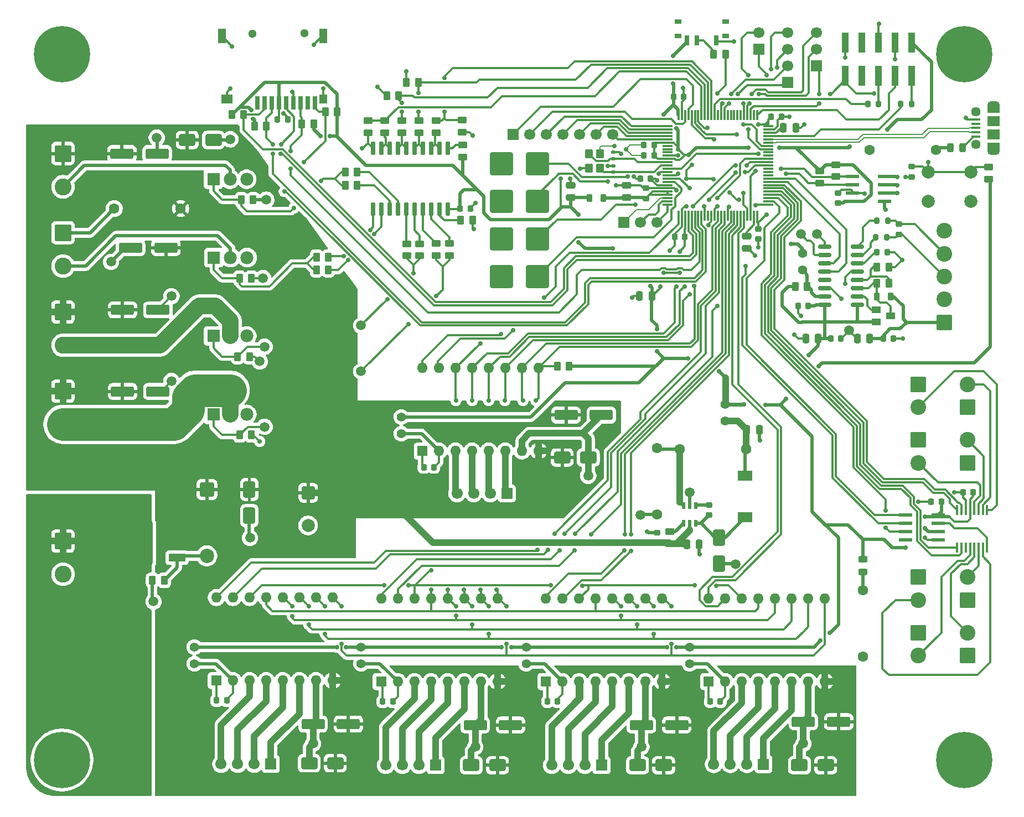
<source format=gbr>
%TF.GenerationSoftware,KiCad,Pcbnew,9.0.2*%
%TF.CreationDate,2025-07-27T13:17:30+02:00*%
%TF.ProjectId,HydrogelBioprinter,48796472-6f67-4656-9c42-696f7072696e,rev?*%
%TF.SameCoordinates,Original*%
%TF.FileFunction,Copper,L1,Top*%
%TF.FilePolarity,Positive*%
%FSLAX46Y46*%
G04 Gerber Fmt 4.6, Leading zero omitted, Abs format (unit mm)*
G04 Created by KiCad (PCBNEW 9.0.2) date 2025-07-27 13:17:30*
%MOMM*%
%LPD*%
G01*
G04 APERTURE LIST*
G04 Aperture macros list*
%AMRoundRect*
0 Rectangle with rounded corners*
0 $1 Rounding radius*
0 $2 $3 $4 $5 $6 $7 $8 $9 X,Y pos of 4 corners*
0 Add a 4 corners polygon primitive as box body*
4,1,4,$2,$3,$4,$5,$6,$7,$8,$9,$2,$3,0*
0 Add four circle primitives for the rounded corners*
1,1,$1+$1,$2,$3*
1,1,$1+$1,$4,$5*
1,1,$1+$1,$6,$7*
1,1,$1+$1,$8,$9*
0 Add four rect primitives between the rounded corners*
20,1,$1+$1,$2,$3,$4,$5,0*
20,1,$1+$1,$4,$5,$6,$7,0*
20,1,$1+$1,$6,$7,$8,$9,0*
20,1,$1+$1,$8,$9,$2,$3,0*%
G04 Aperture macros list end*
%TA.AperFunction,SMDPad,CuDef*%
%ADD10RoundRect,0.225000X0.250000X-0.225000X0.250000X0.225000X-0.250000X0.225000X-0.250000X-0.225000X0*%
%TD*%
%TA.AperFunction,SMDPad,CuDef*%
%ADD11RoundRect,0.250000X0.262500X0.450000X-0.262500X0.450000X-0.262500X-0.450000X0.262500X-0.450000X0*%
%TD*%
%TA.AperFunction,SMDPad,CuDef*%
%ADD12RoundRect,0.250000X-0.450000X0.262500X-0.450000X-0.262500X0.450000X-0.262500X0.450000X0.262500X0*%
%TD*%
%TA.AperFunction,SMDPad,CuDef*%
%ADD13RoundRect,0.225000X-0.250000X0.225000X-0.250000X-0.225000X0.250000X-0.225000X0.250000X0.225000X0*%
%TD*%
%TA.AperFunction,ComponentPad*%
%ADD14R,1.600000X1.600000*%
%TD*%
%TA.AperFunction,ComponentPad*%
%ADD15O,1.600000X1.600000*%
%TD*%
%TA.AperFunction,SMDPad,CuDef*%
%ADD16RoundRect,0.250000X1.000000X0.650000X-1.000000X0.650000X-1.000000X-0.650000X1.000000X-0.650000X0*%
%TD*%
%TA.AperFunction,SMDPad,CuDef*%
%ADD17RoundRect,0.250000X-1.500000X-0.550000X1.500000X-0.550000X1.500000X0.550000X-1.500000X0.550000X0*%
%TD*%
%TA.AperFunction,SMDPad,CuDef*%
%ADD18RoundRect,0.250000X-0.250000X-0.475000X0.250000X-0.475000X0.250000X0.475000X-0.250000X0.475000X0*%
%TD*%
%TA.AperFunction,SMDPad,CuDef*%
%ADD19RoundRect,0.250000X1.500000X0.550000X-1.500000X0.550000X-1.500000X-0.550000X1.500000X-0.550000X0*%
%TD*%
%TA.AperFunction,SMDPad,CuDef*%
%ADD20RoundRect,0.225000X0.225000X0.250000X-0.225000X0.250000X-0.225000X-0.250000X0.225000X-0.250000X0*%
%TD*%
%TA.AperFunction,ComponentPad*%
%ADD21RoundRect,0.250001X0.949999X-0.949999X0.949999X0.949999X-0.949999X0.949999X-0.949999X-0.949999X0*%
%TD*%
%TA.AperFunction,ComponentPad*%
%ADD22C,2.400000*%
%TD*%
%TA.AperFunction,ComponentPad*%
%ADD23R,1.700000X1.700000*%
%TD*%
%TA.AperFunction,ComponentPad*%
%ADD24C,1.700000*%
%TD*%
%TA.AperFunction,ComponentPad*%
%ADD25C,1.600000*%
%TD*%
%TA.AperFunction,ComponentPad*%
%ADD26RoundRect,0.250000X-1.050000X1.050000X-1.050000X-1.050000X1.050000X-1.050000X1.050000X1.050000X0*%
%TD*%
%TA.AperFunction,ComponentPad*%
%ADD27C,2.600000*%
%TD*%
%TA.AperFunction,SMDPad,CuDef*%
%ADD28RoundRect,0.243750X-0.243750X-0.456250X0.243750X-0.456250X0.243750X0.456250X-0.243750X0.456250X0*%
%TD*%
%TA.AperFunction,ComponentPad*%
%ADD29RoundRect,0.250000X-0.750000X0.750000X-0.750000X-0.750000X0.750000X-0.750000X0.750000X0.750000X0*%
%TD*%
%TA.AperFunction,ComponentPad*%
%ADD30C,2.000000*%
%TD*%
%TA.AperFunction,SMDPad,CuDef*%
%ADD31RoundRect,0.250000X-0.475000X0.250000X-0.475000X-0.250000X0.475000X-0.250000X0.475000X0.250000X0*%
%TD*%
%TA.AperFunction,ComponentPad*%
%ADD32R,1.980000X1.980000*%
%TD*%
%TA.AperFunction,ComponentPad*%
%ADD33C,1.980000*%
%TD*%
%TA.AperFunction,SMDPad,CuDef*%
%ADD34RoundRect,0.073750X0.911250X0.221250X-0.911250X0.221250X-0.911250X-0.221250X0.911250X-0.221250X0*%
%TD*%
%TA.AperFunction,SMDPad,CuDef*%
%ADD35RoundRect,0.243750X0.456250X-0.243750X0.456250X0.243750X-0.456250X0.243750X-0.456250X-0.243750X0*%
%TD*%
%TA.AperFunction,SMDPad,CuDef*%
%ADD36RoundRect,0.225000X-0.225000X-0.250000X0.225000X-0.250000X0.225000X0.250000X-0.225000X0.250000X0*%
%TD*%
%TA.AperFunction,SMDPad,CuDef*%
%ADD37R,2.500000X1.200000*%
%TD*%
%TA.AperFunction,SMDPad,CuDef*%
%ADD38R,6.500000X6.000000*%
%TD*%
%TA.AperFunction,SMDPad,CuDef*%
%ADD39RoundRect,0.250000X0.475000X-0.250000X0.475000X0.250000X-0.475000X0.250000X-0.475000X-0.250000X0*%
%TD*%
%TA.AperFunction,SMDPad,CuDef*%
%ADD40RoundRect,0.250000X-0.262500X-0.450000X0.262500X-0.450000X0.262500X0.450000X-0.262500X0.450000X0*%
%TD*%
%TA.AperFunction,SMDPad,CuDef*%
%ADD41RoundRect,0.250000X-0.650000X1.000000X-0.650000X-1.000000X0.650000X-1.000000X0.650000X1.000000X0*%
%TD*%
%TA.AperFunction,ComponentPad*%
%ADD42C,8.600000*%
%TD*%
%TA.AperFunction,ComponentPad*%
%ADD43RoundRect,0.250001X-0.949999X0.949999X-0.949999X-0.949999X0.949999X-0.949999X0.949999X0.949999X0*%
%TD*%
%TA.AperFunction,SMDPad,CuDef*%
%ADD44RoundRect,0.075000X-0.725000X-0.075000X0.725000X-0.075000X0.725000X0.075000X-0.725000X0.075000X0*%
%TD*%
%TA.AperFunction,SMDPad,CuDef*%
%ADD45RoundRect,0.075000X-0.075000X-0.725000X0.075000X-0.725000X0.075000X0.725000X-0.075000X0.725000X0*%
%TD*%
%TA.AperFunction,ComponentPad*%
%ADD46C,1.400000*%
%TD*%
%TA.AperFunction,SMDPad,CuDef*%
%ADD47RoundRect,0.200000X-0.200000X-0.275000X0.200000X-0.275000X0.200000X0.275000X-0.200000X0.275000X0*%
%TD*%
%TA.AperFunction,ComponentPad*%
%ADD48RoundRect,0.250002X1.499998X1.499998X-1.499998X1.499998X-1.499998X-1.499998X1.499998X-1.499998X0*%
%TD*%
%TA.AperFunction,SMDPad,CuDef*%
%ADD49RoundRect,0.250000X0.450000X-0.262500X0.450000X0.262500X-0.450000X0.262500X-0.450000X-0.262500X0*%
%TD*%
%TA.AperFunction,SMDPad,CuDef*%
%ADD50R,0.600000X1.100000*%
%TD*%
%TA.AperFunction,SMDPad,CuDef*%
%ADD51RoundRect,0.250000X-1.000000X-0.650000X1.000000X-0.650000X1.000000X0.650000X-1.000000X0.650000X0*%
%TD*%
%TA.AperFunction,SMDPad,CuDef*%
%ADD52R,2.200000X1.500000*%
%TD*%
%TA.AperFunction,SMDPad,CuDef*%
%ADD53RoundRect,0.140000X0.170000X-0.140000X0.170000X0.140000X-0.170000X0.140000X-0.170000X-0.140000X0*%
%TD*%
%TA.AperFunction,ComponentPad*%
%ADD54C,1.300000*%
%TD*%
%TA.AperFunction,SMDPad,CuDef*%
%ADD55R,0.700000X2.000000*%
%TD*%
%TA.AperFunction,SMDPad,CuDef*%
%ADD56R,1.200000X1.400000*%
%TD*%
%TA.AperFunction,SMDPad,CuDef*%
%ADD57R,1.270000X2.290000*%
%TD*%
%TA.AperFunction,SMDPad,CuDef*%
%ADD58R,1.780000X1.400000*%
%TD*%
%TA.AperFunction,SMDPad,CuDef*%
%ADD59RoundRect,0.071250X0.913750X0.213750X-0.913750X0.213750X-0.913750X-0.213750X0.913750X-0.213750X0*%
%TD*%
%TA.AperFunction,SMDPad,CuDef*%
%ADD60RoundRect,0.218750X-0.218750X-0.381250X0.218750X-0.381250X0.218750X0.381250X-0.218750X0.381250X0*%
%TD*%
%TA.AperFunction,SMDPad,CuDef*%
%ADD61RoundRect,0.200000X0.200000X0.275000X-0.200000X0.275000X-0.200000X-0.275000X0.200000X-0.275000X0*%
%TD*%
%TA.AperFunction,SMDPad,CuDef*%
%ADD62R,1.000000X0.800000*%
%TD*%
%TA.AperFunction,SMDPad,CuDef*%
%ADD63R,0.700000X1.500000*%
%TD*%
%TA.AperFunction,SMDPad,CuDef*%
%ADD64RoundRect,0.250000X0.250000X0.475000X-0.250000X0.475000X-0.250000X-0.475000X0.250000X-0.475000X0*%
%TD*%
%TA.AperFunction,SMDPad,CuDef*%
%ADD65RoundRect,0.051250X0.153750X-0.733750X0.153750X0.733750X-0.153750X0.733750X-0.153750X-0.733750X0*%
%TD*%
%TA.AperFunction,SMDPad,CuDef*%
%ADD66RoundRect,0.075000X-0.225000X0.955000X-0.225000X-0.955000X0.225000X-0.955000X0.225000X0.955000X0*%
%TD*%
%TA.AperFunction,SMDPad,CuDef*%
%ADD67RoundRect,0.218750X0.218750X0.381250X-0.218750X0.381250X-0.218750X-0.381250X0.218750X-0.381250X0*%
%TD*%
%TA.AperFunction,ComponentPad*%
%ADD68RoundRect,0.249999X-0.850001X0.850001X-0.850001X-0.850001X0.850001X-0.850001X0.850001X0.850001X0*%
%TD*%
%TA.AperFunction,ComponentPad*%
%ADD69C,2.200000*%
%TD*%
%TA.AperFunction,SMDPad,CuDef*%
%ADD70RoundRect,0.250000X-0.350000X0.450000X-0.350000X-0.450000X0.350000X-0.450000X0.350000X0.450000X0*%
%TD*%
%TA.AperFunction,SMDPad,CuDef*%
%ADD71R,1.400000X1.000000*%
%TD*%
%TA.AperFunction,SMDPad,CuDef*%
%ADD72R,1.350000X0.400000*%
%TD*%
%TA.AperFunction,HeatsinkPad*%
%ADD73O,1.900000X1.200000*%
%TD*%
%TA.AperFunction,SMDPad,CuDef*%
%ADD74R,1.900000X1.200000*%
%TD*%
%TA.AperFunction,HeatsinkPad*%
%ADD75C,1.450000*%
%TD*%
%TA.AperFunction,SMDPad,CuDef*%
%ADD76R,1.900000X1.500000*%
%TD*%
%TA.AperFunction,SMDPad,CuDef*%
%ADD77R,1.000000X3.150000*%
%TD*%
%TA.AperFunction,SMDPad,CuDef*%
%ADD78RoundRect,0.150000X0.850000X0.150000X-0.850000X0.150000X-0.850000X-0.150000X0.850000X-0.150000X0*%
%TD*%
%TA.AperFunction,ViaPad*%
%ADD79C,0.700000*%
%TD*%
%TA.AperFunction,ViaPad*%
%ADD80C,1.500000*%
%TD*%
%TA.AperFunction,Conductor*%
%ADD81C,1.000000*%
%TD*%
%TA.AperFunction,Conductor*%
%ADD82C,0.300000*%
%TD*%
%TA.AperFunction,Conductor*%
%ADD83C,0.200000*%
%TD*%
%TA.AperFunction,Conductor*%
%ADD84C,0.500000*%
%TD*%
%TA.AperFunction,Conductor*%
%ADD85C,2.500000*%
%TD*%
%TA.AperFunction,Conductor*%
%ADD86C,5.000000*%
%TD*%
G04 APERTURE END LIST*
D10*
%TO.P,C15,1*%
%TO.N,+3.3VA*%
X163325000Y-60550000D03*
%TO.P,C15,2*%
%TO.N,GND*%
X163325000Y-59000000D03*
%TD*%
D11*
%TO.P,R32,1*%
%TO.N,Net-(U7-B8)*%
X114750000Y-69530000D03*
%TO.P,R32,2*%
%TO.N,Net-(Q4-Pad1)*%
X112925000Y-69530000D03*
%TD*%
D12*
%TO.P,R8,1*%
%TO.N,+3.3V*%
X189900000Y-56347500D03*
%TO.P,R8,2*%
%TO.N,I2C2_SCL_EEPROM*%
X189900000Y-58172500D03*
%TD*%
D11*
%TO.P,R25,1*%
%TO.N,GND*%
X103250000Y-60750000D03*
%TO.P,R25,2*%
%TO.N,Net-(Q3-Pad1)*%
X101425000Y-60750000D03*
%TD*%
D13*
%TO.P,C6,1*%
%TO.N,GND*%
X192700000Y-59725000D03*
%TO.P,C6,2*%
%TO.N,+3.3V*%
X192700000Y-61275000D03*
%TD*%
D14*
%TO.P,A3,1,GND*%
%TO.N,GND*%
X148030000Y-134500000D03*
D15*
%TO.P,A3,2,VDD*%
%TO.N,Net-(A3-VDD)*%
X150570000Y-134500000D03*
%TO.P,A3,3,1B*%
%TO.N,Net-(A3-1B)*%
X153110000Y-134500000D03*
%TO.P,A3,4,1A*%
%TO.N,Net-(A3-1A)*%
X155650000Y-134500000D03*
%TO.P,A3,5,2A*%
%TO.N,Net-(A3-2A)*%
X158190000Y-134500000D03*
%TO.P,A3,6,2B*%
%TO.N,Net-(A3-2B)*%
X160730000Y-134500000D03*
%TO.P,A3,7,GND*%
%TO.N,GND*%
X163270000Y-134500000D03*
%TO.P,A3,8,VMOT*%
%TO.N,+12V*%
X165810000Y-134500000D03*
%TO.P,A3,9,~{ENABLE}*%
%TO.N,~{EN}*%
X165810000Y-121800000D03*
%TO.P,A3,10,MS1*%
%TO.N,M0*%
X163270000Y-121800000D03*
%TO.P,A3,11,MS2*%
%TO.N,M1*%
X160730000Y-121800000D03*
%TO.P,A3,12,MS3*%
%TO.N,M2*%
X158190000Y-121800000D03*
%TO.P,A3,13,~{RESET}*%
%TO.N,~{RESET}*%
X155650000Y-121800000D03*
%TO.P,A3,14,~{SLEEP}*%
%TO.N,~{SLEEP}*%
X153110000Y-121800000D03*
%TO.P,A3,15,STEP*%
%TO.N,STEP3*%
X150570000Y-121800000D03*
%TO.P,A3,16,DIR*%
%TO.N,DIR3*%
X148030000Y-121800000D03*
%TD*%
D16*
%TO.P,D6,1,A1*%
%TO.N,+12V*%
X115810000Y-147000000D03*
%TO.P,D6,2,A2*%
%TO.N,GND*%
X111810000Y-147000000D03*
%TD*%
D17*
%TO.P,C18,1*%
%TO.N,+12V*%
X83160000Y-53680000D03*
%TO.P,C18,2*%
%TO.N,GND*%
X88560000Y-53680000D03*
%TD*%
D11*
%TO.P,R12,1*%
%TO.N,+3.3V*%
X112525000Y-49112500D03*
%TO.P,R12,2*%
%TO.N,SPI1_MISO_SD*%
X110700000Y-49112500D03*
%TD*%
D18*
%TO.P,C38,1*%
%TO.N,GND*%
X187765000Y-82000000D03*
%TO.P,C38,2*%
%TO.N,+3.3V*%
X189665000Y-82000000D03*
%TD*%
D14*
%TO.P,A1,1,GND*%
%TO.N,GND*%
X97610000Y-134340000D03*
D15*
%TO.P,A1,2,VDD*%
%TO.N,Net-(A1-VDD)*%
X100150000Y-134340000D03*
%TO.P,A1,3,1B*%
%TO.N,Net-(A1-1B)*%
X102690000Y-134340000D03*
%TO.P,A1,4,1A*%
%TO.N,Net-(A1-1A)*%
X105230000Y-134340000D03*
%TO.P,A1,5,2A*%
%TO.N,Net-(A1-2A)*%
X107770000Y-134340000D03*
%TO.P,A1,6,2B*%
%TO.N,Net-(A1-2B)*%
X110310000Y-134340000D03*
%TO.P,A1,7,GND*%
%TO.N,GND*%
X112850000Y-134340000D03*
%TO.P,A1,8,VMOT*%
%TO.N,+12V*%
X115390000Y-134340000D03*
%TO.P,A1,9,~{ENABLE}*%
%TO.N,~{EN}*%
X115390000Y-121640000D03*
%TO.P,A1,10,MS1*%
%TO.N,M0*%
X112850000Y-121640000D03*
%TO.P,A1,11,MS2*%
%TO.N,M1*%
X110310000Y-121640000D03*
%TO.P,A1,12,MS3*%
%TO.N,M2*%
X107770000Y-121640000D03*
%TO.P,A1,13,~{RESET}*%
%TO.N,~{RESET}*%
X105230000Y-121640000D03*
%TO.P,A1,14,~{SLEEP}*%
%TO.N,~{SLEEP}*%
X102690000Y-121640000D03*
%TO.P,A1,15,STEP*%
%TO.N,STEP1*%
X100150000Y-121640000D03*
%TO.P,A1,16,DIR*%
%TO.N,DIR1*%
X97610000Y-121640000D03*
%TD*%
D12*
%TO.P,R40,1*%
%TO.N,EN_Peltier*%
X131200000Y-48675000D03*
%TO.P,R40,2*%
%TO.N,Net-(U7-A1)*%
X131200000Y-50500000D03*
%TD*%
D19*
%TO.P,C33,1*%
%TO.N,+12V*%
X168030000Y-141160000D03*
%TO.P,C33,2*%
%TO.N,GND*%
X162630000Y-141160000D03*
%TD*%
D20*
%TO.P,C8,1*%
%TO.N,+3.3V*%
X164575000Y-52400000D03*
%TO.P,C8,2*%
%TO.N,GND*%
X163025000Y-52400000D03*
%TD*%
D21*
%TO.P,J35,1,Pin_1*%
%TO.N,GND*%
X212500000Y-122000000D03*
D22*
%TO.P,J35,2,Pin_2*%
%TO.N,Net-(J35-Pin_2)*%
X212500000Y-118500000D03*
%TD*%
D12*
%TO.P,R27,1*%
%TO.N,EN_UV*%
X123400000Y-48675000D03*
%TO.P,R27,2*%
%TO.N,Net-(U7-A7)*%
X123400000Y-50500000D03*
%TD*%
D17*
%TO.P,C48,1*%
%TO.N,+12V*%
X83260000Y-77600000D03*
%TO.P,C48,2*%
%TO.N,GND*%
X88660000Y-77600000D03*
%TD*%
D20*
%TO.P,C23,1*%
%TO.N,GND*%
X108525000Y-48500000D03*
%TO.P,C23,2*%
%TO.N,+3.3V*%
X106975000Y-48500000D03*
%TD*%
D11*
%TO.P,R24,1*%
%TO.N,Net-(U7-B6)*%
X119162500Y-58500000D03*
%TO.P,R24,2*%
%TO.N,Net-(Q3-Pad1)*%
X117337500Y-58500000D03*
%TD*%
%TO.P,R23,1*%
%TO.N,Net-(U7-B5)*%
X119162500Y-56500000D03*
%TO.P,R23,2*%
%TO.N,Net-(Q3-Pad1)*%
X117337500Y-56500000D03*
%TD*%
D23*
%TO.P,J2,1,Pin_1*%
%TO.N,GPIO1*%
X143010000Y-50750000D03*
D24*
%TO.P,J2,2,Pin_2*%
%TO.N,GPIO2*%
X145550000Y-50750000D03*
%TO.P,J2,3,Pin_3*%
%TO.N,GPIO3*%
X148090000Y-50750000D03*
%TO.P,J2,4,Pin_4*%
%TO.N,GPIO4*%
X150630000Y-50750000D03*
%TO.P,J2,5,Pin_5*%
%TO.N,GPIO5*%
X153170000Y-50750000D03*
%TO.P,J2,6,Pin_6*%
%TO.N,GPIO6*%
X155710000Y-50750000D03*
%TO.P,J2,7,Pin_7*%
%TO.N,GPIO7*%
X158250000Y-50750000D03*
%TD*%
D25*
%TO.P,R2,1*%
%TO.N,Net-(JP7-B)*%
X178660000Y-98950000D03*
%TO.P,R2,2*%
%TO.N,Net-(U1-FB)*%
X168500000Y-98950000D03*
%TD*%
D26*
%TO.P,J41,1,Pin_1*%
%TO.N,+12V*%
X74160000Y-53680000D03*
D27*
%TO.P,J41,2,Pin_2*%
%TO.N,Net-(J41-Pin_2)*%
X74160000Y-58760000D03*
%TD*%
D28*
%TO.P,D5,1,K*%
%TO.N,Net-(D5-K)*%
X209875000Y-52750000D03*
%TO.P,D5,2,A*%
%TO.N,+5V*%
X211750000Y-52750000D03*
%TD*%
D26*
%TO.P,J42,1,Pin_1*%
%TO.N,Net-(J42-Pin_1)*%
X74160000Y-65805000D03*
D27*
%TO.P,J42,2,Pin_2*%
%TO.N,Net-(J42-Pin_2)*%
X74160000Y-70885000D03*
%TD*%
D29*
%TO.P,C1,1*%
%TO.N,+12V*%
X111660000Y-105600000D03*
D30*
%TO.P,C1,2*%
%TO.N,GND*%
X111660000Y-110600000D03*
%TD*%
D11*
%TO.P,R45,1*%
%TO.N,GND*%
X102985000Y-96750000D03*
%TO.P,R45,2*%
%TO.N,Net-(Q6-Pad1)*%
X101160000Y-96750000D03*
%TD*%
D31*
%TO.P,C24,1*%
%TO.N,Net-(U3-VCAP_1)*%
X178700000Y-66300000D03*
%TO.P,C24,2*%
%TO.N,GND*%
X178700000Y-68200000D03*
%TD*%
D32*
%TO.P,Q3,1*%
%TO.N,Net-(Q3-Pad1)*%
X97160000Y-57600000D03*
D33*
%TO.P,Q3,2*%
%TO.N,Net-(J41-Pin_2)*%
X99700000Y-57600000D03*
%TO.P,Q3,3*%
%TO.N,GND*%
X102240000Y-57600000D03*
%TD*%
D21*
%TO.P,J32,1,Pin_1*%
%TO.N,Net-(J32-Pin_1)*%
X209000000Y-79500000D03*
D22*
%TO.P,J32,2,Pin_2*%
%TO.N,GND*%
X209000000Y-76000000D03*
%TO.P,J32,3,Pin_3*%
%TO.N,Net-(J32-Pin_3)*%
X209000000Y-72500000D03*
%TO.P,J32,4,Pin_4*%
%TO.N,Net-(J32-Pin_4)*%
X209000000Y-69000000D03*
%TO.P,J32,5,Pin_5*%
%TO.N,GND*%
X209000000Y-65500000D03*
%TD*%
D34*
%TO.P,U5,1,GND*%
%TO.N,GND*%
X208000000Y-112810000D03*
%TO.P,U5,2,T-*%
X208000000Y-111540000D03*
%TO.P,U5,3,T+*%
%TO.N,Net-(U5-T+)*%
X208000000Y-110270000D03*
%TO.P,U5,4,VCC*%
%TO.N,+3.3V*%
X208000000Y-109000000D03*
%TO.P,U5,5,SCK*%
%TO.N,SPI2_SCK_T*%
X203050000Y-109000000D03*
%TO.P,U5,6,~{CS}*%
%TO.N,~{CS_T}*%
X203050000Y-110270000D03*
%TO.P,U5,7,SO*%
%TO.N,SPI2_MISO_T*%
X203050000Y-111540000D03*
%TO.P,U5,8,N.C.*%
%TO.N,unconnected-(U5-N.C.-Pad8)*%
X203050000Y-112810000D03*
%TD*%
D25*
%TO.P,R28,1*%
%TO.N,+12V*%
X92160000Y-62100000D03*
%TO.P,R28,2*%
%TO.N,Net-(J42-Pin_1)*%
X82000000Y-62100000D03*
%TD*%
D13*
%TO.P,C20,1*%
%TO.N,NRST*%
X204000000Y-55700000D03*
%TO.P,C20,2*%
%TO.N,GND*%
X204000000Y-57250000D03*
%TD*%
D14*
%TO.P,A4,1,GND*%
%TO.N,GND*%
X172920000Y-134490000D03*
D15*
%TO.P,A4,2,VDD*%
%TO.N,Net-(A4-VDD)*%
X175460000Y-134490000D03*
%TO.P,A4,3,1B*%
%TO.N,Net-(A4-1B)*%
X178000000Y-134490000D03*
%TO.P,A4,4,1A*%
%TO.N,Net-(A4-1A)*%
X180540000Y-134490000D03*
%TO.P,A4,5,2A*%
%TO.N,Net-(A4-2A)*%
X183080000Y-134490000D03*
%TO.P,A4,6,2B*%
%TO.N,Net-(A4-2B)*%
X185620000Y-134490000D03*
%TO.P,A4,7,GND*%
%TO.N,GND*%
X188160000Y-134490000D03*
%TO.P,A4,8,VMOT*%
%TO.N,+12V*%
X190700000Y-134490000D03*
%TO.P,A4,9,~{ENABLE}*%
%TO.N,~{EN}*%
X190700000Y-121790000D03*
%TO.P,A4,10,MS1*%
%TO.N,M0*%
X188160000Y-121790000D03*
%TO.P,A4,11,MS2*%
%TO.N,M1*%
X185620000Y-121790000D03*
%TO.P,A4,12,MS3*%
%TO.N,M2*%
X183080000Y-121790000D03*
%TO.P,A4,13,~{RESET}*%
%TO.N,~{RESET}*%
X180540000Y-121790000D03*
%TO.P,A4,14,~{SLEEP}*%
%TO.N,~{SLEEP}*%
X178000000Y-121790000D03*
%TO.P,A4,15,STEP*%
%TO.N,STEP4*%
X175460000Y-121790000D03*
%TO.P,A4,16,DIR*%
%TO.N,DIR4*%
X172920000Y-121790000D03*
%TD*%
D35*
%TO.P,D4,1,K*%
%TO.N,Net-(D4-K)*%
X196500000Y-117687500D03*
%TO.P,D4,2,A*%
%TO.N,+3.3V*%
X196500000Y-115812500D03*
%TD*%
D36*
%TO.P,C28,1*%
%TO.N,GND*%
X148260000Y-137550000D03*
%TO.P,C28,2*%
%TO.N,Net-(A3-VDD)*%
X149810000Y-137550000D03*
%TD*%
%TO.P,C39,1*%
%TO.N,GND*%
X186615000Y-77000000D03*
%TO.P,C39,2*%
%TO.N,+3.3V*%
X188165000Y-77000000D03*
%TD*%
D37*
%TO.P,Q1,1,G*%
%TO.N,Net-(D1-A)*%
X91600000Y-115552500D03*
D38*
%TO.P,Q1,2,D*%
%TO.N,Net-(J1-Pin_1)*%
X84660000Y-113262500D03*
D37*
%TO.P,Q1,3,S*%
%TO.N,+12V*%
X91600000Y-110972500D03*
%TD*%
D23*
%TO.P,J3,1,Pin_1*%
%TO.N,ADC_IN0*%
X159920000Y-64250000D03*
D24*
%TO.P,J3,2,Pin_2*%
%TO.N,ADC_IN1*%
X162460000Y-64250000D03*
%TO.P,J3,3,Pin_3*%
%TO.N,ADC_IN2*%
X165000000Y-64250000D03*
%TD*%
D12*
%TO.P,R34,1*%
%TO.N,Net-(U7-B4)*%
X126750000Y-67500000D03*
%TO.P,R34,2*%
%TO.N,Net-(Q5-Pad1)*%
X126750000Y-69325000D03*
%TD*%
D13*
%TO.P,C5,1*%
%TO.N,GND*%
X165000000Y-111675000D03*
%TO.P,C5,2*%
%TO.N,+12V*%
X165000000Y-113225000D03*
%TD*%
D10*
%TO.P,C42,1*%
%TO.N,Net-(J32-Pin_3)*%
X202000000Y-66050000D03*
%TO.P,C42,2*%
%TO.N,Net-(J32-Pin_4)*%
X202000000Y-64500000D03*
%TD*%
D32*
%TO.P,Q4,1*%
%TO.N,Net-(Q4-Pad1)*%
X97240000Y-69600000D03*
D33*
%TO.P,Q4,2*%
%TO.N,Net-(J42-Pin_2)*%
X99780000Y-69600000D03*
%TO.P,Q4,3*%
%TO.N,GND*%
X102320000Y-69600000D03*
%TD*%
D18*
%TO.P,C2,1*%
%TO.N,Net-(JP7-B)*%
X178750000Y-96000000D03*
%TO.P,C2,2*%
%TO.N,GND*%
X180650000Y-96000000D03*
%TD*%
D39*
%TO.P,C16,1*%
%TO.N,+3.3VA*%
X160325000Y-60400000D03*
%TO.P,C16,2*%
%TO.N,GND*%
X160325000Y-58500000D03*
%TD*%
D40*
%TO.P,R36,1*%
%TO.N,Net-(U7-~{OE})*%
X134987500Y-63900000D03*
%TO.P,R36,2*%
%TO.N,GND*%
X136812500Y-63900000D03*
%TD*%
D32*
%TO.P,Q6,1*%
%TO.N,Net-(Q6-Pad1)*%
X97200000Y-93600000D03*
D33*
%TO.P,Q6,2*%
%TO.N,Net-(J44-Pin_2)*%
X99740000Y-93600000D03*
%TO.P,Q6,3*%
%TO.N,GND*%
X102280000Y-93600000D03*
%TD*%
D41*
%TO.P,D3,1,K*%
%TO.N,Net-(D3-K)*%
X174500000Y-112450000D03*
%TO.P,D3,2,A*%
%TO.N,GND*%
X174500000Y-116450000D03*
%TD*%
D12*
%TO.P,R43,1*%
%TO.N,Net-(U7-B1)*%
X133250000Y-67425000D03*
%TO.P,R43,2*%
%TO.N,Net-(Q6-Pad1)*%
X133250000Y-69250000D03*
%TD*%
D23*
%TO.P,J21,1,Pin_1*%
%TO.N,Net-(A5-2B)*%
X142050000Y-105700000D03*
D24*
%TO.P,J21,2,Pin_2*%
%TO.N,Net-(A5-2A)*%
X139510000Y-105700000D03*
%TO.P,J21,3,Pin_3*%
%TO.N,Net-(A5-1A)*%
X136970000Y-105700000D03*
%TO.P,J21,4,Pin_4*%
%TO.N,Net-(A5-1B)*%
X134430000Y-105700000D03*
%TD*%
D42*
%TO.P,H2,1,1*%
%TO.N,GND*%
X212000000Y-38500000D03*
%TD*%
D43*
%TO.P,J40,1,Pin_1*%
%TO.N,GND*%
X205000000Y-89000000D03*
D22*
%TO.P,J40,2,Pin_2*%
%TO.N,Net-(J40-Pin_2)*%
X205000000Y-92500000D03*
%TD*%
D11*
%TO.P,R38,1*%
%TO.N,GND*%
X102662500Y-84750000D03*
%TO.P,R38,2*%
%TO.N,Net-(Q5-Pad1)*%
X100837500Y-84750000D03*
%TD*%
D12*
%TO.P,R35,1*%
%TO.N,Net-(U7-B3)*%
X128720000Y-67500000D03*
%TO.P,R35,2*%
%TO.N,Net-(Q5-Pad1)*%
X128720000Y-69325000D03*
%TD*%
D44*
%TO.P,U3,1,PE2*%
%TO.N,GPIO3*%
X166650000Y-49500000D03*
%TO.P,U3,2,PE3*%
%TO.N,GPIO4*%
X166650000Y-50000000D03*
%TO.P,U3,3,PE4*%
%TO.N,GPIO5*%
X166650000Y-50500000D03*
%TO.P,U3,4,PE5*%
%TO.N,GPIO6*%
X166650000Y-51000000D03*
%TO.P,U3,5,PE6*%
%TO.N,GPIO7*%
X166650000Y-51500000D03*
%TO.P,U3,6,VBAT*%
%TO.N,+3.3V*%
X166650000Y-52000000D03*
%TO.P,U3,7,PC13*%
%TO.N,unconnected-(U3-PC13-Pad7)*%
X166650000Y-52500000D03*
%TO.P,U3,8,PC14*%
%TO.N,unconnected-(U3-PC14-Pad8)*%
X166650000Y-53000000D03*
%TO.P,U3,9,PC15*%
%TO.N,unconnected-(U3-PC15-Pad9)*%
X166650000Y-53500000D03*
%TO.P,U3,10,VSS*%
%TO.N,GND*%
X166650000Y-54000000D03*
%TO.P,U3,11,VDD*%
%TO.N,+3.3V*%
X166650000Y-54500000D03*
%TO.P,U3,12,PH0*%
%TO.N,/HSE_IN*%
X166650000Y-55000000D03*
%TO.P,U3,13,PH1*%
%TO.N,/HSE_OUT*%
X166650000Y-55500000D03*
%TO.P,U3,14,NRST*%
%TO.N,NRST*%
X166650000Y-56000000D03*
%TO.P,U3,15,PC0*%
%TO.N,Net-(J7-Pin_1)*%
X166650000Y-56500000D03*
%TO.P,U3,16,PC1*%
%TO.N,Net-(J9-Pin_1)*%
X166650000Y-57000000D03*
%TO.P,U3,17,PC2*%
%TO.N,Net-(J11-Pin_1)*%
X166650000Y-57500000D03*
%TO.P,U3,18,PC3*%
%TO.N,Net-(J13-Pin_1)*%
X166650000Y-58000000D03*
%TO.P,U3,19,VDD*%
%TO.N,+3.3V*%
X166650000Y-58500000D03*
%TO.P,U3,20,VSSA*%
%TO.N,GND*%
X166650000Y-59000000D03*
%TO.P,U3,21,VREF+*%
%TO.N,+3.3VA*%
X166650000Y-59500000D03*
%TO.P,U3,22,VDDA*%
X166650000Y-60000000D03*
%TO.P,U3,23,PA0*%
%TO.N,ADC_IN0*%
X166650000Y-60500000D03*
%TO.P,U3,24,PA1*%
%TO.N,ADC_IN1*%
X166650000Y-61000000D03*
%TO.P,U3,25,PA2*%
%TO.N,ADC_IN2*%
X166650000Y-61500000D03*
D45*
%TO.P,U3,26,PA3*%
%TO.N,STEP5*%
X168325000Y-63175000D03*
%TO.P,U3,27,VSS*%
%TO.N,GND*%
X168825000Y-63175000D03*
%TO.P,U3,28,VDD*%
%TO.N,+3.3V*%
X169325000Y-63175000D03*
%TO.P,U3,29,PA4*%
%TO.N,CS_SD*%
X169825000Y-63175000D03*
%TO.P,U3,30,PA5*%
%TO.N,SPI1_SCK_SD*%
X170325000Y-63175000D03*
%TO.P,U3,31,PA6*%
%TO.N,SPI1_MISO_SD*%
X170825000Y-63175000D03*
%TO.P,U3,32,PA7*%
%TO.N,SPI1_MOSI_SD*%
X171325000Y-63175000D03*
%TO.P,U3,33,PC4*%
%TO.N,CD_SD*%
X171825000Y-63175000D03*
%TO.P,U3,34,PC5*%
%TO.N,DIR5*%
X172325000Y-63175000D03*
%TO.P,U3,35,PB0*%
%TO.N,unconnected-(U3-PB0-Pad35)*%
X172825000Y-63175000D03*
%TO.P,U3,36,PB1*%
%TO.N,M0*%
X173325000Y-63175000D03*
%TO.P,U3,37,PB2*%
%TO.N,M1*%
X173825000Y-63175000D03*
%TO.P,U3,38,PE7*%
%TO.N,~{EN}*%
X174325000Y-63175000D03*
%TO.P,U3,39,PE8*%
%TO.N,DIR1*%
X174825000Y-63175000D03*
%TO.P,U3,40,PE9*%
%TO.N,STEP1*%
X175325000Y-63175000D03*
%TO.P,U3,41,PE10*%
%TO.N,DIR2*%
X175825000Y-63175000D03*
%TO.P,U3,42,PE11*%
%TO.N,STEP2*%
X176325000Y-63175000D03*
%TO.P,U3,43,PE12*%
%TO.N,DIR3*%
X176825000Y-63175000D03*
%TO.P,U3,44,PE13*%
%TO.N,STEP3*%
X177325000Y-63175000D03*
%TO.P,U3,45,PE14*%
%TO.N,STEP4*%
X177825000Y-63175000D03*
%TO.P,U3,46,PE15*%
%TO.N,DIR4*%
X178325000Y-63175000D03*
%TO.P,U3,47,PB10*%
%TO.N,I2C2_SCL_EEPROM*%
X178825000Y-63175000D03*
%TO.P,U3,48,PB11*%
%TO.N,I2C2_SDA_EEPROM*%
X179325000Y-63175000D03*
%TO.P,U3,49,VCAP_1*%
%TO.N,Net-(U3-VCAP_1)*%
X179825000Y-63175000D03*
%TO.P,U3,50,VDD*%
%TO.N,+3.3V*%
X180325000Y-63175000D03*
D44*
%TO.P,U3,51,PB12*%
%TO.N,~{CS_T}*%
X182000000Y-61500000D03*
%TO.P,U3,52,PB13*%
%TO.N,SPI2_SCK_T*%
X182000000Y-61000000D03*
%TO.P,U3,53,PB14*%
%TO.N,SPI2_MISO_T*%
X182000000Y-60500000D03*
%TO.P,U3,54,PB15*%
%TO.N,EN_T*%
X182000000Y-60000000D03*
%TO.P,U3,55,PD8*%
%TO.N,A0_T*%
X182000000Y-59500000D03*
%TO.P,U3,56,PD9*%
%TO.N,A1_T*%
X182000000Y-59000000D03*
%TO.P,U3,57,PD10*%
%TO.N,A2_T*%
X182000000Y-58500000D03*
%TO.P,U3,58,PD11*%
%TO.N,SCK_L*%
X182000000Y-58000000D03*
%TO.P,U3,59,PD12*%
%TO.N,DAT_L*%
X182000000Y-57500000D03*
%TO.P,U3,60,PD13*%
%TO.N,unconnected-(U3-PD13-Pad60)*%
X182000000Y-57000000D03*
%TO.P,U3,61,PD14*%
%TO.N,unconnected-(U3-PD14-Pad61)*%
X182000000Y-56500000D03*
%TO.P,U3,62,PD15*%
%TO.N,unconnected-(U3-PD15-Pad62)*%
X182000000Y-56000000D03*
%TO.P,U3,63,PC6*%
%TO.N,~{RESET}*%
X182000000Y-55500000D03*
%TO.P,U3,64,PC7*%
%TO.N,~{SLEEP}*%
X182000000Y-55000000D03*
%TO.P,U3,65,PC8*%
%TO.N,M2*%
X182000000Y-54500000D03*
%TO.P,U3,66,PC9*%
%TO.N,unconnected-(U3-PC9-Pad66)*%
X182000000Y-54000000D03*
%TO.P,U3,67,PA8*%
%TO.N,unconnected-(U3-PA8-Pad67)*%
X182000000Y-53500000D03*
%TO.P,U3,68,PA9*%
%TO.N,USART1_TX*%
X182000000Y-53000000D03*
%TO.P,U3,69,PA10*%
%TO.N,USART1_RX*%
X182000000Y-52500000D03*
%TO.P,U3,70,PA11*%
%TO.N,USB_D-*%
X182000000Y-52000000D03*
%TO.P,U3,71,PA12*%
%TO.N,USB_D+*%
X182000000Y-51500000D03*
%TO.P,U3,72,PA13*%
%TO.N,SWDIO*%
X182000000Y-51000000D03*
%TO.P,U3,73,VCAP_2*%
%TO.N,Net-(U3-VCAP_2)*%
X182000000Y-50500000D03*
%TO.P,U3,74,VSS*%
%TO.N,GND*%
X182000000Y-50000000D03*
%TO.P,U3,75,VDD*%
%TO.N,+3.3V*%
X182000000Y-49500000D03*
D45*
%TO.P,U3,76,PA14*%
%TO.N,SWCLK*%
X180325000Y-47825000D03*
%TO.P,U3,77,PA15*%
%TO.N,unconnected-(U3-PA15-Pad77)*%
X179825000Y-47825000D03*
%TO.P,U3,78,PC10*%
%TO.N,SPI3_CK*%
X179325000Y-47825000D03*
%TO.P,U3,79,PC11*%
%TO.N,SPI3_MISO*%
X178825000Y-47825000D03*
%TO.P,U3,80,PC12*%
%TO.N,SPI3__MOSI*%
X178325000Y-47825000D03*
%TO.P,U3,81,PD0*%
%TO.N,unconnected-(U3-PD0-Pad81)*%
X177825000Y-47825000D03*
%TO.P,U3,82,PD1*%
%TO.N,unconnected-(U3-PD1-Pad82)*%
X177325000Y-47825000D03*
%TO.P,U3,83,PD2*%
%TO.N,unconnected-(U3-PD2-Pad83)*%
X176825000Y-47825000D03*
%TO.P,U3,84,PD3*%
%TO.N,unconnected-(U3-PD3-Pad84)*%
X176325000Y-47825000D03*
%TO.P,U3,85,PD4*%
%TO.N,unconnected-(U3-PD4-Pad85)*%
X175825000Y-47825000D03*
%TO.P,U3,86,PD5*%
%TO.N,USART2_TX*%
X175325000Y-47825000D03*
%TO.P,U3,87,PD6*%
%TO.N,USART2_RX*%
X174825000Y-47825000D03*
%TO.P,U3,88,PD7*%
%TO.N,unconnected-(U3-PD7-Pad88)*%
X174325000Y-47825000D03*
%TO.P,U3,89,PB3*%
%TO.N,SWO*%
X173825000Y-47825000D03*
%TO.P,U3,90,PB4*%
%TO.N,EN_Peltier*%
X173325000Y-47825000D03*
%TO.P,U3,91,PB5*%
%TO.N,EN_Heater*%
X172825000Y-47825000D03*
%TO.P,U3,92,PB6*%
%TO.N,EN_FAN*%
X172325000Y-47825000D03*
%TO.P,U3,93,PB7*%
%TO.N,EN_UV*%
X171825000Y-47825000D03*
%TO.P,U3,94,BOOT0*%
%TO.N,/BOOT0*%
X171325000Y-47825000D03*
%TO.P,U3,95,PB8*%
%TO.N,I2C1_SCL*%
X170825000Y-47825000D03*
%TO.P,U3,96,PB9*%
%TO.N,I2C1_SDA*%
X170325000Y-47825000D03*
%TO.P,U3,97,PE0*%
%TO.N,GPIO1*%
X169825000Y-47825000D03*
%TO.P,U3,98,PE1*%
%TO.N,GPIO2*%
X169325000Y-47825000D03*
%TO.P,U3,99,VSS*%
%TO.N,GND*%
X168825000Y-47825000D03*
%TO.P,U3,100,VDD*%
%TO.N,+3.3V*%
X168325000Y-47825000D03*
%TD*%
D21*
%TO.P,J38,1,Pin_1*%
%TO.N,GND*%
X212500000Y-101000000D03*
D22*
%TO.P,J38,2,Pin_2*%
%TO.N,Net-(J38-Pin_2)*%
X212500000Y-97500000D03*
%TD*%
D10*
%TO.P,C3,1*%
%TO.N,Net-(D3-K)*%
X173000000Y-109000000D03*
%TO.P,C3,2*%
%TO.N,Net-(U1-BS)*%
X173000000Y-107450000D03*
%TD*%
D11*
%TO.P,R17,1*%
%TO.N,+3.3V*%
X151590000Y-86200000D03*
%TO.P,R17,2*%
%TO.N,~{EN}*%
X149765000Y-86200000D03*
%TD*%
D46*
%TO.P,JP1,1,A*%
%TO.N,Net-(A1-VDD)*%
X94250000Y-131750000D03*
%TO.P,JP1,2,B*%
%TO.N,+3.3V*%
X94250000Y-129210000D03*
%TD*%
D12*
%TO.P,R29,1*%
%TO.N,EN_FAN*%
X126000000Y-48675000D03*
%TO.P,R29,2*%
%TO.N,Net-(U7-A5)*%
X126000000Y-50500000D03*
%TD*%
D46*
%TO.P,JP2,1,A*%
%TO.N,Net-(A2-VDD)*%
X119750000Y-131750000D03*
%TO.P,JP2,2,B*%
%TO.N,+3.3V*%
X119750000Y-129210000D03*
%TD*%
D47*
%TO.P,R21,1*%
%TO.N,Net-(U4-INA+)*%
X198665000Y-64000000D03*
%TO.P,R21,2*%
%TO.N,Net-(J32-Pin_4)*%
X200315000Y-64000000D03*
%TD*%
D23*
%TO.P,J19,1,Pin_1*%
%TO.N,Net-(A3-2B)*%
X156530000Y-147300000D03*
D24*
%TO.P,J19,2,Pin_2*%
%TO.N,Net-(A3-2A)*%
X153990000Y-147300000D03*
%TO.P,J19,3,Pin_3*%
%TO.N,Net-(A3-1A)*%
X151450000Y-147300000D03*
%TO.P,J19,4,Pin_4*%
%TO.N,Net-(A3-1B)*%
X148910000Y-147300000D03*
%TD*%
D48*
%TO.P,J9,1,Pin_1*%
%TO.N,Net-(J9-Pin_1)*%
X146750000Y-61000000D03*
%TD*%
D36*
%TO.P,C13,1*%
%TO.N,+3.3V*%
X182500000Y-48000000D03*
%TO.P,C13,2*%
%TO.N,GND*%
X184050000Y-48000000D03*
%TD*%
D18*
%TO.P,C25,1*%
%TO.N,Net-(U3-VCAP_2)*%
X184350000Y-49750000D03*
%TO.P,C25,2*%
%TO.N,GND*%
X186250000Y-49750000D03*
%TD*%
D49*
%TO.P,R6,1*%
%TO.N,+3.3V*%
X215750000Y-57575000D03*
%TO.P,R6,2*%
%TO.N,NRST*%
X215750000Y-55750000D03*
%TD*%
D14*
%TO.P,A5,1,GND*%
%TO.N,GND*%
X129120000Y-99200000D03*
D15*
%TO.P,A5,2,VDD*%
%TO.N,Net-(A5-VDD)*%
X131660000Y-99200000D03*
%TO.P,A5,3,1B*%
%TO.N,Net-(A5-1B)*%
X134200000Y-99200000D03*
%TO.P,A5,4,1A*%
%TO.N,Net-(A5-1A)*%
X136740000Y-99200000D03*
%TO.P,A5,5,2A*%
%TO.N,Net-(A5-2A)*%
X139280000Y-99200000D03*
%TO.P,A5,6,2B*%
%TO.N,Net-(A5-2B)*%
X141820000Y-99200000D03*
%TO.P,A5,7,GND*%
%TO.N,GND*%
X144360000Y-99200000D03*
%TO.P,A5,8,VMOT*%
%TO.N,+12V*%
X146900000Y-99200000D03*
%TO.P,A5,9,~{ENABLE}*%
%TO.N,~{EN}*%
X146900000Y-86500000D03*
%TO.P,A5,10,MS1*%
%TO.N,M0*%
X144360000Y-86500000D03*
%TO.P,A5,11,MS2*%
%TO.N,M1*%
X141820000Y-86500000D03*
%TO.P,A5,12,MS3*%
%TO.N,M2*%
X139280000Y-86500000D03*
%TO.P,A5,13,~{RESET}*%
%TO.N,~{RESET}*%
X136740000Y-86500000D03*
%TO.P,A5,14,~{SLEEP}*%
%TO.N,~{SLEEP}*%
X134200000Y-86500000D03*
%TO.P,A5,15,STEP*%
%TO.N,STEP5*%
X131660000Y-86500000D03*
%TO.P,A5,16,DIR*%
%TO.N,DIR5*%
X129120000Y-86500000D03*
%TD*%
D50*
%TO.P,U1,1,BS*%
%TO.N,Net-(U1-BS)*%
X170950000Y-107600000D03*
%TO.P,U1,2,GND*%
%TO.N,GND*%
X170000000Y-107600000D03*
%TO.P,U1,3,FB*%
%TO.N,Net-(U1-FB)*%
X169050000Y-107600000D03*
%TO.P,U1,4,EN*%
%TO.N,Net-(U1-EN)*%
X169050000Y-110300000D03*
%TO.P,U1,5,IN*%
%TO.N,+12V*%
X170000000Y-110300000D03*
%TO.P,U1,6,SW*%
%TO.N,Net-(D3-K)*%
X170950000Y-110300000D03*
%TD*%
D47*
%TO.P,R22,1*%
%TO.N,Net-(U4-INA-)*%
X198500000Y-66500000D03*
%TO.P,R22,2*%
%TO.N,Net-(J32-Pin_3)*%
X200150000Y-66500000D03*
%TD*%
D39*
%TO.P,C17,1*%
%TO.N,+3.3V*%
X151825000Y-60400000D03*
%TO.P,C17,2*%
%TO.N,GND*%
X151825000Y-58500000D03*
%TD*%
D51*
%TO.P,D10,1,A1*%
%TO.N,+12V*%
X150510000Y-100200000D03*
%TO.P,D10,2,A2*%
%TO.N,GND*%
X154510000Y-100200000D03*
%TD*%
D12*
%TO.P,R42,1*%
%TO.N,Net-(U7-B2)*%
X131250000Y-67425000D03*
%TO.P,R42,2*%
%TO.N,Net-(Q6-Pad1)*%
X131250000Y-69250000D03*
%TD*%
D19*
%TO.P,C34,1*%
%TO.N,+12V*%
X192810000Y-140650000D03*
%TO.P,C34,2*%
%TO.N,GND*%
X187410000Y-140650000D03*
%TD*%
D46*
%TO.P,JP4,1,A*%
%TO.N,Net-(A4-VDD)*%
X170000000Y-131750000D03*
%TO.P,JP4,2,B*%
%TO.N,+3.3V*%
X170000000Y-129210000D03*
%TD*%
D20*
%TO.P,C36,1*%
%TO.N,GND*%
X193165000Y-82000000D03*
%TO.P,C36,2*%
%TO.N,+3.3V*%
X191615000Y-82000000D03*
%TD*%
D16*
%TO.P,D8,1,A1*%
%TO.N,+12V*%
X166030000Y-147300000D03*
%TO.P,D8,2,A2*%
%TO.N,GND*%
X162030000Y-147300000D03*
%TD*%
D17*
%TO.P,C49,1*%
%TO.N,+12V*%
X83260000Y-90100000D03*
%TO.P,C49,2*%
%TO.N,GND*%
X88660000Y-90100000D03*
%TD*%
D23*
%TO.P,J6,1,Pin_1*%
%TO.N,SPI3_CK*%
X189400000Y-40250000D03*
D24*
%TO.P,J6,2,Pin_2*%
%TO.N,SPI3_MISO*%
X189400000Y-37710000D03*
%TO.P,J6,3,Pin_3*%
%TO.N,SPI3__MOSI*%
X189400000Y-35170000D03*
%TD*%
D41*
%TO.P,D2,1,A1*%
%TO.N,+12V*%
X102660000Y-105100000D03*
%TO.P,D2,2,A2*%
%TO.N,GND*%
X102660000Y-109100000D03*
%TD*%
D49*
%TO.P,R37,1*%
%TO.N,+3.3V*%
X135300000Y-54212500D03*
%TO.P,R37,2*%
%TO.N,Net-(U7-DIR)*%
X135300000Y-52387500D03*
%TD*%
D23*
%TO.P,J20,1,Pin_1*%
%TO.N,Net-(A4-2B)*%
X181310000Y-147150000D03*
D24*
%TO.P,J20,2,Pin_2*%
%TO.N,Net-(A4-2A)*%
X178770000Y-147150000D03*
%TO.P,J20,3,Pin_3*%
%TO.N,Net-(A4-1A)*%
X176230000Y-147150000D03*
%TO.P,J20,4,Pin_4*%
%TO.N,Net-(A4-1B)*%
X173690000Y-147150000D03*
%TD*%
D26*
%TO.P,J1,1,Pin_1*%
%TO.N,Net-(J1-Pin_1)*%
X74160000Y-113000000D03*
D27*
%TO.P,J1,2,Pin_2*%
%TO.N,GND*%
X74160000Y-118080000D03*
%TD*%
D43*
%TO.P,J36,1,Pin_1*%
%TO.N,GND*%
X205000000Y-118500000D03*
D22*
%TO.P,J36,2,Pin_2*%
%TO.N,Net-(J36-Pin_2)*%
X205000000Y-122000000D03*
%TD*%
D52*
%TO.P,L1,1,1*%
%TO.N,Net-(D3-K)*%
X178500000Y-109350000D03*
%TO.P,L1,2,2*%
%TO.N,Net-(JP7-B)*%
X178500000Y-102950000D03*
%TD*%
D51*
%TO.P,D11,1,A1*%
%TO.N,+12V*%
X93160000Y-51600000D03*
%TO.P,D11,2,A2*%
%TO.N,GND*%
X97160000Y-51600000D03*
%TD*%
D36*
%TO.P,C14,1*%
%TO.N,+3.3V*%
X167550000Y-45000000D03*
%TO.P,C14,2*%
%TO.N,GND*%
X169100000Y-45000000D03*
%TD*%
D53*
%TO.P,C22,1*%
%TO.N,/HSE_OUT*%
X158325000Y-56500000D03*
%TO.P,C22,2*%
%TO.N,GND*%
X158325000Y-55540000D03*
%TD*%
D54*
%TO.P,Card1,*%
%TO.N,*%
X111100000Y-35290000D03*
X103100000Y-35300000D03*
D55*
%TO.P,Card1,1,DAT2(RSV)*%
%TO.N,unconnected-(Card1-DAT2(RSV)-Pad1)*%
X103900000Y-45890000D03*
%TO.P,Card1,2,CDDAT3(CS)*%
%TO.N,CS_SD*%
X104990000Y-45890000D03*
%TO.P,Card1,3,CMD(DI)*%
%TO.N,SPI1_MOSI_SD*%
X106090000Y-45890000D03*
%TO.P,Card1,4,VDD*%
%TO.N,+3.3V*%
X107190000Y-45890000D03*
%TO.P,Card1,5,CLK(SCLK)*%
%TO.N,SPI1_SCK_SD*%
X108290000Y-45890000D03*
%TO.P,Card1,6,VSS*%
%TO.N,GND*%
X109380000Y-45890000D03*
%TO.P,Card1,7,DAT0(D0)*%
%TO.N,SPI1_MISO_SD*%
X110480000Y-45890000D03*
%TO.P,Card1,8,DAT1(RSV)*%
%TO.N,unconnected-(Card1-DAT1(RSV)-Pad8)*%
X111580000Y-45890000D03*
%TO.P,Card1,9,CD*%
%TO.N,CD_SD*%
X112680000Y-45900000D03*
D56*
%TO.P,Card1,10,GND*%
%TO.N,GND*%
X113960000Y-45360000D03*
D57*
%TO.P,Card1,11,GND*%
X113930000Y-35700000D03*
%TO.P,Card1,12,GND*%
X98440000Y-35710000D03*
D58*
%TO.P,Card1,13,GND*%
X99200000Y-45360000D03*
%TD*%
D59*
%TO.P,U2,1,E0*%
%TO.N,GND*%
X199850000Y-61010000D03*
%TO.P,U2,2,E1*%
X199850000Y-59740000D03*
%TO.P,U2,3,E2*%
X199850000Y-58470000D03*
%TO.P,U2,4,VSS*%
X199850000Y-57200000D03*
%TO.P,U2,5,SDA*%
%TO.N,I2C2_SDA_EEPROM*%
X194900000Y-57200000D03*
%TO.P,U2,6,SCL*%
%TO.N,I2C2_SCL_EEPROM*%
X194900000Y-58470000D03*
%TO.P,U2,7,~{WC}*%
%TO.N,GND*%
X194900000Y-59740000D03*
%TO.P,U2,8,VCC*%
%TO.N,+3.3V*%
X194900000Y-61010000D03*
%TD*%
D48*
%TO.P,J8,1,Pin_1*%
%TO.N,GND*%
X141250000Y-55250000D03*
%TD*%
D60*
%TO.P,L2,1,1*%
%TO.N,Net-(U4-AVDD)*%
X198665000Y-75540000D03*
%TO.P,L2,2,2*%
%TO.N,Net-(J32-Pin_1)*%
X200790000Y-75540000D03*
%TD*%
D36*
%TO.P,C40,1*%
%TO.N,Net-(U4-VBG)*%
X198665000Y-68825000D03*
%TO.P,C40,2*%
%TO.N,GND*%
X200215000Y-68825000D03*
%TD*%
D32*
%TO.P,Q5,1*%
%TO.N,Net-(Q5-Pad1)*%
X97200000Y-81600000D03*
D33*
%TO.P,Q5,2*%
%TO.N,Net-(J43-Pin_2)*%
X99740000Y-81600000D03*
%TO.P,Q5,3*%
%TO.N,GND*%
X102280000Y-81600000D03*
%TD*%
D14*
%TO.P,A2,1,GND*%
%TO.N,GND*%
X122830000Y-134500000D03*
D15*
%TO.P,A2,2,VDD*%
%TO.N,Net-(A2-VDD)*%
X125370000Y-134500000D03*
%TO.P,A2,3,1B*%
%TO.N,Net-(A2-1B)*%
X127910000Y-134500000D03*
%TO.P,A2,4,1A*%
%TO.N,Net-(A2-1A)*%
X130450000Y-134500000D03*
%TO.P,A2,5,2A*%
%TO.N,Net-(A2-2A)*%
X132990000Y-134500000D03*
%TO.P,A2,6,2B*%
%TO.N,Net-(A2-2B)*%
X135530000Y-134500000D03*
%TO.P,A2,7,GND*%
%TO.N,GND*%
X138070000Y-134500000D03*
%TO.P,A2,8,VMOT*%
%TO.N,+12V*%
X140610000Y-134500000D03*
%TO.P,A2,9,~{ENABLE}*%
%TO.N,~{EN}*%
X140610000Y-121800000D03*
%TO.P,A2,10,MS1*%
%TO.N,M0*%
X138070000Y-121800000D03*
%TO.P,A2,11,MS2*%
%TO.N,M1*%
X135530000Y-121800000D03*
%TO.P,A2,12,MS3*%
%TO.N,M2*%
X132990000Y-121800000D03*
%TO.P,A2,13,~{RESET}*%
%TO.N,~{RESET}*%
X130450000Y-121800000D03*
%TO.P,A2,14,~{SLEEP}*%
%TO.N,~{SLEEP}*%
X127910000Y-121800000D03*
%TO.P,A2,15,STEP*%
%TO.N,STEP2*%
X125370000Y-121800000D03*
%TO.P,A2,16,DIR*%
%TO.N,DIR2*%
X122830000Y-121800000D03*
%TD*%
D48*
%TO.P,J11,1,Pin_1*%
%TO.N,Net-(J11-Pin_1)*%
X146750000Y-66750000D03*
%TD*%
D61*
%TO.P,R15,1*%
%TO.N,Net-(J16-Pin_6)*%
X198925000Y-46100000D03*
%TO.P,R15,2*%
%TO.N,SWO*%
X197275000Y-46100000D03*
%TD*%
D36*
%TO.P,C44,1*%
%TO.N,Net-(J32-Pin_1)*%
X199615000Y-82000000D03*
%TO.P,C44,2*%
%TO.N,GND*%
X201165000Y-82000000D03*
%TD*%
D17*
%TO.P,C35,1*%
%TO.N,+12V*%
X151110000Y-93700000D03*
%TO.P,C35,2*%
%TO.N,GND*%
X156510000Y-93700000D03*
%TD*%
D62*
%TO.P,SW1,*%
%TO.N,*%
X175500000Y-35710000D03*
X175500000Y-33500000D03*
X168200000Y-35710000D03*
X168200000Y-33500000D03*
D63*
%TO.P,SW1,1,A*%
%TO.N,GND*%
X174100000Y-36360000D03*
%TO.P,SW1,2,B*%
%TO.N,/SW_BOOT0*%
X171100000Y-36360000D03*
%TO.P,SW1,3,C*%
%TO.N,+3.3V*%
X169600000Y-36360000D03*
%TD*%
D19*
%TO.P,C19,1*%
%TO.N,+12V*%
X89900000Y-68100000D03*
%TO.P,C19,2*%
%TO.N,GND*%
X84500000Y-68100000D03*
%TD*%
D43*
%TO.P,J37,1,Pin_1*%
%TO.N,GND*%
X205000000Y-97500000D03*
D22*
%TO.P,J37,2,Pin_2*%
%TO.N,Net-(J37-Pin_2)*%
X205000000Y-101000000D03*
%TD*%
D25*
%TO.P,R3,1*%
%TO.N,Net-(U1-FB)*%
X165000000Y-98790000D03*
%TO.P,R3,2*%
%TO.N,GND*%
X165000000Y-108950000D03*
%TD*%
D19*
%TO.P,C31,1*%
%TO.N,+12V*%
X117810000Y-141000000D03*
%TO.P,C31,2*%
%TO.N,GND*%
X112410000Y-141000000D03*
%TD*%
D40*
%TO.P,R10,1*%
%TO.N,+3.3V*%
X103425000Y-49500000D03*
%TO.P,R10,2*%
%TO.N,SPI1_MOSI_SD*%
X105250000Y-49500000D03*
%TD*%
D64*
%TO.P,C41,1*%
%TO.N,Net-(J32-Pin_1)*%
X197565000Y-82000000D03*
%TO.P,C41,2*%
%TO.N,GND*%
X195665000Y-82000000D03*
%TD*%
D65*
%TO.P,U6,1,A0*%
%TO.N,A0_T*%
X210950000Y-114000000D03*
%TO.P,U6,2,EN*%
%TO.N,EN_T*%
X211600000Y-114000000D03*
%TO.P,U6,3,N.C.*%
%TO.N,unconnected-(U6-N.C.-Pad3)*%
X212250000Y-114000000D03*
%TO.P,U6,4,S1*%
%TO.N,Net-(J33-Pin_2)*%
X212900000Y-114000000D03*
%TO.P,U6,5,S2*%
%TO.N,Net-(J34-Pin_2)*%
X213550000Y-114000000D03*
%TO.P,U6,6,S3*%
%TO.N,Net-(J35-Pin_2)*%
X214200000Y-114000000D03*
%TO.P,U6,7,S4*%
%TO.N,Net-(J36-Pin_2)*%
X214850000Y-114000000D03*
%TO.P,U6,8,D*%
%TO.N,Net-(U5-T+)*%
X215500000Y-114000000D03*
%TO.P,U6,9,S8*%
%TO.N,Net-(J40-Pin_2)*%
X215500000Y-108260000D03*
%TO.P,U6,10,S7*%
%TO.N,Net-(J39-Pin_2)*%
X214850000Y-108260000D03*
%TO.P,U6,11,S6*%
%TO.N,Net-(J38-Pin_2)*%
X214200000Y-108260000D03*
%TO.P,U6,12,S5*%
%TO.N,Net-(J37-Pin_2)*%
X213550000Y-108260000D03*
%TO.P,U6,13,VDD*%
%TO.N,+3.3V*%
X212900000Y-108260000D03*
%TO.P,U6,14,GND*%
%TO.N,GND*%
X212250000Y-108260000D03*
%TO.P,U6,15,A2*%
%TO.N,A2_T*%
X211600000Y-108260000D03*
%TO.P,U6,16,A1*%
%TO.N,A1_T*%
X210950000Y-108260000D03*
%TD*%
D42*
%TO.P,H1,1,1*%
%TO.N,GND*%
X74000000Y-38500000D03*
%TD*%
D20*
%TO.P,C11,1*%
%TO.N,+3.3V*%
X169270000Y-66440000D03*
%TO.P,C11,2*%
%TO.N,GND*%
X167720000Y-66440000D03*
%TD*%
D40*
%TO.P,R18,1*%
%TO.N,+3.3V*%
X186165000Y-74000000D03*
%TO.P,R18,2*%
%TO.N,Net-(JP6-A)*%
X187990000Y-74000000D03*
%TD*%
D16*
%TO.P,D7,1,A1*%
%TO.N,+12V*%
X140610000Y-147300000D03*
%TO.P,D7,2,A2*%
%TO.N,GND*%
X136610000Y-147300000D03*
%TD*%
D30*
%TO.P,SW2,1,1*%
%TO.N,GND*%
X213000000Y-61000000D03*
X206500000Y-61000000D03*
%TO.P,SW2,2,2*%
%TO.N,NRST*%
X213000000Y-56500000D03*
X206500000Y-56500000D03*
%TD*%
D43*
%TO.P,J33,1,Pin_1*%
%TO.N,GND*%
X205000000Y-127000000D03*
D22*
%TO.P,J33,2,Pin_2*%
%TO.N,Net-(J33-Pin_2)*%
X205000000Y-130500000D03*
%TD*%
D36*
%TO.P,C43,1*%
%TO.N,GND*%
X211850000Y-105500000D03*
%TO.P,C43,2*%
%TO.N,+3.3V*%
X213400000Y-105500000D03*
%TD*%
D66*
%TO.P,U7,1,DIR*%
%TO.N,Net-(U7-DIR)*%
X133015000Y-52860000D03*
%TO.P,U7,2,A1*%
%TO.N,Net-(U7-A1)*%
X131745000Y-52860000D03*
%TO.P,U7,3,A2*%
X130475000Y-52860000D03*
%TO.P,U7,4,A3*%
%TO.N,Net-(U7-A3)*%
X129205000Y-52860000D03*
%TO.P,U7,5,A4*%
X127935000Y-52860000D03*
%TO.P,U7,6,A5*%
%TO.N,Net-(U7-A5)*%
X126665000Y-52860000D03*
%TO.P,U7,7,A6*%
X125395000Y-52860000D03*
%TO.P,U7,8,A7*%
%TO.N,Net-(U7-A7)*%
X124125000Y-52860000D03*
%TO.P,U7,9,A8*%
X122855000Y-52860000D03*
%TO.P,U7,10,GND*%
%TO.N,GND*%
X121585000Y-52860000D03*
%TO.P,U7,11,B8*%
%TO.N,Net-(U7-B8)*%
X121585000Y-62140000D03*
%TO.P,U7,12,B7*%
%TO.N,Net-(U7-B7)*%
X122855000Y-62140000D03*
%TO.P,U7,13,B6*%
%TO.N,Net-(U7-B6)*%
X124125000Y-62140000D03*
%TO.P,U7,14,B5*%
%TO.N,Net-(U7-B5)*%
X125395000Y-62140000D03*
%TO.P,U7,15,B4*%
%TO.N,Net-(U7-B4)*%
X126665000Y-62140000D03*
%TO.P,U7,16,B3*%
%TO.N,Net-(U7-B3)*%
X127935000Y-62140000D03*
%TO.P,U7,17,B2*%
%TO.N,Net-(U7-B2)*%
X129205000Y-62140000D03*
%TO.P,U7,18,B1*%
%TO.N,Net-(U7-B1)*%
X130475000Y-62140000D03*
%TO.P,U7,19,~{OE}*%
%TO.N,Net-(U7-~{OE})*%
X131745000Y-62140000D03*
%TO.P,U7,20,VCC*%
%TO.N,+3.3V*%
X133015000Y-62140000D03*
%TD*%
D48*
%TO.P,J12,1,Pin_1*%
%TO.N,GND*%
X141250000Y-66750000D03*
%TD*%
D21*
%TO.P,J39,1,Pin_1*%
%TO.N,GND*%
X212500000Y-92500000D03*
D22*
%TO.P,J39,2,Pin_2*%
%TO.N,Net-(J39-Pin_2)*%
X212500000Y-89000000D03*
%TD*%
D13*
%TO.P,C12,1*%
%TO.N,+3.3V*%
X180500000Y-65200000D03*
%TO.P,C12,2*%
%TO.N,GND*%
X180500000Y-66750000D03*
%TD*%
D67*
%TO.P,FB1,1*%
%TO.N,+3.3VA*%
X156825000Y-60500000D03*
%TO.P,FB1,2*%
%TO.N,+3.3V*%
X154700000Y-60500000D03*
%TD*%
D25*
%TO.P,R16,1*%
%TO.N,GND*%
X197540000Y-53100000D03*
%TO.P,R16,2*%
%TO.N,Net-(D5-K)*%
X207700000Y-53100000D03*
%TD*%
D61*
%TO.P,R14,1*%
%TO.N,Net-(J16-Pin_2)*%
X203925000Y-46100000D03*
%TO.P,R14,2*%
%TO.N,SWDIO*%
X202275000Y-46100000D03*
%TD*%
D40*
%TO.P,R9,1*%
%TO.N,/SW_BOOT0*%
X173675000Y-38500000D03*
%TO.P,R9,2*%
%TO.N,/BOOT0*%
X175500000Y-38500000D03*
%TD*%
D26*
%TO.P,J43,1,Pin_1*%
%TO.N,+12V*%
X74160000Y-77930000D03*
D27*
%TO.P,J43,2,Pin_2*%
%TO.N,Net-(J43-Pin_2)*%
X74160000Y-83010000D03*
%TD*%
D20*
%TO.P,C10,1*%
%TO.N,+3.3V*%
X164025000Y-57500000D03*
%TO.P,C10,2*%
%TO.N,GND*%
X162475000Y-57500000D03*
%TD*%
D68*
%TO.P,D1,1,K*%
%TO.N,+12V*%
X96160000Y-105100000D03*
D69*
%TO.P,D1,2,A*%
%TO.N,Net-(D1-A)*%
X96160000Y-115260000D03*
%TD*%
D48*
%TO.P,J10,1,Pin_1*%
%TO.N,GND*%
X141250000Y-61000000D03*
%TD*%
D40*
%TO.P,R20,1*%
%TO.N,Net-(U4-VFB)*%
X198665000Y-71040000D03*
%TO.P,R20,2*%
%TO.N,GND*%
X200490000Y-71040000D03*
%TD*%
D19*
%TO.P,C32,1*%
%TO.N,+12V*%
X142610000Y-141160000D03*
%TO.P,C32,2*%
%TO.N,GND*%
X137210000Y-141160000D03*
%TD*%
D36*
%TO.P,C29,1*%
%TO.N,GND*%
X173150000Y-137540000D03*
%TO.P,C29,2*%
%TO.N,Net-(A4-VDD)*%
X174700000Y-137540000D03*
%TD*%
D20*
%TO.P,C9,1*%
%TO.N,+3.3V*%
X164575000Y-54000000D03*
%TO.P,C9,2*%
%TO.N,GND*%
X163025000Y-54000000D03*
%TD*%
D12*
%TO.P,R26,1*%
%TO.N,EN_UV*%
X120800000Y-48675000D03*
%TO.P,R26,2*%
%TO.N,GND*%
X120800000Y-50500000D03*
%TD*%
D23*
%TO.P,J4,1,Pin_1*%
%TO.N,USART2_TX*%
X185000000Y-42820000D03*
D24*
%TO.P,J4,2,Pin_2*%
%TO.N,USART2_RX*%
X185000000Y-40280000D03*
%TO.P,J4,3,Pin_3*%
%TO.N,USART1_TX*%
X185000000Y-37740000D03*
%TO.P,J4,4,Pin_4*%
%TO.N,USART1_RX*%
X185000000Y-35200000D03*
%TD*%
D53*
%TO.P,C21,1*%
%TO.N,/HSE_IN*%
X158325000Y-54460000D03*
%TO.P,C21,2*%
%TO.N,GND*%
X158325000Y-53500000D03*
%TD*%
D48*
%TO.P,J14,1,Pin_1*%
%TO.N,GND*%
X141250000Y-72500000D03*
%TD*%
D36*
%TO.P,C37,1*%
%TO.N,GND*%
X206950000Y-107000000D03*
%TO.P,C37,2*%
%TO.N,+3.3V*%
X208500000Y-107000000D03*
%TD*%
D46*
%TO.P,JP6,1,A*%
%TO.N,Net-(JP6-A)*%
X187250000Y-71500000D03*
%TO.P,JP6,2,B*%
%TO.N,GND*%
X187250000Y-68960000D03*
%TD*%
D23*
%TO.P,J5,1,Pin_1*%
%TO.N,I2C1_SCL*%
X180600000Y-37740000D03*
D24*
%TO.P,J5,2,Pin_2*%
%TO.N,I2C1_SDA*%
X180600000Y-35200000D03*
%TD*%
D26*
%TO.P,J44,1,Pin_1*%
%TO.N,+12V*%
X74160000Y-90055000D03*
D27*
%TO.P,J44,2,Pin_2*%
%TO.N,Net-(J44-Pin_2)*%
X74160000Y-95135000D03*
%TD*%
D11*
%TO.P,R30,1*%
%TO.N,Net-(U7-B7)*%
X114750000Y-71500000D03*
%TO.P,R30,2*%
%TO.N,Net-(Q4-Pad1)*%
X112925000Y-71500000D03*
%TD*%
D42*
%TO.P,H3,1,1*%
%TO.N,GND*%
X212000000Y-146500000D03*
%TD*%
D40*
%TO.P,R11,1*%
%TO.N,+3.3V*%
X99987500Y-47712500D03*
%TO.P,R11,2*%
%TO.N,CS_SD*%
X101812500Y-47712500D03*
%TD*%
D36*
%TO.P,C26,1*%
%TO.N,GND*%
X97650000Y-137390000D03*
%TO.P,C26,2*%
%TO.N,Net-(A1-VDD)*%
X99200000Y-137390000D03*
%TD*%
D49*
%TO.P,R39,1*%
%TO.N,GND*%
X135250000Y-50412500D03*
%TO.P,R39,2*%
%TO.N,EN_Peltier*%
X135250000Y-48587500D03*
%TD*%
D70*
%TO.P,Y1,1,1*%
%TO.N,/HSE_IN*%
X154625000Y-53750000D03*
%TO.P,Y1,2,2*%
%TO.N,GND*%
X154625000Y-55950000D03*
%TO.P,Y1,3,3*%
%TO.N,/HSE_OUT*%
X156325000Y-55950000D03*
%TO.P,Y1,4,4*%
%TO.N,GND*%
X156325000Y-53750000D03*
%TD*%
D46*
%TO.P,JP5,1,A*%
%TO.N,Net-(A5-VDD)*%
X125900000Y-96540000D03*
%TO.P,JP5,2,B*%
%TO.N,+3.3V*%
X125900000Y-94000000D03*
%TD*%
D23*
%TO.P,J18,1,Pin_1*%
%TO.N,Net-(A2-2B)*%
X131140000Y-147300000D03*
D24*
%TO.P,J18,2,Pin_2*%
%TO.N,Net-(A2-2A)*%
X128600000Y-147300000D03*
%TO.P,J18,3,Pin_3*%
%TO.N,Net-(A2-1A)*%
X126060000Y-147300000D03*
%TO.P,J18,4,Pin_4*%
%TO.N,Net-(A2-1B)*%
X123520000Y-147300000D03*
%TD*%
D11*
%TO.P,R13,1*%
%TO.N,+3.3V*%
X116100000Y-47312500D03*
%TO.P,R13,2*%
%TO.N,CD_SD*%
X114275000Y-47312500D03*
%TD*%
D71*
%TO.P,Q2,B*%
%TO.N,Net-(U4-BASE)*%
X198565000Y-77590000D03*
%TO.P,Q2,C*%
%TO.N,Net-(U4-AVDD)*%
X200765000Y-78540000D03*
%TO.P,Q2,E*%
%TO.N,+3.3V*%
X198565000Y-79490000D03*
%TD*%
D72*
%TO.P,J15,1,VBUS*%
%TO.N,+5V*%
X213800000Y-51050000D03*
%TO.P,J15,2,D-*%
%TO.N,USB_D-*%
X213800000Y-50400000D03*
%TO.P,J15,3,D+*%
%TO.N,USB_D+*%
X213800000Y-49750000D03*
%TO.P,J15,4,ID*%
%TO.N,unconnected-(J15-ID-Pad4)*%
X213800000Y-49100000D03*
%TO.P,J15,5,GND*%
%TO.N,GND*%
X213800000Y-48450000D03*
D73*
%TO.P,J15,6,Shield*%
%TO.N,unconnected-(J15-Shield-Pad6)_5*%
X216500000Y-53250000D03*
D74*
%TO.N,unconnected-(J15-Shield-Pad6)*%
X216500000Y-52650000D03*
D75*
%TO.N,unconnected-(J15-Shield-Pad6)_2*%
X213800000Y-52250000D03*
D76*
%TO.N,unconnected-(J15-Shield-Pad6)_1*%
X216500000Y-50750000D03*
%TO.N,unconnected-(J15-Shield-Pad6)_7*%
X216500000Y-48750000D03*
D75*
%TO.N,unconnected-(J15-Shield-Pad6)_3*%
X213800000Y-47250000D03*
D74*
%TO.N,unconnected-(J15-Shield-Pad6)_6*%
X216500000Y-46850000D03*
D73*
%TO.N,unconnected-(J15-Shield-Pad6)_4*%
X216500000Y-46250000D03*
%TD*%
D46*
%TO.P,JP3,1,A*%
%TO.N,Net-(A3-VDD)*%
X145000000Y-131750000D03*
%TO.P,JP3,2,B*%
%TO.N,+3.3V*%
X145000000Y-129210000D03*
%TD*%
D49*
%TO.P,R4,1*%
%TO.N,+12V*%
X167000000Y-113362500D03*
%TO.P,R4,2*%
%TO.N,Net-(U1-EN)*%
X167000000Y-111537500D03*
%TD*%
D48*
%TO.P,J13,1,Pin_1*%
%TO.N,Net-(J13-Pin_1)*%
X146750000Y-72500000D03*
%TD*%
D21*
%TO.P,J34,1,Pin_1*%
%TO.N,GND*%
X212500000Y-130500000D03*
D22*
%TO.P,J34,2,Pin_2*%
%TO.N,Net-(J34-Pin_2)*%
X212500000Y-127000000D03*
%TD*%
D40*
%TO.P,R31,1*%
%TO.N,GND*%
X123687500Y-44800000D03*
%TO.P,R31,2*%
%TO.N,EN_FAN*%
X125512500Y-44800000D03*
%TD*%
D64*
%TO.P,C4,1*%
%TO.N,GND*%
X171450000Y-113450000D03*
%TO.P,C4,2*%
%TO.N,+12V*%
X169550000Y-113450000D03*
%TD*%
D48*
%TO.P,J7,1,Pin_1*%
%TO.N,Net-(J7-Pin_1)*%
X146750000Y-55250000D03*
%TD*%
D23*
%TO.P,J17,1,Pin_1*%
%TO.N,Net-(A1-2B)*%
X105960000Y-147140000D03*
D24*
%TO.P,J17,2,Pin_2*%
%TO.N,Net-(A1-2A)*%
X103420000Y-147140000D03*
%TO.P,J17,3,Pin_3*%
%TO.N,Net-(A1-1A)*%
X100880000Y-147140000D03*
%TO.P,J17,4,Pin_4*%
%TO.N,Net-(A1-1B)*%
X98340000Y-147140000D03*
%TD*%
D36*
%TO.P,C47,1*%
%TO.N,+3.3V*%
X134900000Y-62100000D03*
%TO.P,C47,2*%
%TO.N,GND*%
X136450000Y-62100000D03*
%TD*%
D12*
%TO.P,R41,1*%
%TO.N,EN_Heater*%
X128600000Y-48675000D03*
%TO.P,R41,2*%
%TO.N,Net-(U7-A3)*%
X128600000Y-50500000D03*
%TD*%
D49*
%TO.P,R7,1*%
%TO.N,I2C2_SDA_EEPROM*%
X192400000Y-57215000D03*
%TO.P,R7,2*%
%TO.N,+3.3V*%
X192400000Y-55390000D03*
%TD*%
D42*
%TO.P,H4,1,1*%
%TO.N,GND*%
X74000000Y-146500000D03*
%TD*%
D36*
%TO.P,C27,1*%
%TO.N,GND*%
X123060000Y-137550000D03*
%TO.P,C27,2*%
%TO.N,Net-(A2-VDD)*%
X124610000Y-137550000D03*
%TD*%
D64*
%TO.P,C7,1*%
%TO.N,+3.3V*%
X164250000Y-75500000D03*
%TO.P,C7,2*%
%TO.N,GND*%
X162350000Y-75500000D03*
%TD*%
D16*
%TO.P,D9,1,A1*%
%TO.N,+12V*%
X190810000Y-147300000D03*
%TO.P,D9,2,A2*%
%TO.N,GND*%
X186810000Y-147300000D03*
%TD*%
D46*
%TO.P,JP7,1,A*%
%TO.N,+3.3V*%
X175400000Y-92100000D03*
%TO.P,JP7,2,B*%
%TO.N,Net-(JP7-B)*%
X175400000Y-94640000D03*
%TD*%
D11*
%TO.P,R33,1*%
%TO.N,GND*%
X102985000Y-72750000D03*
%TO.P,R33,2*%
%TO.N,Net-(Q4-Pad1)*%
X101160000Y-72750000D03*
%TD*%
D77*
%TO.P,J16,1,Pin_1*%
%TO.N,+3.3V*%
X204000000Y-36700000D03*
%TO.P,J16,2,Pin_2*%
%TO.N,Net-(J16-Pin_2)*%
X204000000Y-41750000D03*
%TO.P,J16,3,Pin_3*%
%TO.N,GND*%
X201460000Y-36700000D03*
%TO.P,J16,4,Pin_4*%
%TO.N,SWCLK*%
X201460000Y-41750000D03*
%TO.P,J16,5,Pin_5*%
%TO.N,GND*%
X198920000Y-36700000D03*
%TO.P,J16,6,Pin_6*%
%TO.N,Net-(J16-Pin_6)*%
X198920000Y-41750000D03*
%TO.P,J16,7,Pin_7*%
%TO.N,unconnected-(J16-Pin_7-Pad7)*%
X196380000Y-36700000D03*
%TO.P,J16,8,Pin_8*%
%TO.N,unconnected-(J16-Pin_8-Pad8)*%
X196380000Y-41750000D03*
%TO.P,J16,9,Pin_9*%
%TO.N,GND*%
X193840000Y-36700000D03*
%TO.P,J16,10,Pin_10*%
%TO.N,NRST*%
X193840000Y-41750000D03*
%TD*%
D78*
%TO.P,U4,1,VSUP*%
%TO.N,+3.3V*%
X195665000Y-76810000D03*
%TO.P,U4,2,BASE*%
%TO.N,Net-(U4-BASE)*%
X195665000Y-75540000D03*
%TO.P,U4,3,AVDD*%
%TO.N,Net-(U4-AVDD)*%
X195665000Y-74270000D03*
%TO.P,U4,4,VFB*%
%TO.N,Net-(U4-VFB)*%
X195665000Y-73000000D03*
%TO.P,U4,5,AGND*%
%TO.N,GND*%
X195665000Y-71730000D03*
%TO.P,U4,6,VBG*%
%TO.N,Net-(U4-VBG)*%
X195665000Y-70460000D03*
%TO.P,U4,7,INA-*%
%TO.N,Net-(U4-INA-)*%
X195665000Y-69190000D03*
%TO.P,U4,8,INA+*%
%TO.N,Net-(U4-INA+)*%
X195665000Y-67920000D03*
%TO.P,U4,9,INB-*%
%TO.N,GND*%
X190665000Y-67920000D03*
%TO.P,U4,10,INB+*%
X190665000Y-69190000D03*
%TO.P,U4,11,PD_SCK*%
%TO.N,SCK_L*%
X190665000Y-70460000D03*
%TO.P,U4,12,DOUT*%
%TO.N,DAT_L*%
X190665000Y-71730000D03*
%TO.P,U4,13,XO*%
%TO.N,unconnected-(U4-XO-Pad13)*%
X190665000Y-73000000D03*
%TO.P,U4,14,XI*%
%TO.N,GND*%
X190665000Y-74270000D03*
%TO.P,U4,15,RATE*%
%TO.N,Net-(JP6-A)*%
X190665000Y-75540000D03*
%TO.P,U4,16,DVDD*%
%TO.N,+3.3V*%
X190665000Y-76810000D03*
%TD*%
D11*
%TO.P,R1,1*%
%TO.N,Net-(D1-A)*%
X89660000Y-119000000D03*
%TO.P,R1,2*%
%TO.N,GND*%
X87835000Y-119000000D03*
%TD*%
D36*
%TO.P,C30,1*%
%TO.N,GND*%
X129350000Y-101700000D03*
%TO.P,C30,2*%
%TO.N,Net-(A5-VDD)*%
X130900000Y-101700000D03*
%TD*%
D11*
%TO.P,R44,1*%
%TO.N,EN_Heater*%
X128512500Y-42800000D03*
%TO.P,R44,2*%
%TO.N,GND*%
X126687500Y-42800000D03*
%TD*%
D25*
%TO.P,R5,1*%
%TO.N,GND*%
X196500000Y-130660000D03*
%TO.P,R5,2*%
%TO.N,Net-(D4-K)*%
X196500000Y-120500000D03*
%TD*%
D40*
%TO.P,R19,1*%
%TO.N,Net-(U4-AVDD)*%
X198665000Y-73540000D03*
%TO.P,R19,2*%
%TO.N,Net-(U4-VFB)*%
X200490000Y-73540000D03*
%TD*%
D79*
%TO.N,DIR1*%
X149337500Y-111837500D03*
X146750000Y-114300000D03*
%TO.N,STEP1*%
X148375000Y-114375000D03*
X150875000Y-111875000D03*
%TO.N,M1*%
X162000000Y-122998000D03*
X136750000Y-125799000D03*
X111750000Y-125799000D03*
X111750000Y-122998000D03*
X141750000Y-91500000D03*
X174250000Y-61750000D03*
X170000000Y-75250000D03*
X136750000Y-122998000D03*
X162000000Y-125799000D03*
X135500000Y-120450000D03*
%TO.N,~{EN}*%
X142000000Y-122998000D03*
X167250000Y-128700000D03*
X167250000Y-122998000D03*
X116750000Y-122998000D03*
X142000000Y-128700000D03*
X146500000Y-91500000D03*
X140500000Y-120450000D03*
X116750000Y-128700000D03*
%TO.N,GND*%
X201750000Y-58500000D03*
X158750000Y-58500000D03*
D80*
X88000000Y-122250000D03*
X187410000Y-144000000D03*
D79*
X137250000Y-61250000D03*
X203000000Y-57250000D03*
X153250000Y-56000000D03*
X157475000Y-55580542D03*
D80*
X137210000Y-144500000D03*
D79*
X186000000Y-81400000D03*
D80*
X90750000Y-88500000D03*
D79*
X176750000Y-36500000D03*
D80*
X187000000Y-66000000D03*
D79*
X202600000Y-82000000D03*
X187500000Y-49250000D03*
X200000000Y-62250000D03*
X180750000Y-97550000D03*
X206000000Y-112500000D03*
X137000000Y-65250000D03*
X114000000Y-43750000D03*
X168205026Y-53944977D03*
X169496304Y-61763745D03*
D80*
X194400000Y-80690000D03*
X104750000Y-72750000D03*
X102750000Y-112500000D03*
D79*
X193800000Y-39000000D03*
X167000000Y-68500000D03*
D80*
X90750000Y-75500000D03*
D79*
X109250000Y-44250000D03*
X180500000Y-68000000D03*
X112500000Y-37000000D03*
X201750000Y-59750000D03*
X159500000Y-53750000D03*
D80*
X112410000Y-144000000D03*
D79*
X136850000Y-50912500D03*
X185500000Y-67500000D03*
X210500000Y-105500000D03*
X196800000Y-59800000D03*
X122300000Y-43500000D03*
X161250000Y-75750000D03*
X100000000Y-37250000D03*
X104250000Y-97750000D03*
X99750000Y-43750000D03*
X202500000Y-70000000D03*
X180000000Y-69250000D03*
D80*
X81500000Y-70250000D03*
D79*
X171500000Y-115000000D03*
X158500000Y-52500000D03*
D80*
X154500000Y-103000000D03*
D79*
X185250000Y-48000000D03*
X193800000Y-73600000D03*
D80*
X162630000Y-144500000D03*
D79*
X193200000Y-75900000D03*
D80*
X177000000Y-116500000D03*
D79*
X119900000Y-52900000D03*
X169000000Y-43600000D03*
X187000000Y-78500000D03*
X161500000Y-57200000D03*
X167982745Y-59277304D03*
X212250000Y-48250000D03*
D80*
X88500000Y-51250000D03*
D79*
X160250000Y-53000000D03*
D80*
X162500000Y-109000000D03*
X104250000Y-85500000D03*
D79*
X201400000Y-39200000D03*
X126700000Y-41100000D03*
X205000000Y-107000000D03*
X206000000Y-111000000D03*
D80*
X105250000Y-60750000D03*
D79*
X199000000Y-33800000D03*
X201750000Y-57250000D03*
X151750000Y-57500000D03*
D80*
X99750000Y-51500000D03*
X170000000Y-105500000D03*
D79*
X163500000Y-111500000D03*
D80*
X189500000Y-66000000D03*
D79*
X107890000Y-47500000D03*
%TO.N,M0*%
X139250000Y-127200000D03*
X164500000Y-127200000D03*
X114250000Y-127200000D03*
X114250000Y-122998000D03*
X138000000Y-120450000D03*
X164500000Y-122998000D03*
X172858395Y-64618445D03*
X170689084Y-73950000D03*
X144500000Y-91500000D03*
X139250000Y-122998000D03*
%TO.N,STEP2*%
X154962500Y-111962500D03*
X152387500Y-114387500D03*
%TO.N,DIR2*%
X174250000Y-77000000D03*
X175999265Y-61875913D03*
X150137500Y-114387500D03*
X152506250Y-111918750D03*
%TO.N,STEP3*%
X161000000Y-114500000D03*
X161000000Y-112000000D03*
%TO.N,DIR3*%
X160099997Y-112000000D03*
X160055023Y-114455026D03*
%TO.N,DIR5*%
X172250000Y-61750000D03*
X141150000Y-81300000D03*
%TO.N,STEP5*%
X143000000Y-80700000D03*
X147750000Y-75700000D03*
%TO.N,+3.3V*%
X170369975Y-55369975D03*
X166000000Y-47700000D03*
X168500000Y-71950000D03*
X183750000Y-52750000D03*
X173680850Y-57579200D03*
X166544744Y-129259124D03*
X203000000Y-114000000D03*
X169880025Y-53880025D03*
X153000000Y-63050000D03*
X117457689Y-129256041D03*
X158250000Y-68199000D03*
X188250000Y-84500000D03*
X194500000Y-52625000D03*
X113575000Y-51000000D03*
X168250000Y-53000000D03*
X167500000Y-43000000D03*
X181750000Y-63000000D03*
X150250000Y-57500000D03*
X179000000Y-52750000D03*
X142750000Y-129250000D03*
X153019975Y-67219975D03*
X200250000Y-50000000D03*
X165000000Y-57750000D03*
X191400000Y-127000000D03*
X190000000Y-128250000D03*
X181619975Y-92130025D03*
X165000000Y-80550000D03*
X168000000Y-49800000D03*
X165000000Y-83950000D03*
X164000000Y-73950000D03*
X184750000Y-91250000D03*
X169500000Y-57500000D03*
X169750000Y-85000000D03*
X165500000Y-74000000D03*
X116042311Y-129256041D03*
X180500000Y-49250000D03*
X178300000Y-92100000D03*
X166000000Y-71950000D03*
X189750000Y-86250000D03*
X141250000Y-129250000D03*
X206000000Y-109250000D03*
X176119975Y-59619975D03*
X175500000Y-88000000D03*
X103000000Y-47012500D03*
X114975000Y-51000000D03*
X168450000Y-68700000D03*
X168000000Y-129250000D03*
X174500000Y-87000000D03*
X177550000Y-60750000D03*
X167500000Y-38750000D03*
X103250000Y-48412500D03*
%TO.N,NRST*%
X206500000Y-55000000D03*
X198220000Y-44500000D03*
X180500000Y-53750000D03*
X191500000Y-44600000D03*
%TO.N,SPI1_MOSI_SD*%
X106250000Y-52300000D03*
X106250000Y-53700000D03*
%TO.N,CD_SD*%
X111000000Y-55000000D03*
X108000000Y-59500000D03*
%TO.N,SPI1_SCK_SD*%
X107480025Y-53719975D03*
X107500000Y-52250000D03*
%TO.N,SPI1_MISO_SD*%
X108979260Y-55969210D03*
X109000000Y-53250000D03*
%TO.N,USART2_RX*%
X175010051Y-45999999D03*
X176400000Y-44600000D03*
%TO.N,USART2_TX*%
X177400000Y-44600000D03*
X176000000Y-46000000D03*
%TO.N,USART1_RX*%
X182500000Y-40750000D03*
X178244975Y-49244975D03*
%TO.N,USART1_TX*%
X179000000Y-49950000D03*
X183353817Y-40465394D03*
%TO.N,I2C1_SCL*%
X177250000Y-50750000D03*
X181750000Y-41700000D03*
%TO.N,I2C1_SDA*%
X173750000Y-51500000D03*
X179000000Y-41700000D03*
%TO.N,SPI3_MISO*%
X179200000Y-46000000D03*
X180600000Y-44600000D03*
%TO.N,SPI3_CK*%
X189800000Y-46000000D03*
X189800000Y-44600000D03*
%TO.N,SPI3__MOSI*%
X178233921Y-46000000D03*
X179505025Y-44600000D03*
%TO.N,Net-(Q3-Pad1)*%
X113619975Y-57880025D03*
X109500000Y-62000000D03*
D80*
%TO.N,Net-(Q5-Pad1)*%
X105000000Y-83250000D03*
X119750000Y-80000000D03*
D79*
X123755025Y-75994975D03*
X127744975Y-72005025D03*
%TO.N,Net-(Q6-Pad1)*%
X127000000Y-79750000D03*
X131250000Y-75500000D03*
D80*
X119750000Y-87000000D03*
X105000000Y-95500000D03*
D79*
%TO.N,I2C2_SDA_EEPROM*%
X180125000Y-56375000D03*
X184000000Y-56000000D03*
%TO.N,I2C2_SCL_EEPROM*%
X184750000Y-56750000D03*
X178250000Y-59750000D03*
%TO.N,/BOOT0*%
X174250000Y-44500000D03*
X172750000Y-49750000D03*
%TO.N,EN_FAN*%
X126000000Y-45900000D03*
X126000000Y-47300000D03*
%TO.N,Net-(U7-B7)*%
X117766423Y-70006373D03*
X121756373Y-66016423D03*
%TO.N,Net-(U7-B8)*%
X117130025Y-69369975D03*
X121119975Y-65380025D03*
%TO.N,EN_Peltier*%
X132500000Y-47300000D03*
X132500000Y-42100000D03*
%TO.N,EN_Heater*%
X128500000Y-44400000D03*
X128500000Y-47300000D03*
%TO.N,SPI2_MISO_T*%
X200000000Y-108300000D03*
X200000000Y-110970000D03*
%TO.N,~{RESET}*%
X177050000Y-56630025D03*
X130500000Y-120450000D03*
X178450000Y-56500000D03*
X136750000Y-91500000D03*
X168000000Y-74000000D03*
X173000000Y-60750000D03*
%TO.N,M2*%
X159500000Y-124398000D03*
X159500000Y-122998000D03*
X174250000Y-60500000D03*
X169250000Y-74000000D03*
X109250000Y-122998000D03*
X134250000Y-122998000D03*
X139250000Y-91500000D03*
X109250000Y-124500000D03*
X134250000Y-124398000D03*
X133000000Y-120450000D03*
%TO.N,~{CS_T}*%
X178600000Y-70900000D03*
X180100000Y-61600000D03*
%TO.N,~{SLEEP}*%
X130500000Y-117450000D03*
X170500000Y-61750000D03*
X178750000Y-55500000D03*
X174119975Y-119869975D03*
X153619975Y-119869975D03*
X177000000Y-55500000D03*
X148750000Y-119750000D03*
X134250000Y-91500000D03*
X127000000Y-119750000D03*
X137975000Y-82725000D03*
X170750000Y-119750000D03*
X123250000Y-119750000D03*
%TO.N,Net-(J7-Pin_1)*%
X160500000Y-57200000D03*
X165282475Y-56782475D03*
%TO.N,Net-(J9-Pin_1)*%
X168250000Y-56750000D03*
X157500000Y-57950000D03*
%TO.N,Net-(J11-Pin_1)*%
X170000000Y-59000000D03*
X161750000Y-61500000D03*
%TD*%
D81*
%TO.N,Net-(A1-2A)*%
X103420000Y-142830000D02*
X103420000Y-147140000D01*
X107770000Y-134340000D02*
X107770000Y-138480000D01*
X107770000Y-138480000D02*
X103420000Y-142830000D01*
D82*
%TO.N,DIR1*%
X146550000Y-114500000D02*
X123500000Y-114500000D01*
X162500000Y-93250000D02*
X171750000Y-84000000D01*
X146750000Y-114300000D02*
X146550000Y-114500000D01*
X123500000Y-114500000D02*
X121750000Y-116250000D01*
X162500000Y-94332960D02*
X162500000Y-93250000D01*
X173996000Y-65153439D02*
X174825000Y-64324437D01*
X174825000Y-64324437D02*
X174825000Y-63175000D01*
X157500000Y-99332960D02*
X162500000Y-94332960D01*
X149337500Y-111837500D02*
X157500000Y-103675000D01*
X171750000Y-76996000D02*
X173996000Y-74750000D01*
X173996000Y-74750000D02*
X173996000Y-65153439D01*
X121750000Y-116250000D02*
X103000000Y-116250000D01*
X171750000Y-84000000D02*
X171750000Y-76996000D01*
X157500000Y-103675000D02*
X157500000Y-99332960D01*
X103000000Y-116250000D02*
X97610000Y-121640000D01*
D81*
%TO.N,Net-(A1-1B)*%
X102690000Y-134340000D02*
X102690000Y-136810000D01*
X102690000Y-136810000D02*
X98340000Y-141160000D01*
X98340000Y-141160000D02*
X98340000Y-147140000D01*
D82*
%TO.N,STEP1*%
X148375000Y-114375000D02*
X147750000Y-115000000D01*
X172500000Y-84250000D02*
X172500000Y-76997000D01*
X104540000Y-117250000D02*
X100150000Y-121640000D01*
X158000000Y-99541480D02*
X163250000Y-94291480D01*
X174497000Y-75000000D02*
X174497000Y-65360960D01*
X172500000Y-76997000D02*
X174497000Y-75000000D01*
X150875000Y-111875000D02*
X158000000Y-104750000D01*
X175325000Y-64532958D02*
X175325000Y-63175000D01*
X174497000Y-65360960D02*
X175325000Y-64532958D01*
X122000000Y-117250000D02*
X104540000Y-117250000D01*
X158000000Y-104750000D02*
X158000000Y-99541480D01*
X163250000Y-93500000D02*
X172500000Y-84250000D01*
X163250000Y-94291480D02*
X163250000Y-93500000D01*
X147750000Y-115000000D02*
X124250000Y-115000000D01*
X124250000Y-115000000D02*
X122000000Y-117250000D01*
%TO.N,M1*%
X110392000Y-121640000D02*
X111750000Y-122998000D01*
X173825000Y-62175000D02*
X173825000Y-63175000D01*
X169000000Y-76250000D02*
X170000000Y-75250000D01*
X135530000Y-120480000D02*
X135500000Y-120450000D01*
X169000000Y-80000000D02*
X169000000Y-77500000D01*
X184000000Y-126500000D02*
X184370000Y-126500000D01*
X141820000Y-86500000D02*
X141820000Y-91430000D01*
X160730000Y-121800000D02*
X160802000Y-121800000D01*
X135552000Y-121800000D02*
X136750000Y-122998000D01*
X141820000Y-91430000D02*
X141750000Y-91500000D01*
X146070000Y-82250000D02*
X152000000Y-82250000D01*
X184370000Y-126500000D02*
X185620000Y-125250000D01*
X162000000Y-126500000D02*
X136750000Y-126500000D01*
X169000000Y-77500000D02*
X169000000Y-76250000D01*
X111750000Y-126000000D02*
X111750000Y-125799000D01*
X136750000Y-125799000D02*
X136750000Y-126500000D01*
X174250000Y-61750000D02*
X173825000Y-62175000D01*
X183750000Y-126500000D02*
X184000000Y-126500000D01*
X185620000Y-121790000D02*
X185620000Y-125250000D01*
X152000000Y-82250000D02*
X155750000Y-82250000D01*
X162000000Y-125799000D02*
X162000000Y-126500000D01*
X160802000Y-121800000D02*
X162000000Y-122998000D01*
X135530000Y-121800000D02*
X135530000Y-120480000D01*
X135530000Y-121800000D02*
X135552000Y-121800000D01*
X155750000Y-82250000D02*
X166750000Y-82250000D01*
X112250000Y-126500000D02*
X111750000Y-126000000D01*
X183750000Y-126500000D02*
X162000000Y-126500000D01*
X168750000Y-80250000D02*
X169000000Y-80000000D01*
X166750000Y-82250000D02*
X168750000Y-80250000D01*
X136750000Y-126500000D02*
X112250000Y-126500000D01*
X141820000Y-86500000D02*
X146070000Y-82250000D01*
X110310000Y-121640000D02*
X110392000Y-121640000D01*
%TO.N,~{EN}*%
X140610000Y-121800000D02*
X140610000Y-120560000D01*
X188989000Y-130511000D02*
X167250000Y-130511000D01*
X171249000Y-76746000D02*
X173495000Y-74500000D01*
X190700000Y-121790000D02*
X190700000Y-128800000D01*
X167250000Y-128700000D02*
X167250000Y-130511000D01*
X167250000Y-130511000D02*
X142000000Y-130511000D01*
X150150000Y-83250000D02*
X170250000Y-83250000D01*
X115392000Y-121640000D02*
X116750000Y-122998000D01*
X171249000Y-82251000D02*
X171249000Y-76746000D01*
X116750000Y-129750000D02*
X116750000Y-128700000D01*
X142000000Y-130511000D02*
X117511000Y-130511000D01*
X146900000Y-91100000D02*
X146500000Y-91500000D01*
X117511000Y-130511000D02*
X116750000Y-129750000D01*
X149765000Y-86200000D02*
X147200000Y-86200000D01*
X190700000Y-128800000D02*
X189250000Y-130250000D01*
X115390000Y-121640000D02*
X115392000Y-121640000D01*
X142000000Y-128700000D02*
X142000000Y-130511000D01*
X146900000Y-86500000D02*
X150150000Y-83250000D01*
X165810000Y-121800000D02*
X166052000Y-121800000D01*
X140610000Y-121800000D02*
X140802000Y-121800000D01*
X174325000Y-64079534D02*
X174325000Y-63175000D01*
X140610000Y-120560000D02*
X140500000Y-120450000D01*
X140802000Y-121800000D02*
X142000000Y-122998000D01*
X189250000Y-130250000D02*
X188989000Y-130511000D01*
X147200000Y-86200000D02*
X146900000Y-86500000D01*
X173495000Y-64909534D02*
X174325000Y-64079534D01*
X173495000Y-74500000D02*
X173495000Y-64909534D01*
X166052000Y-121800000D02*
X167250000Y-122998000D01*
X146900000Y-86500000D02*
X146900000Y-91100000D01*
X170250000Y-83250000D02*
X171249000Y-82251000D01*
D83*
%TO.N,GND*%
X163025000Y-54000000D02*
X161250000Y-54000000D01*
D82*
X163000000Y-59000000D02*
X162500000Y-58500000D01*
D84*
X162550000Y-108950000D02*
X162500000Y-109000000D01*
X84500000Y-68100000D02*
X83650000Y-68100000D01*
D82*
X212250000Y-108260000D02*
X212250000Y-106750000D01*
X153300000Y-55950000D02*
X153250000Y-56000000D01*
X186250000Y-49750000D02*
X187000000Y-49750000D01*
D84*
X165000000Y-111675000D02*
X163675000Y-111675000D01*
D82*
X102662500Y-84750000D02*
X103500000Y-84750000D01*
D81*
X154510000Y-100200000D02*
X154510000Y-102990000D01*
D84*
X199850000Y-57200000D02*
X201700000Y-57200000D01*
D82*
X167720000Y-66440000D02*
X167720000Y-67780000D01*
X151825000Y-57575000D02*
X151750000Y-57500000D01*
X168825000Y-63175000D02*
X168825000Y-64925000D01*
X169100000Y-45000000D02*
X169100000Y-43700000D01*
X194400000Y-80690000D02*
X194400000Y-80800000D01*
X136812500Y-63900000D02*
X136812500Y-65062500D01*
D83*
X156325000Y-52675000D02*
X156500000Y-52500000D01*
D81*
X111810000Y-147000000D02*
X111810000Y-144600000D01*
D82*
X168205026Y-53944977D02*
X167889991Y-53944977D01*
X167720000Y-67780000D02*
X167000000Y-68500000D01*
X193175000Y-59250000D02*
X194720000Y-59250000D01*
X187165000Y-68165000D02*
X186625000Y-67625000D01*
D84*
X83650000Y-68100000D02*
X81500000Y-70250000D01*
D82*
X148260000Y-137550000D02*
X148260000Y-134730000D01*
X178700000Y-68200000D02*
X178950000Y-68200000D01*
D84*
X199850000Y-59740000D02*
X201740000Y-59740000D01*
D82*
X188500000Y-67000000D02*
X188000000Y-67000000D01*
D84*
X88560000Y-53680000D02*
X88560000Y-51310000D01*
D82*
X168825000Y-64925000D02*
X167720000Y-66030000D01*
X212250000Y-106750000D02*
X211850000Y-106350000D01*
X168825000Y-47825000D02*
X168825000Y-45750000D01*
X103500000Y-84750000D02*
X104250000Y-85500000D01*
X189000000Y-69000000D02*
X189000000Y-67500000D01*
D81*
X154510000Y-102990000D02*
X154500000Y-103000000D01*
D82*
X136450000Y-62100000D02*
X136450000Y-62050000D01*
X161800000Y-57500000D02*
X161500000Y-57200000D01*
X201325000Y-68825000D02*
X202500000Y-70000000D01*
X200500000Y-69000000D02*
X200490000Y-69010000D01*
D84*
X185500000Y-67500000D02*
X186500000Y-67500000D01*
X201700000Y-57200000D02*
X201750000Y-57250000D01*
D82*
X123687500Y-44800000D02*
X123600000Y-44800000D01*
D81*
X154510000Y-97300000D02*
X153710000Y-96500000D01*
D82*
X157515542Y-55540000D02*
X157475000Y-55580542D01*
X187000000Y-49750000D02*
X187500000Y-49250000D01*
D84*
X102660000Y-109100000D02*
X102660000Y-112410000D01*
D82*
X108525000Y-48500000D02*
X108525000Y-48135000D01*
X212450000Y-48450000D02*
X212250000Y-48250000D01*
X172920000Y-137310000D02*
X173150000Y-137540000D01*
X195665000Y-71730000D02*
X194665001Y-71730000D01*
X202500000Y-70000000D02*
X201460000Y-71040000D01*
D83*
X156500000Y-52500000D02*
X158500000Y-52500000D01*
D82*
X188000000Y-67000000D02*
X187000000Y-66000000D01*
X193800000Y-72595001D02*
X193800000Y-73600000D01*
D84*
X165000000Y-108950000D02*
X162550000Y-108950000D01*
D81*
X187410000Y-140650000D02*
X187410000Y-144000000D01*
D82*
X148260000Y-134730000D02*
X148030000Y-134500000D01*
X167705441Y-59000000D02*
X167982745Y-59277304D01*
X169100000Y-43700000D02*
X169000000Y-43600000D01*
X109380000Y-45890000D02*
X109380000Y-44380000D01*
D84*
X87835000Y-119000000D02*
X87835000Y-122085000D01*
D82*
X189000000Y-67500000D02*
X188500000Y-67000000D01*
X208000000Y-112810000D02*
X206310000Y-112810000D01*
X113930000Y-35700000D02*
X113800000Y-35700000D01*
D81*
X136610000Y-145100000D02*
X137210000Y-144500000D01*
D82*
X178950000Y-68200000D02*
X180000000Y-69250000D01*
X167889991Y-53944977D02*
X167834968Y-54000000D01*
X136812500Y-65062500D02*
X137000000Y-65250000D01*
X192700000Y-59725000D02*
X193175000Y-59250000D01*
X113960000Y-43790000D02*
X114000000Y-43750000D01*
X201460000Y-39140000D02*
X201400000Y-39200000D01*
X129120000Y-99200000D02*
X129120000Y-101470000D01*
X119975000Y-52900000D02*
X119900000Y-52900000D01*
X194400000Y-80800000D02*
X193200000Y-82000000D01*
X167720000Y-66030000D02*
X167720000Y-66440000D01*
X194665001Y-71730000D02*
X193800000Y-72595001D01*
D81*
X162030000Y-145100000D02*
X162630000Y-144500000D01*
D82*
X161800000Y-57500000D02*
X162475000Y-57500000D01*
X182000000Y-50000000D02*
X183000000Y-50000000D01*
D84*
X174500000Y-116450000D02*
X176950000Y-116450000D01*
D82*
X198920000Y-33880000D02*
X199000000Y-33800000D01*
D84*
X180650000Y-97450000D02*
X180750000Y-97550000D01*
D82*
X161500000Y-75500000D02*
X161250000Y-75750000D01*
X120800000Y-52075000D02*
X119975000Y-52900000D01*
X193840000Y-38960000D02*
X193800000Y-39000000D01*
X180500000Y-66750000D02*
X180500000Y-68000000D01*
X166650000Y-59000000D02*
X167705441Y-59000000D01*
X99200000Y-45360000D02*
X99200000Y-44300000D01*
X108525000Y-48135000D02*
X107890000Y-47500000D01*
D81*
X138070000Y-134500000D02*
X138070000Y-140300000D01*
D82*
X159250000Y-53500000D02*
X158325000Y-53500000D01*
D84*
X199850000Y-62100000D02*
X200000000Y-62250000D01*
D82*
X206950000Y-107000000D02*
X205000000Y-107000000D01*
X213800000Y-48450000D02*
X212450000Y-48450000D01*
X176750000Y-36500000D02*
X174240000Y-36500000D01*
X190665000Y-67920000D02*
X190665000Y-67165000D01*
X190665000Y-67920000D02*
X190080000Y-67920000D01*
X120800000Y-50500000D02*
X120800000Y-52075000D01*
D83*
X163025000Y-52400000D02*
X160850000Y-52400000D01*
D84*
X87835000Y-122085000D02*
X88000000Y-122250000D01*
D82*
X183500000Y-48550000D02*
X184050000Y-48000000D01*
X160325000Y-58500000D02*
X158750000Y-58500000D01*
X168825000Y-62175000D02*
X168825000Y-63175000D01*
X109380000Y-44380000D02*
X109250000Y-44250000D01*
D84*
X199850000Y-58470000D02*
X201720000Y-58470000D01*
D82*
X190665000Y-69190000D02*
X189190000Y-69190000D01*
X88660000Y-90100000D02*
X88660000Y-90090000D01*
X200215000Y-68825000D02*
X201325000Y-68825000D01*
X201460000Y-71040000D02*
X200490000Y-71040000D01*
D81*
X112850000Y-134340000D02*
X112850000Y-140560000D01*
D82*
X198920000Y-36700000D02*
X198920000Y-33880000D01*
D81*
X112850000Y-140560000D02*
X112410000Y-141000000D01*
D83*
X160850000Y-52400000D02*
X160250000Y-53000000D01*
D84*
X201740000Y-59740000D02*
X201750000Y-59750000D01*
D82*
X187765000Y-82000000D02*
X186600000Y-82000000D01*
D83*
X156325000Y-53750000D02*
X156325000Y-52675000D01*
D81*
X137210000Y-141160000D02*
X137210000Y-144500000D01*
X163270000Y-140520000D02*
X162630000Y-141160000D01*
X138070000Y-140300000D02*
X137210000Y-141160000D01*
D82*
X186615000Y-78115000D02*
X187000000Y-78500000D01*
D84*
X187250000Y-68960000D02*
X187250000Y-68250000D01*
D82*
X126687500Y-41112500D02*
X126700000Y-41100000D01*
D84*
X176950000Y-116450000D02*
X177000000Y-116500000D01*
D82*
X206310000Y-112810000D02*
X206000000Y-112500000D01*
X88660000Y-90100000D02*
X89150000Y-90100000D01*
X113800000Y-35700000D02*
X112500000Y-37000000D01*
X204000000Y-57250000D02*
X203000000Y-57250000D01*
D84*
X102660000Y-112410000D02*
X102750000Y-112500000D01*
D81*
X163270000Y-134500000D02*
X163270000Y-140520000D01*
D84*
X201720000Y-58470000D02*
X201750000Y-58500000D01*
X163675000Y-111675000D02*
X163500000Y-111500000D01*
D82*
X88660000Y-77590000D02*
X90750000Y-75500000D01*
D84*
X171450000Y-113450000D02*
X171450000Y-114950000D01*
D82*
X189190000Y-69190000D02*
X189000000Y-69000000D01*
X174240000Y-36500000D02*
X174100000Y-36360000D01*
D84*
X170000000Y-107600000D02*
X170000000Y-105500000D01*
D81*
X186810000Y-144600000D02*
X187410000Y-144000000D01*
D82*
X195600000Y-82000000D02*
X195665000Y-82000000D01*
D81*
X153710000Y-96500000D02*
X145500000Y-96500000D01*
D82*
X136350000Y-50412500D02*
X136850000Y-50912500D01*
X194720000Y-59250000D02*
X194900000Y-59430000D01*
X159500000Y-53750000D02*
X159250000Y-53500000D01*
D84*
X97160000Y-51600000D02*
X99650000Y-51600000D01*
D82*
X191570000Y-74270000D02*
X193200000Y-75900000D01*
X183000000Y-50000000D02*
X183500000Y-49500000D01*
D81*
X111810000Y-144600000D02*
X112410000Y-144000000D01*
D82*
X102985000Y-96750000D02*
X103250000Y-96750000D01*
X103250000Y-96750000D02*
X104250000Y-97750000D01*
X168825000Y-45750000D02*
X169100000Y-45475000D01*
X201165000Y-82000000D02*
X202600000Y-82000000D01*
X89150000Y-90100000D02*
X90750000Y-88500000D01*
D84*
X104500000Y-60750000D02*
X103250000Y-60750000D01*
D82*
X187165000Y-68960000D02*
X187165000Y-68165000D01*
X190665000Y-67165000D02*
X189500000Y-66000000D01*
D84*
X99650000Y-51600000D02*
X99750000Y-51500000D01*
D81*
X162030000Y-147300000D02*
X162030000Y-145100000D01*
D82*
X186615000Y-77000000D02*
X186615000Y-78115000D01*
D84*
X88560000Y-51310000D02*
X88500000Y-51250000D01*
D82*
X102985000Y-72750000D02*
X104750000Y-72750000D01*
X167834968Y-54000000D02*
X166650000Y-54000000D01*
X169496304Y-61763745D02*
X169236255Y-61763745D01*
X136450000Y-62050000D02*
X137250000Y-61250000D01*
D84*
X199850000Y-61010000D02*
X199850000Y-62100000D01*
D82*
X97610000Y-134340000D02*
X97610000Y-137350000D01*
X88660000Y-77600000D02*
X88660000Y-77590000D01*
X211850000Y-105500000D02*
X210500000Y-105500000D01*
X169236255Y-61763745D02*
X168825000Y-62175000D01*
X194400000Y-80800000D02*
X195600000Y-82000000D01*
D81*
X162630000Y-141160000D02*
X162630000Y-144500000D01*
D82*
X199000000Y-33800000D02*
X198840000Y-33800000D01*
D84*
X180650000Y-96000000D02*
X180650000Y-97450000D01*
D82*
X194900000Y-59740000D02*
X196740000Y-59740000D01*
X190665000Y-74270000D02*
X191570000Y-74270000D01*
X163325000Y-59000000D02*
X163000000Y-59000000D01*
X202500000Y-70000000D02*
X202250000Y-70250000D01*
X162500000Y-58500000D02*
X160325000Y-58500000D01*
D84*
X186625000Y-67625000D02*
X186500000Y-67500000D01*
D82*
X190080000Y-67920000D02*
X190000000Y-68000000D01*
X154625000Y-55950000D02*
X153300000Y-55950000D01*
X172920000Y-134490000D02*
X172920000Y-137310000D01*
X97610000Y-137350000D02*
X97650000Y-137390000D01*
X123060000Y-137550000D02*
X123060000Y-134730000D01*
D84*
X206540000Y-111540000D02*
X206000000Y-111000000D01*
X187250000Y-68250000D02*
X186625000Y-67625000D01*
D82*
X163325000Y-59000000D02*
X166650000Y-59000000D01*
X135250000Y-50412500D02*
X136350000Y-50412500D01*
X126687500Y-42800000D02*
X126687500Y-41112500D01*
X184050000Y-48000000D02*
X185250000Y-48000000D01*
X123600000Y-44800000D02*
X122300000Y-43500000D01*
X201460000Y-36700000D02*
X201460000Y-39140000D01*
X194900000Y-59430000D02*
X194900000Y-59740000D01*
X98440000Y-35710000D02*
X98460000Y-35710000D01*
X186600000Y-82000000D02*
X186000000Y-81400000D01*
D81*
X136610000Y-147300000D02*
X136610000Y-145100000D01*
D82*
X200325000Y-68825000D02*
X200500000Y-69000000D01*
X151825000Y-58500000D02*
X151825000Y-57575000D01*
D84*
X103250000Y-60750000D02*
X105250000Y-60750000D01*
D82*
X183500000Y-49500000D02*
X183500000Y-48550000D01*
D84*
X208000000Y-111540000D02*
X206540000Y-111540000D01*
D82*
X123060000Y-134730000D02*
X122830000Y-134500000D01*
X193200000Y-82000000D02*
X193165000Y-82000000D01*
D81*
X186810000Y-147300000D02*
X186810000Y-144600000D01*
D83*
X161250000Y-54000000D02*
X160250000Y-53000000D01*
D82*
X129120000Y-101470000D02*
X129350000Y-101700000D01*
X120800000Y-52075000D02*
X121585000Y-52860000D01*
X196740000Y-59740000D02*
X196800000Y-59800000D01*
D81*
X188160000Y-139900000D02*
X187410000Y-140650000D01*
X156510000Y-93700000D02*
X153710000Y-96500000D01*
D84*
X171450000Y-114950000D02*
X171500000Y-115000000D01*
D82*
X99200000Y-44300000D02*
X99750000Y-43750000D01*
D81*
X154510000Y-100200000D02*
X154510000Y-97300000D01*
X144360000Y-97640000D02*
X144360000Y-99200000D01*
X145500000Y-96500000D02*
X144360000Y-97640000D01*
D82*
X158325000Y-55540000D02*
X157515542Y-55540000D01*
D81*
X188160000Y-134490000D02*
X188160000Y-139900000D01*
D82*
X162350000Y-75500000D02*
X161500000Y-75500000D01*
X200215000Y-68825000D02*
X200325000Y-68825000D01*
X193840000Y-36700000D02*
X193840000Y-38960000D01*
X113960000Y-45360000D02*
X113960000Y-43790000D01*
X98460000Y-35710000D02*
X100000000Y-37250000D01*
D81*
X112410000Y-141000000D02*
X112410000Y-144000000D01*
D82*
X211850000Y-106350000D02*
X211850000Y-105500000D01*
%TO.N,M0*%
X170041480Y-82750000D02*
X170748000Y-82043480D01*
X144360000Y-91360000D02*
X144500000Y-91500000D01*
X139250000Y-128000000D02*
X114750000Y-128000000D01*
X173325000Y-64079534D02*
X173077267Y-64327267D01*
X187500000Y-126750000D02*
X186250000Y-128000000D01*
X169000000Y-128000000D02*
X164500000Y-128000000D01*
X173325000Y-63175000D02*
X173325000Y-64079534D01*
X163302000Y-121800000D02*
X164500000Y-122998000D01*
X172858395Y-64546139D02*
X173077267Y-64327267D01*
X164500000Y-127200000D02*
X164500000Y-128000000D01*
X173077267Y-64327267D02*
X173326000Y-64078534D01*
X144360000Y-86500000D02*
X144360000Y-91360000D01*
X152000000Y-82750000D02*
X170041480Y-82750000D01*
X138070000Y-121800000D02*
X138070000Y-120520000D01*
X188160000Y-121790000D02*
X188160000Y-126090000D01*
X138070000Y-120520000D02*
X138000000Y-120450000D01*
X188160000Y-126090000D02*
X187500000Y-126750000D01*
X112892000Y-121640000D02*
X114250000Y-122998000D01*
X112850000Y-121640000D02*
X112892000Y-121640000D01*
X164500000Y-128000000D02*
X139250000Y-128000000D01*
X172858395Y-64618445D02*
X172858395Y-64546139D01*
X163270000Y-121800000D02*
X163302000Y-121800000D01*
X148110000Y-82750000D02*
X152000000Y-82750000D01*
X144360000Y-86500000D02*
X148110000Y-82750000D01*
X114250000Y-127500000D02*
X114250000Y-127200000D01*
X170748000Y-82043480D02*
X170748000Y-74008916D01*
X138070000Y-121800000D02*
X138070000Y-121818000D01*
X139250000Y-127200000D02*
X139250000Y-128000000D01*
X186250000Y-128000000D02*
X169000000Y-128000000D01*
X114750000Y-128000000D02*
X114250000Y-127500000D01*
X138070000Y-121818000D02*
X139250000Y-122998000D01*
X170748000Y-74008916D02*
X170689084Y-73950000D01*
%TO.N,Net-(A1-VDD)*%
X100150000Y-136250000D02*
X100150000Y-134340000D01*
X99200000Y-137390000D02*
X99200000Y-137200000D01*
X99200000Y-137200000D02*
X100150000Y-136250000D01*
D84*
X97560000Y-131750000D02*
X100150000Y-134340000D01*
X94250000Y-131750000D02*
X97560000Y-131750000D01*
D81*
%TO.N,Net-(A1-2B)*%
X110310000Y-134340000D02*
X110310000Y-139440000D01*
X105960000Y-143790000D02*
X105960000Y-147140000D01*
X110310000Y-139440000D02*
X105960000Y-143790000D01*
%TO.N,+12V*%
X170000000Y-111362500D02*
X170000000Y-111250000D01*
X165000000Y-113225000D02*
X130725000Y-113225000D01*
X130725000Y-113225000D02*
X123100000Y-105600000D01*
D84*
X168000000Y-113362500D02*
X169462500Y-113362500D01*
D81*
X165000000Y-113225000D02*
X166862500Y-113225000D01*
X168000000Y-113362500D02*
X170000000Y-111362500D01*
X169462500Y-113362500D02*
X169550000Y-113450000D01*
D84*
X167000000Y-113362500D02*
X168000000Y-113362500D01*
X170000000Y-111362500D02*
X170000000Y-110300000D01*
D81*
X123100000Y-105600000D02*
X111660000Y-105600000D01*
X166862500Y-113225000D02*
X167000000Y-113362500D01*
X167000000Y-113362500D02*
X169462500Y-113362500D01*
%TO.N,Net-(A1-1A)*%
X105230000Y-134340000D02*
X105230000Y-137520000D01*
X100880000Y-141870000D02*
X100880000Y-147140000D01*
X105230000Y-137520000D02*
X100880000Y-141870000D01*
D82*
%TO.N,STEP2*%
X174998000Y-84084960D02*
X174998000Y-65568480D01*
X125370000Y-120380000D02*
X125370000Y-121800000D01*
X159500000Y-107425000D02*
X159500000Y-99582960D01*
X129000000Y-116750000D02*
X125370000Y-120380000D01*
X152387500Y-114387500D02*
X150025000Y-116750000D01*
X154962500Y-111962500D02*
X159500000Y-107425000D01*
X159500000Y-99582960D02*
X174998000Y-84084960D01*
X176325000Y-64241480D02*
X176325000Y-63175000D01*
X150025000Y-116750000D02*
X129000000Y-116750000D01*
X175291479Y-65275000D02*
X176325000Y-64241480D01*
X174998000Y-65568480D02*
X175291479Y-65275000D01*
D81*
%TO.N,Net-(A2-2A)*%
X132990000Y-137740000D02*
X133000000Y-137750000D01*
X132990000Y-134500000D02*
X132990000Y-137740000D01*
X133000000Y-137750000D02*
X128600000Y-142150000D01*
X128600000Y-142150000D02*
X128600000Y-147300000D01*
D84*
%TO.N,Net-(A2-VDD)*%
X122620000Y-131750000D02*
X125370000Y-134500000D01*
D82*
X125370000Y-136790000D02*
X124610000Y-137550000D01*
X125370000Y-134500000D02*
X125370000Y-136790000D01*
D84*
X119750000Y-131750000D02*
X122620000Y-131750000D01*
D81*
%TO.N,Net-(A2-1A)*%
X130450000Y-134500000D02*
X130450000Y-137300000D01*
X130450000Y-137300000D02*
X126060000Y-141690000D01*
X126060000Y-141690000D02*
X126060000Y-147300000D01*
%TO.N,Net-(A2-1B)*%
X127910000Y-134500000D02*
X127910000Y-137090000D01*
X127910000Y-137090000D02*
X123520000Y-141480000D01*
X123520000Y-141480000D02*
X123520000Y-147300000D01*
D82*
%TO.N,DIR2*%
X122750000Y-121250000D02*
X122750000Y-121750000D01*
X150137500Y-114387500D02*
X148775000Y-115750000D01*
X148775000Y-115750000D02*
X128250000Y-115750000D01*
X175825000Y-63175000D02*
X175825000Y-62050178D01*
X173500000Y-77750000D02*
X174250000Y-77000000D01*
X128250000Y-115750000D02*
X122750000Y-121250000D01*
X122800000Y-121800000D02*
X122830000Y-121800000D01*
X159000000Y-105425000D02*
X159000000Y-99250000D01*
X173500000Y-84750000D02*
X173500000Y-77750000D01*
X175825000Y-62050178D02*
X175999265Y-61875913D01*
X159000000Y-99250000D02*
X173500000Y-84750000D01*
X152506250Y-111918750D02*
X159000000Y-105425000D01*
X122750000Y-121750000D02*
X122800000Y-121800000D01*
D81*
%TO.N,Net-(A2-2B)*%
X131140000Y-143110000D02*
X131140000Y-147300000D01*
X135530000Y-138720000D02*
X131140000Y-143110000D01*
X135530000Y-134500000D02*
X135530000Y-138720000D01*
%TO.N,Net-(A3-2B)*%
X156530000Y-143470000D02*
X156530000Y-147300000D01*
X160730000Y-134500000D02*
X160730000Y-139270000D01*
X160730000Y-139270000D02*
X156530000Y-143470000D01*
D82*
%TO.N,STEP3*%
X161000000Y-99500000D02*
X176000000Y-84500000D01*
X153500000Y-119000000D02*
X150700000Y-121800000D01*
X177325000Y-64675000D02*
X177325000Y-63175000D01*
X161000000Y-112000000D02*
X161000000Y-99500000D01*
X161000000Y-114500000D02*
X156500000Y-119000000D01*
X150700000Y-121800000D02*
X150570000Y-121800000D01*
X176000000Y-84500000D02*
X176000000Y-66000000D01*
X156500000Y-119000000D02*
X153500000Y-119000000D01*
X176000000Y-66000000D02*
X177325000Y-64675000D01*
D81*
%TO.N,Net-(A3-2A)*%
X158190000Y-134500000D02*
X158190000Y-138310000D01*
X158190000Y-138310000D02*
X153990000Y-142510000D01*
X153990000Y-142510000D02*
X153990000Y-147300000D01*
%TO.N,Net-(A3-1A)*%
X155650000Y-134500000D02*
X155650000Y-137600000D01*
X151450000Y-141800000D02*
X151450000Y-147300000D01*
X155650000Y-137600000D02*
X151450000Y-141800000D01*
D84*
%TO.N,Net-(A3-VDD)*%
X145000000Y-131750000D02*
X147820000Y-131750000D01*
D82*
X149810000Y-137190000D02*
X150570000Y-136430000D01*
X149810000Y-137550000D02*
X149810000Y-137190000D01*
D84*
X147820000Y-131750000D02*
X150570000Y-134500000D01*
D82*
X150570000Y-136430000D02*
X150570000Y-134500000D01*
D81*
%TO.N,Net-(A3-1B)*%
X153250000Y-137000000D02*
X151625000Y-138625000D01*
X148910000Y-141340000D02*
X148910000Y-147300000D01*
X151625000Y-138625000D02*
X148910000Y-141340000D01*
X151625000Y-138625000D02*
X153110000Y-137140000D01*
X153110000Y-134500000D02*
X153250000Y-134640000D01*
X153250000Y-134640000D02*
X153250000Y-137000000D01*
X153110000Y-137140000D02*
X153110000Y-134500000D01*
D82*
%TO.N,DIR3*%
X156510049Y-118000000D02*
X151500000Y-118000000D01*
X175499000Y-84292480D02*
X175499000Y-65776000D01*
X176825000Y-64450000D02*
X176825000Y-63175000D01*
X160099997Y-112000000D02*
X160099997Y-99691483D01*
X148030000Y-121470000D02*
X148030000Y-121800000D01*
X160055023Y-114455026D02*
X156510049Y-118000000D01*
X175499000Y-65776000D02*
X176825000Y-64450000D01*
X151500000Y-118000000D02*
X148030000Y-121470000D01*
X160099997Y-99691483D02*
X175499000Y-84292480D01*
D81*
%TO.N,Net-(A4-1B)*%
X173690000Y-142060000D02*
X173690000Y-147150000D01*
X178000000Y-137750000D02*
X173690000Y-142060000D01*
X178000000Y-134490000D02*
X178000000Y-137750000D01*
%TO.N,Net-(A4-1A)*%
X180540000Y-137710000D02*
X180500000Y-137750000D01*
X180500000Y-138500000D02*
X176230000Y-142770000D01*
X180540000Y-134490000D02*
X180540000Y-137710000D01*
X176230000Y-142770000D02*
X176230000Y-147150000D01*
X180500000Y-137750000D02*
X180500000Y-138500000D01*
D84*
%TO.N,Net-(A4-VDD)*%
X170000000Y-131750000D02*
X172720000Y-131750000D01*
X172720000Y-131750000D02*
X175460000Y-134490000D01*
D82*
X175460000Y-134490000D02*
X175460000Y-136780000D01*
X175460000Y-136780000D02*
X174700000Y-137540000D01*
%TO.N,STEP4*%
X171500000Y-120500000D02*
X173500000Y-118500000D01*
X175460000Y-121790000D02*
X174309000Y-122941000D01*
X172441000Y-122941000D02*
X171500000Y-122000000D01*
X176500000Y-66209610D02*
X177825000Y-64884610D01*
X174309000Y-122941000D02*
X172441000Y-122941000D01*
X183500000Y-111557050D02*
X183500000Y-96000000D01*
X171500000Y-122000000D02*
X171500000Y-120500000D01*
X183500000Y-96000000D02*
X176500000Y-89000000D01*
X176557050Y-118500000D02*
X183500000Y-111557050D01*
X176500000Y-89000000D02*
X176500000Y-66209610D01*
X173500000Y-118500000D02*
X176557050Y-118500000D01*
X177825000Y-64884610D02*
X177825000Y-63175000D01*
%TO.N,DIR4*%
X184000000Y-95500000D02*
X184000000Y-112000000D01*
X172920000Y-120080000D02*
X172920000Y-121790000D01*
X177500000Y-65918130D02*
X177500000Y-89000000D01*
X178325000Y-63175000D02*
X178325000Y-65093130D01*
X177000000Y-119000000D02*
X174000000Y-119000000D01*
X177500000Y-89000000D02*
X184000000Y-95500000D01*
X174000000Y-119000000D02*
X172920000Y-120080000D01*
X178325000Y-65093130D02*
X177500000Y-65918130D01*
X184000000Y-112000000D02*
X177000000Y-119000000D01*
D81*
%TO.N,Net-(A4-2A)*%
X183080000Y-134490000D02*
X183080000Y-138670000D01*
X183080000Y-138670000D02*
X178770000Y-142980000D01*
X178770000Y-142980000D02*
X178770000Y-147150000D01*
%TO.N,Net-(A4-2B)*%
X181310000Y-143190000D02*
X181310000Y-147150000D01*
X185620000Y-138880000D02*
X181310000Y-143190000D01*
X185620000Y-134490000D02*
X185620000Y-138880000D01*
%TO.N,Net-(A5-2B)*%
X141820000Y-99200000D02*
X141820000Y-105470000D01*
X141820000Y-105470000D02*
X142050000Y-105700000D01*
%TO.N,Net-(A5-1B)*%
X134200000Y-99200000D02*
X134200000Y-105470000D01*
X134200000Y-105470000D02*
X134430000Y-105700000D01*
D82*
%TO.N,Net-(A5-VDD)*%
X131660000Y-99200000D02*
X131660000Y-100940000D01*
D84*
X125900000Y-96540000D02*
X129000000Y-96540000D01*
D82*
X131660000Y-100940000D02*
X130900000Y-101700000D01*
D84*
X129000000Y-96540000D02*
X131660000Y-99200000D01*
D81*
%TO.N,Net-(A5-2A)*%
X139280000Y-105470000D02*
X139510000Y-105700000D01*
X139280000Y-99200000D02*
X139280000Y-105470000D01*
%TO.N,Net-(A5-1A)*%
X136740000Y-105470000D02*
X136970000Y-105700000D01*
X136740000Y-99200000D02*
X136740000Y-105470000D01*
D82*
%TO.N,DIR5*%
X141050000Y-81500000D02*
X133000000Y-81500000D01*
X129120000Y-85380000D02*
X129120000Y-86500000D01*
X172325000Y-61825000D02*
X172250000Y-61750000D01*
X141150000Y-81400000D02*
X141050000Y-81500000D01*
X133000000Y-81500000D02*
X129120000Y-85380000D01*
X141150000Y-81300000D02*
X141150000Y-81400000D01*
X172325000Y-63175000D02*
X172325000Y-61825000D01*
%TO.N,STEP5*%
X143000000Y-80750000D02*
X141750000Y-82000000D01*
X131500000Y-86340000D02*
X131660000Y-86500000D01*
X131500000Y-85500000D02*
X131500000Y-86340000D01*
X151601000Y-68899000D02*
X149500000Y-71000000D01*
X168325000Y-63175000D02*
X168325000Y-64425000D01*
X168325000Y-64425000D02*
X163851000Y-68899000D01*
X135000000Y-82000000D02*
X131500000Y-85500000D01*
X143000000Y-80700000D02*
X143000000Y-80750000D01*
X149500000Y-71000000D02*
X149500000Y-74000000D01*
X147800000Y-75700000D02*
X147750000Y-75700000D01*
X163851000Y-68899000D02*
X151601000Y-68899000D01*
X141750000Y-82000000D02*
X135000000Y-82000000D01*
X149500000Y-74000000D02*
X147800000Y-75700000D01*
D84*
%TO.N,Net-(U1-BS)*%
X173000000Y-107450000D02*
X171100000Y-107450000D01*
X171100000Y-107450000D02*
X170950000Y-107600000D01*
%TO.N,Net-(D3-K)*%
X170950000Y-110300000D02*
X171700000Y-110300000D01*
X173950000Y-112450000D02*
X174500000Y-112450000D01*
X171800000Y-110300000D02*
X173950000Y-112450000D01*
X171700000Y-110300000D02*
X171800000Y-110300000D01*
X175400000Y-112450000D02*
X178500000Y-109350000D01*
X171700000Y-110300000D02*
X173000000Y-109000000D01*
X174500000Y-112450000D02*
X175400000Y-112450000D01*
%TO.N,+3.3V*%
X107500000Y-42750000D02*
X104950000Y-42750000D01*
D82*
X169270000Y-66440000D02*
X169270000Y-67880000D01*
X169500000Y-56239950D02*
X170369975Y-55369975D01*
D84*
X190665000Y-79490000D02*
X190665000Y-76810000D01*
X116000000Y-51000000D02*
X116100000Y-51100000D01*
D82*
X164325000Y-57500000D02*
X164325000Y-57825000D01*
D84*
X190665000Y-82000000D02*
X190665000Y-79490000D01*
X102549000Y-46561500D02*
X101138500Y-46561500D01*
X200250000Y-50000000D02*
X201750000Y-48500000D01*
X186302500Y-52750000D02*
X194375000Y-52750000D01*
X135500000Y-59250000D02*
X134900000Y-59850000D01*
X166050000Y-85000000D02*
X165000000Y-83950000D01*
D82*
X212900000Y-108260000D02*
X212900000Y-106600000D01*
D84*
X197750000Y-59982786D02*
X196722786Y-61010000D01*
X191615000Y-82000000D02*
X190665000Y-82000000D01*
D82*
X164750000Y-57500000D02*
X165000000Y-57750000D01*
X181750000Y-49250000D02*
X182000000Y-49500000D01*
D84*
X198565000Y-79490000D02*
X195665000Y-79490000D01*
D82*
X168250000Y-53000000D02*
X168250000Y-52695466D01*
D84*
X168250000Y-50050000D02*
X168000000Y-49800000D01*
D82*
X181500000Y-49250000D02*
X181875000Y-48875000D01*
D84*
X145750000Y-94000000D02*
X125900000Y-94000000D01*
D82*
X181875000Y-49125000D02*
X181875000Y-48875000D01*
D84*
X187165000Y-79500000D02*
X186665000Y-79500000D01*
X194250000Y-110500000D02*
X196500000Y-112750000D01*
X192700000Y-61275000D02*
X193475000Y-61275000D01*
X148500000Y-63750000D02*
X139500000Y-63750000D01*
X193740000Y-61010000D02*
X193500000Y-61250000D01*
D82*
X180325000Y-64225000D02*
X180500000Y-64400000D01*
D84*
X151590000Y-86200000D02*
X164850000Y-86200000D01*
X168250000Y-53000000D02*
X168250000Y-50050000D01*
X196722786Y-61010000D02*
X194900000Y-61010000D01*
X207000000Y-47000000D02*
X207000000Y-39700000D01*
D82*
X167750000Y-54500000D02*
X166650000Y-54500000D01*
D84*
X175500000Y-88000000D02*
X174500000Y-87000000D01*
X192400000Y-55390000D02*
X190860000Y-55390000D01*
D82*
X167895977Y-54645977D02*
X167750000Y-54500000D01*
D84*
X162250000Y-88750000D02*
X151000000Y-88750000D01*
X183880025Y-92119975D02*
X184750000Y-91250000D01*
D82*
X168250000Y-52695466D02*
X167553534Y-51999000D01*
D84*
X169600000Y-36360000D02*
X169600000Y-36650000D01*
X167550000Y-46150000D02*
X167550000Y-45000000D01*
X208500000Y-107000000D02*
X208500000Y-108500000D01*
X168040000Y-129210000D02*
X168000000Y-129250000D01*
X205500000Y-48500000D02*
X207000000Y-47000000D01*
D82*
X167662500Y-46337500D02*
X167550000Y-46225000D01*
D84*
X151000000Y-88750000D02*
X145750000Y-94000000D01*
X104950000Y-42750000D02*
X101138500Y-46561500D01*
X103425000Y-49500000D02*
X103425000Y-48587500D01*
X206500000Y-109250000D02*
X207750000Y-109250000D01*
X194375000Y-52750000D02*
X194500000Y-52625000D01*
X208500000Y-108500000D02*
X208000000Y-109000000D01*
D82*
X169325000Y-65215000D02*
X169270000Y-65270000D01*
D84*
X103425000Y-48587500D02*
X103250000Y-48412500D01*
D82*
X169500000Y-57500000D02*
X169500000Y-56239950D01*
D84*
X166495620Y-129210000D02*
X145000000Y-129210000D01*
D82*
X212900000Y-106600000D02*
X213400000Y-106100000D01*
D84*
X114250000Y-42750000D02*
X107500000Y-42750000D01*
X183750000Y-52750000D02*
X186302500Y-52750000D01*
D82*
X180500000Y-49250000D02*
X181500000Y-49250000D01*
X210500000Y-110000000D02*
X209750000Y-109250000D01*
X209750000Y-109250000D02*
X208250000Y-109250000D01*
X168495390Y-54645977D02*
X167895977Y-54645977D01*
X164025000Y-57500000D02*
X164750000Y-57500000D01*
D84*
X169600000Y-36650000D02*
X167500000Y-38750000D01*
X186302500Y-52750000D02*
X189900000Y-56347500D01*
X135300000Y-57050000D02*
X133750000Y-55500000D01*
D82*
X169880025Y-53880025D02*
X169130025Y-53880025D01*
D84*
X190000000Y-128250000D02*
X189040000Y-129210000D01*
X164200000Y-79200000D02*
X165000000Y-80000000D01*
X116100000Y-44600000D02*
X114250000Y-42750000D01*
X164850000Y-86200000D02*
X166050000Y-85000000D01*
X139500000Y-63750000D02*
X138500000Y-62750000D01*
D82*
X180500000Y-65200000D02*
X180500000Y-64250000D01*
D84*
X192400000Y-55390000D02*
X194958048Y-55390000D01*
X115996270Y-129210000D02*
X94250000Y-129210000D01*
D82*
X165500000Y-74250000D02*
X165500000Y-74000000D01*
X164575000Y-52400000D02*
X164575000Y-54000000D01*
D84*
X188750000Y-97000000D02*
X188750000Y-108500000D01*
D82*
X173601650Y-57500000D02*
X169500000Y-57500000D01*
D84*
X216000000Y-83250000D02*
X216000000Y-57825000D01*
X169880025Y-53880025D02*
X171010050Y-52750000D01*
X183880025Y-92130025D02*
X188750000Y-97000000D01*
D82*
X212900000Y-108260000D02*
X212900000Y-109600000D01*
D84*
X158250000Y-68199000D02*
X153999000Y-68199000D01*
X166544744Y-129259124D02*
X166495620Y-129210000D01*
X116100000Y-47312500D02*
X116100000Y-44600000D01*
D82*
X164825000Y-52000000D02*
X164575000Y-52250000D01*
D84*
X191500000Y-127000000D02*
X191400000Y-127000000D01*
X135300000Y-54212500D02*
X135300000Y-57050000D01*
D82*
X182000000Y-48500000D02*
X182500000Y-48000000D01*
D84*
X201000000Y-114000000D02*
X199750000Y-112750000D01*
X120500000Y-55500000D02*
X116100000Y-51100000D01*
X164250000Y-75500000D02*
X164250000Y-74200000D01*
X167550000Y-45000000D02*
X167550000Y-43050000D01*
X166000000Y-47700000D02*
X167550000Y-46150000D01*
D82*
X167550000Y-43050000D02*
X167500000Y-43000000D01*
D84*
X189750000Y-86250000D02*
X190250000Y-85750000D01*
X153999000Y-68199000D02*
X153019975Y-67219975D01*
D82*
X164200000Y-75750000D02*
X164200000Y-75550000D01*
D84*
X164200000Y-75750000D02*
X164200000Y-79200000D01*
X138500000Y-60250000D02*
X137500000Y-59250000D01*
D82*
X150250000Y-61650000D02*
X150250000Y-57500000D01*
D84*
X201750000Y-48500000D02*
X205500000Y-48500000D01*
X189165000Y-77000000D02*
X188165000Y-77000000D01*
D82*
X167552534Y-52000000D02*
X167553534Y-51999000D01*
D84*
X107500000Y-42750000D02*
X107190000Y-43060000D01*
X117503730Y-129210000D02*
X117457689Y-129256041D01*
X188250000Y-84500000D02*
X189665000Y-83085000D01*
D82*
X180500000Y-64250000D02*
X181750000Y-63000000D01*
D84*
X213500000Y-85750000D02*
X216000000Y-83250000D01*
D82*
X182000000Y-48750000D02*
X182000000Y-48500000D01*
D81*
X175500000Y-92110000D02*
X175500000Y-88000000D01*
D84*
X189665000Y-83085000D02*
X189665000Y-82000000D01*
X188750000Y-108500000D02*
X190375000Y-110125000D01*
X195665000Y-76810000D02*
X195665000Y-79490000D01*
X138500000Y-62750000D02*
X138500000Y-60250000D01*
X164850000Y-86200000D02*
X164800000Y-86200000D01*
D82*
X169130025Y-53880025D02*
X168250000Y-53000000D01*
X165075000Y-54500000D02*
X164575000Y-54000000D01*
D84*
X116100000Y-51100000D02*
X116100000Y-47312500D01*
D82*
X165000000Y-58500000D02*
X166650000Y-58500000D01*
D84*
X190665000Y-76810000D02*
X189355000Y-76810000D01*
D82*
X168325000Y-47000000D02*
X167662500Y-46337500D01*
X133015000Y-62140000D02*
X134860000Y-62140000D01*
D84*
X153000000Y-63000000D02*
X153000000Y-63050000D01*
X164800000Y-86200000D02*
X162250000Y-88750000D01*
X141250000Y-129250000D02*
X141210000Y-129210000D01*
X216000000Y-57825000D02*
X215750000Y-57575000D01*
X168224000Y-46899000D02*
X168224000Y-47825000D01*
X189355000Y-76810000D02*
X189165000Y-77000000D01*
D82*
X150425000Y-61825000D02*
X150250000Y-61650000D01*
X166650000Y-54500000D02*
X165075000Y-54500000D01*
D84*
X170000000Y-129210000D02*
X168040000Y-129210000D01*
D82*
X181500000Y-49250000D02*
X181750000Y-49250000D01*
D84*
X190375000Y-110125000D02*
X190750000Y-110500000D01*
X195665000Y-79490000D02*
X190665000Y-79490000D01*
X187175000Y-79490000D02*
X187165000Y-79500000D01*
X189040000Y-129210000D02*
X170000000Y-129210000D01*
X175400000Y-92100000D02*
X178300000Y-92100000D01*
X181619975Y-92130025D02*
X183880025Y-92130025D01*
X135300000Y-57050000D02*
X137500000Y-59250000D01*
X101138500Y-46561500D02*
X99987500Y-47712500D01*
D82*
X166650000Y-52000000D02*
X167552534Y-52000000D01*
X158250000Y-68199000D02*
X158301000Y-68250000D01*
X182000000Y-49500000D02*
X182525000Y-49500000D01*
X166000000Y-71950000D02*
X168500000Y-71950000D01*
X166650000Y-52000000D02*
X164825000Y-52000000D01*
D84*
X141210000Y-129210000D02*
X119750000Y-129210000D01*
D82*
X212500000Y-110000000D02*
X210500000Y-110000000D01*
D84*
X137500000Y-59250000D02*
X135500000Y-59250000D01*
X194900000Y-61010000D02*
X193740000Y-61010000D01*
X134900000Y-59850000D02*
X134900000Y-62100000D01*
X103000000Y-47012500D02*
X102549000Y-46561500D01*
X145000000Y-129210000D02*
X142790000Y-129210000D01*
X197750000Y-58181952D02*
X197750000Y-59982786D01*
D82*
X177550000Y-60750000D02*
X177250000Y-60750000D01*
X164200000Y-75550000D02*
X165500000Y-74250000D01*
D84*
X196500000Y-112750000D02*
X196500000Y-115812500D01*
X133750000Y-55500000D02*
X120500000Y-55500000D01*
X175500000Y-92110000D02*
X178290000Y-92110000D01*
X193475000Y-61275000D02*
X193500000Y-61250000D01*
X194958048Y-55390000D02*
X197750000Y-58181952D01*
X154600000Y-60400000D02*
X154700000Y-60500000D01*
X114975000Y-51000000D02*
X116000000Y-51000000D01*
X151825000Y-60400000D02*
X154600000Y-60400000D01*
X189900000Y-56347500D02*
X189902500Y-56347500D01*
X116042311Y-129256041D02*
X115996270Y-129210000D01*
X192750000Y-125750000D02*
X191500000Y-127000000D01*
D82*
X208250000Y-109250000D02*
X208000000Y-109000000D01*
X181875000Y-48875000D02*
X182000000Y-48750000D01*
X180325000Y-63175000D02*
X180325000Y-64225000D01*
X213400000Y-106100000D02*
X213400000Y-105500000D01*
D84*
X151825000Y-60400000D02*
X151825000Y-61825000D01*
D82*
X180500000Y-64400000D02*
X180500000Y-65200000D01*
X169325000Y-63175000D02*
X169325000Y-65215000D01*
D84*
X206500000Y-109250000D02*
X209750000Y-109250000D01*
X119750000Y-129210000D02*
X117503730Y-129210000D01*
X207750000Y-109250000D02*
X208000000Y-109000000D01*
X183880025Y-92130025D02*
X183880025Y-92119975D01*
D82*
X169130025Y-54011342D02*
X168495390Y-54645977D01*
D84*
X107190000Y-43060000D02*
X107190000Y-45890000D01*
X206000000Y-109250000D02*
X206500000Y-109250000D01*
X190250000Y-85750000D02*
X213500000Y-85750000D01*
X112525000Y-49112500D02*
X112525000Y-49950000D01*
X185125000Y-74040000D02*
X186340000Y-74040000D01*
X184165000Y-77000000D02*
X184165000Y-75000000D01*
X186665000Y-79500000D02*
X184165000Y-77000000D01*
D82*
X182000000Y-49500000D02*
X182000000Y-48750000D01*
X212900000Y-109600000D02*
X212500000Y-110000000D01*
D84*
X199750000Y-112750000D02*
X196500000Y-112750000D01*
D82*
X173680850Y-57579200D02*
X173601650Y-57500000D01*
D84*
X164250000Y-74200000D02*
X164000000Y-73950000D01*
D82*
X168325000Y-47825000D02*
X168325000Y-47000000D01*
D84*
X151825000Y-61825000D02*
X150425000Y-61825000D01*
X190665000Y-79490000D02*
X187175000Y-79490000D01*
D82*
X169130025Y-53880025D02*
X169130025Y-54011342D01*
D84*
X184165000Y-75000000D02*
X185125000Y-74040000D01*
X203000000Y-114000000D02*
X201000000Y-114000000D01*
X150425000Y-61825000D02*
X148500000Y-63750000D01*
X171010050Y-52750000D02*
X179000000Y-52750000D01*
X207000000Y-39700000D02*
X204000000Y-36700000D01*
D82*
X177250000Y-60750000D02*
X176119975Y-59619975D01*
X169270000Y-65270000D02*
X169270000Y-66440000D01*
D84*
X165000000Y-80000000D02*
X165000000Y-80550000D01*
D82*
X169270000Y-67880000D02*
X168450000Y-68700000D01*
D84*
X112525000Y-49950000D02*
X113575000Y-51000000D01*
X151825000Y-61825000D02*
X153000000Y-63000000D01*
X190750000Y-110500000D02*
X194250000Y-110500000D01*
D82*
X107190000Y-48285000D02*
X106975000Y-48500000D01*
X167550000Y-46225000D02*
X167550000Y-45000000D01*
X164325000Y-57825000D02*
X165000000Y-58500000D01*
X181750000Y-49250000D02*
X181875000Y-49125000D01*
D84*
X192750000Y-112500000D02*
X192750000Y-125750000D01*
X167662500Y-46337500D02*
X168224000Y-46899000D01*
X190665000Y-82000000D02*
X189665000Y-82000000D01*
D82*
X107190000Y-45890000D02*
X107190000Y-48285000D01*
D84*
X169750000Y-85000000D02*
X166050000Y-85000000D01*
D82*
X134860000Y-62140000D02*
X134900000Y-62100000D01*
D84*
X190375000Y-110125000D02*
X192750000Y-112500000D01*
X178290000Y-92110000D02*
X178300000Y-92100000D01*
X189902500Y-56347500D02*
X190860000Y-55390000D01*
X142790000Y-129210000D02*
X142750000Y-129250000D01*
D82*
%TO.N,+3.3VA*%
X163325000Y-60550000D02*
X163200000Y-60550000D01*
X163875000Y-60000000D02*
X163325000Y-60550000D01*
D84*
X160325000Y-60400000D02*
X163175000Y-60400000D01*
X156825000Y-60500000D02*
X160225000Y-60500000D01*
X163175000Y-60400000D02*
X163325000Y-60550000D01*
D82*
X166650000Y-60000000D02*
X163875000Y-60000000D01*
X163200000Y-60550000D02*
X163050000Y-60400000D01*
D84*
X160225000Y-60500000D02*
X160325000Y-60400000D01*
D82*
X164375000Y-59500000D02*
X163875000Y-60000000D01*
X166650000Y-59500000D02*
X164375000Y-59500000D01*
X166650000Y-60000000D02*
X166650000Y-59500000D01*
%TO.N,NRST*%
X193840000Y-41750000D02*
X193840000Y-42410000D01*
X215750000Y-55750000D02*
X213725000Y-55750000D01*
X168750000Y-56000000D02*
X166650000Y-56000000D01*
X180500000Y-53750000D02*
X171000000Y-53750000D01*
X205675000Y-55700000D02*
X206475000Y-56500000D01*
X171000000Y-53750000D02*
X168750000Y-56000000D01*
X193840000Y-42825000D02*
X193840000Y-41750000D01*
X191750000Y-44500000D02*
X191650000Y-44600000D01*
X198220000Y-44500000D02*
X195515000Y-44500000D01*
X191650000Y-44600000D02*
X191500000Y-44600000D01*
X193840000Y-42410000D02*
X191750000Y-44500000D01*
X206475000Y-56500000D02*
X212975000Y-56500000D01*
X206475000Y-56500000D02*
X206475000Y-55025000D01*
X204000000Y-55700000D02*
X205675000Y-55700000D01*
X206475000Y-55025000D02*
X206500000Y-55000000D01*
X213725000Y-55750000D02*
X212975000Y-56500000D01*
X195515000Y-44500000D02*
X193840000Y-42825000D01*
%TO.N,/HSE_IN*%
X162075000Y-55000000D02*
X161535000Y-54460000D01*
X161535000Y-54460000D02*
X158325000Y-54460000D01*
X157524000Y-54801000D02*
X155676000Y-54801000D01*
X157865000Y-54460000D02*
X157524000Y-54801000D01*
X158325000Y-54460000D02*
X157865000Y-54460000D01*
X166650000Y-55000000D02*
X162075000Y-55000000D01*
X155676000Y-54801000D02*
X154625000Y-53750000D01*
%TO.N,/HSE_OUT*%
X166650000Y-55500000D02*
X165575000Y-55500000D01*
X165575000Y-55500000D02*
X164575000Y-56500000D01*
X156875000Y-56500000D02*
X156325000Y-55950000D01*
X158325000Y-56500000D02*
X156875000Y-56500000D01*
X164575000Y-56500000D02*
X158325000Y-56500000D01*
%TO.N,Net-(U3-VCAP_1)*%
X179825000Y-63175000D02*
X179825000Y-64575000D01*
X179825000Y-64575000D02*
X178700000Y-65700000D01*
X178700000Y-65700000D02*
X178700000Y-66300000D01*
%TO.N,Net-(U3-VCAP_2)*%
X182000000Y-50500000D02*
X183250000Y-50500000D01*
X184100000Y-49750000D02*
X184050000Y-49700000D01*
X184350000Y-49750000D02*
X184100000Y-49750000D01*
X183250000Y-50500000D02*
X184050000Y-49700000D01*
%TO.N,Net-(U4-VBG)*%
X198340000Y-68825000D02*
X198665000Y-68825000D01*
X195665000Y-70460000D02*
X196625000Y-70460000D01*
X196625000Y-70460000D02*
X196665000Y-70500000D01*
X196665000Y-70500000D02*
X198340000Y-68825000D01*
%TO.N,SPI1_MOSI_SD*%
X154000000Y-73500000D02*
X154000000Y-73750000D01*
X106090000Y-47410000D02*
X105250000Y-48250000D01*
X170750000Y-72750000D02*
X154750000Y-72750000D01*
X171750000Y-65250000D02*
X172002000Y-65502000D01*
X106090000Y-45890000D02*
X106090000Y-47410000D01*
X112500000Y-63000000D02*
X106250000Y-56750000D01*
X129000000Y-79500000D02*
X112500000Y-63000000D01*
X105250000Y-48250000D02*
X105250000Y-49500000D01*
X151000000Y-79500000D02*
X129750000Y-79500000D01*
X172002000Y-71498000D02*
X170750000Y-72750000D01*
X171325000Y-63175000D02*
X171325000Y-64825000D01*
X172002000Y-65502000D02*
X172002000Y-71498000D01*
X154000000Y-76500000D02*
X151250000Y-79250000D01*
X171325000Y-64825000D02*
X171750000Y-65250000D01*
X154000000Y-73750000D02*
X154000000Y-76500000D01*
X106250000Y-52300000D02*
X105250000Y-51300000D01*
X106250000Y-56750000D02*
X106250000Y-53700000D01*
X154750000Y-72750000D02*
X154000000Y-73500000D01*
X151250000Y-79250000D02*
X151000000Y-79500000D01*
X105250000Y-51300000D02*
X105250000Y-49500000D01*
X129750000Y-79500000D02*
X129000000Y-79500000D01*
%TO.N,CD_SD*%
X154500000Y-73750000D02*
X154500000Y-76750000D01*
X112680000Y-45900000D02*
X112680000Y-46680000D01*
X113312500Y-47312500D02*
X114275000Y-47312500D01*
X128750000Y-80000000D02*
X112250000Y-63500000D01*
X151250000Y-80000000D02*
X129000000Y-80000000D01*
X154500000Y-76750000D02*
X151250000Y-80000000D01*
X108250000Y-59500000D02*
X108000000Y-59500000D01*
X170958520Y-73250000D02*
X155000000Y-73250000D01*
X112680000Y-46680000D02*
X113312500Y-47312500D01*
X172503000Y-71500000D02*
X172503000Y-71705521D01*
X155000000Y-73250000D02*
X154500000Y-73750000D01*
X114275000Y-51725000D02*
X114275000Y-47312500D01*
X172503000Y-71705521D02*
X171104260Y-73104260D01*
X129000000Y-80000000D02*
X128750000Y-80000000D01*
X111000000Y-55000000D02*
X114275000Y-51725000D01*
X172250000Y-65000000D02*
X172503000Y-65253000D01*
X172503000Y-65500000D02*
X172503000Y-71500000D01*
X112250000Y-63500000D02*
X108250000Y-59500000D01*
X172503000Y-65253000D02*
X172503000Y-65500000D01*
X171825000Y-63175000D02*
X171825000Y-64575000D01*
X171104260Y-73104260D02*
X170958520Y-73250000D01*
X171825000Y-64575000D02*
X172250000Y-65000000D01*
%TO.N,CS_SD*%
X104750000Y-53000000D02*
X101812500Y-50062500D01*
X101812500Y-47712500D02*
X104129500Y-47712500D01*
X152600000Y-69400000D02*
X150800000Y-71200000D01*
X104129500Y-47712500D02*
X104990000Y-46852000D01*
X148800000Y-76400000D02*
X131150000Y-76400000D01*
X104990000Y-46852000D02*
X104990000Y-45890000D01*
X107750000Y-53000000D02*
X104750000Y-53000000D01*
X170000000Y-69400000D02*
X152600000Y-69400000D01*
X150800000Y-74400000D02*
X148800000Y-76400000D01*
X170500000Y-66250000D02*
X170500000Y-68900000D01*
X169825000Y-65575000D02*
X170500000Y-66250000D01*
X169825000Y-63175000D02*
X169825000Y-65575000D01*
X170500000Y-68900000D02*
X170000000Y-69400000D01*
X131150000Y-76400000D02*
X107750000Y-53000000D01*
X101812500Y-50062500D02*
X101812500Y-47712500D01*
X150800000Y-71200000D02*
X150800000Y-74400000D01*
%TO.N,SPI1_SCK_SD*%
X109500000Y-50250000D02*
X109500000Y-48000000D01*
X130900000Y-76900000D02*
X107719975Y-53719975D01*
X170150000Y-70000000D02*
X152708520Y-70000000D01*
X108290000Y-46790000D02*
X108290000Y-45890000D01*
X152708520Y-70000000D02*
X151301000Y-71407520D01*
X151301000Y-71407520D02*
X151301000Y-74649000D01*
X170325000Y-63175000D02*
X170325000Y-65325000D01*
X151301000Y-74649000D02*
X149050000Y-76900000D01*
X170325000Y-65325000D02*
X171000000Y-66000000D01*
X171000000Y-66000000D02*
X171000000Y-69150000D01*
X107719975Y-53719975D02*
X107480025Y-53719975D01*
X109500000Y-48000000D02*
X108290000Y-46790000D01*
X149050000Y-76900000D02*
X130900000Y-76900000D01*
X107500000Y-52250000D02*
X109500000Y-50250000D01*
X171000000Y-69150000D02*
X170150000Y-70000000D01*
%TO.N,SPI1_MISO_SD*%
X171501000Y-70249000D02*
X170250000Y-71500000D01*
X110700000Y-49112500D02*
X110700000Y-48200000D01*
X110480000Y-47980000D02*
X110480000Y-45890000D01*
X169041364Y-71500000D02*
X168790364Y-71249000D01*
X166290364Y-71249000D02*
X165709636Y-71249000D01*
X165458636Y-71500000D02*
X153500000Y-71500000D01*
X168009636Y-71449000D02*
X166490364Y-71449000D01*
X150000000Y-78000000D02*
X130000000Y-78000000D01*
X110700000Y-50800000D02*
X110700000Y-49112500D01*
X130000000Y-78000000D02*
X108979260Y-56979260D01*
X170825000Y-65075000D02*
X171501000Y-65751000D01*
X109000000Y-52500000D02*
X110700000Y-50800000D01*
X168209636Y-71249000D02*
X168009636Y-71449000D01*
X152750000Y-75250000D02*
X150000000Y-78000000D01*
X165709636Y-71249000D02*
X165458636Y-71500000D01*
X171501000Y-65751000D02*
X171501000Y-70249000D01*
X170825000Y-63175000D02*
X170825000Y-65075000D01*
X109000000Y-53250000D02*
X109000000Y-52500000D01*
X108979260Y-56979260D02*
X108979260Y-55969210D01*
X168790364Y-71249000D02*
X168209636Y-71249000D01*
X153500000Y-71500000D02*
X152750000Y-72250000D01*
X152750000Y-72250000D02*
X152750000Y-75250000D01*
X166490364Y-71449000D02*
X166290364Y-71249000D01*
X170250000Y-71500000D02*
X169041364Y-71500000D01*
X110700000Y-48200000D02*
X110480000Y-47980000D01*
D84*
%TO.N,Net-(D1-A)*%
X96160000Y-115260000D02*
X91892500Y-115260000D01*
X91600000Y-117060000D02*
X89660000Y-119000000D01*
X91892500Y-115260000D02*
X91600000Y-115552500D01*
X91600000Y-115552500D02*
X91600000Y-117060000D01*
%TO.N,Net-(D4-K)*%
X196500000Y-117687500D02*
X196500000Y-120500000D01*
D82*
%TO.N,+5V*%
X213800000Y-51050000D02*
X213450000Y-51050000D01*
X213450000Y-51050000D02*
X211750000Y-52750000D01*
D84*
%TO.N,Net-(D5-K)*%
X208050000Y-52750000D02*
X207700000Y-53100000D01*
X209875000Y-52750000D02*
X208050000Y-52750000D01*
D82*
%TO.N,GPIO2*%
X149000000Y-47300000D02*
X145550000Y-50750000D01*
X169000000Y-49100000D02*
X167900000Y-49100000D01*
X160100000Y-47300000D02*
X149000000Y-47300000D01*
X167200000Y-48400000D02*
X161200000Y-48400000D01*
X169325000Y-47825000D02*
X169325000Y-48775000D01*
X167900000Y-49100000D02*
X167200000Y-48400000D01*
X169325000Y-48775000D02*
X169000000Y-49100000D01*
X161200000Y-48400000D02*
X160100000Y-47300000D01*
%TO.N,GPIO5*%
X154872000Y-49048000D02*
X153170000Y-50750000D01*
X166650000Y-50500000D02*
X160608520Y-50500000D01*
X160608520Y-50500000D02*
X159156520Y-49048000D01*
X159156520Y-49048000D02*
X154872000Y-49048000D01*
%TO.N,GPIO4*%
X152833000Y-48547000D02*
X150630000Y-50750000D01*
X160817040Y-50000000D02*
X159364041Y-48547000D01*
X159364041Y-48547000D02*
X152833000Y-48547000D01*
X166650000Y-50000000D02*
X160817040Y-50000000D01*
%TO.N,GPIO1*%
X162500000Y-42300000D02*
X158300000Y-46500000D01*
X169500000Y-42300000D02*
X162500000Y-42300000D01*
X147260000Y-46500000D02*
X143010000Y-50750000D01*
X170500000Y-43300000D02*
X169500000Y-42300000D01*
X170500000Y-46200000D02*
X170500000Y-43300000D01*
X169825000Y-46875000D02*
X170500000Y-46200000D01*
X169825000Y-47825000D02*
X169825000Y-46875000D01*
X158300000Y-46500000D02*
X147260000Y-46500000D01*
%TO.N,GPIO3*%
X159600000Y-48000000D02*
X150840000Y-48000000D01*
X166650000Y-49500000D02*
X161100000Y-49500000D01*
X150840000Y-48000000D02*
X148090000Y-50750000D01*
X161100000Y-49500000D02*
X159600000Y-48000000D01*
X166650000Y-49500000D02*
X165800000Y-49500000D01*
%TO.N,GPIO6*%
X156911000Y-49549000D02*
X155710000Y-50750000D01*
X166650000Y-51000000D02*
X160400000Y-51000000D01*
X160400000Y-51000000D02*
X158949000Y-49549000D01*
X158949000Y-49549000D02*
X156911000Y-49549000D01*
%TO.N,GPIO7*%
X159000000Y-51500000D02*
X158250000Y-50750000D01*
X166650000Y-51500000D02*
X159000000Y-51500000D01*
D83*
%TO.N,ADC_IN0*%
X161920000Y-62250000D02*
X159920000Y-64250000D01*
D82*
X166650000Y-60500000D02*
X166000000Y-60500000D01*
D83*
X163750000Y-62250000D02*
X161920000Y-62250000D01*
X165500000Y-60500000D02*
X163750000Y-62250000D01*
X166650000Y-60500000D02*
X165500000Y-60500000D01*
D82*
X166000000Y-60500000D02*
X166500000Y-60500000D01*
%TO.N,ADC_IN1*%
X165250000Y-61495466D02*
X165250000Y-62500000D01*
X164750000Y-63000000D02*
X163710000Y-63000000D01*
X165747466Y-61000000D02*
X165745466Y-61000000D01*
X163710000Y-63000000D02*
X162460000Y-64250000D01*
X165747466Y-61000000D02*
X165746466Y-60999000D01*
X165250000Y-62500000D02*
X164750000Y-63000000D01*
X165745466Y-61000000D02*
X165250000Y-61495466D01*
X166650000Y-61000000D02*
X165747466Y-61000000D01*
%TO.N,ADC_IN2*%
X165000000Y-64250000D02*
X166650000Y-62600000D01*
X166650000Y-62600000D02*
X166650000Y-61500000D01*
%TO.N,USART2_RX*%
X174825000Y-47825000D02*
X174825000Y-46185050D01*
X182880000Y-42400000D02*
X185000000Y-40280000D01*
X176400000Y-44600000D02*
X178600000Y-42400000D01*
X174825000Y-46185050D02*
X175010051Y-45999999D01*
X178600000Y-42400000D02*
X182880000Y-42400000D01*
%TO.N,USART2_TX*%
X175325000Y-46675000D02*
X176000000Y-46000000D01*
X184620000Y-43200000D02*
X185000000Y-42820000D01*
X175325000Y-47825000D02*
X175325000Y-46675000D01*
X177400000Y-44600000D02*
X178800000Y-43200000D01*
X178800000Y-43200000D02*
X184620000Y-43200000D01*
%TO.N,USART1_RX*%
X180250000Y-50000000D02*
X179500000Y-49250000D01*
X183050000Y-35200000D02*
X185000000Y-35200000D01*
X181000000Y-52500000D02*
X180250000Y-51750000D01*
X182500000Y-35750000D02*
X183050000Y-35200000D01*
X179500000Y-49250000D02*
X178250000Y-49250000D01*
X182500000Y-40750000D02*
X182500000Y-35750000D01*
X182000000Y-52500000D02*
X181000000Y-52500000D01*
X180250000Y-51750000D02*
X180250000Y-50000000D01*
X178250000Y-49250000D02*
X178244975Y-49244975D01*
%TO.N,USART1_TX*%
X179000000Y-51250000D02*
X179000000Y-49950000D01*
X183353817Y-40465394D02*
X183353817Y-39386183D01*
X183353817Y-39386183D02*
X185000000Y-37740000D01*
X180750000Y-53000000D02*
X179000000Y-51250000D01*
X182000000Y-53000000D02*
X180750000Y-53000000D01*
%TO.N,I2C1_SCL*%
X181750000Y-41700000D02*
X181750000Y-41500000D01*
X174500000Y-50750000D02*
X177250000Y-50750000D01*
X172550000Y-50750000D02*
X174500000Y-50750000D01*
X170825000Y-49025000D02*
X172000000Y-50200000D01*
X180600000Y-40350000D02*
X180600000Y-37740000D01*
X170825000Y-47825000D02*
X170825000Y-49025000D01*
X181750000Y-41500000D02*
X180600000Y-40350000D01*
X172000000Y-50200000D02*
X172550000Y-50750000D01*
%TO.N,I2C1_SDA*%
X178000000Y-36000000D02*
X178800000Y-35200000D01*
X170325000Y-49325000D02*
X171600000Y-50600000D01*
X178000000Y-40700000D02*
X178000000Y-36000000D01*
X172375000Y-51375000D02*
X173700000Y-51375000D01*
X171600000Y-50600000D02*
X172375000Y-51375000D01*
X173700000Y-51450000D02*
X173750000Y-51500000D01*
X170325000Y-47825000D02*
X170325000Y-49325000D01*
X179000000Y-41700000D02*
X178000000Y-40700000D01*
X178800000Y-35200000D02*
X180600000Y-35200000D01*
X173700000Y-51375000D02*
X173700000Y-51450000D01*
%TO.N,SPI3_MISO*%
X181800000Y-44800000D02*
X187800000Y-44800000D01*
X187800000Y-44800000D02*
X188200000Y-44400000D01*
X180600000Y-44600000D02*
X181600000Y-44600000D01*
X178825000Y-46375000D02*
X179200000Y-46000000D01*
X178825000Y-47825000D02*
X178825000Y-46375000D01*
X188200000Y-44400000D02*
X188200000Y-38910000D01*
X188200000Y-38910000D02*
X189400000Y-37710000D01*
X181600000Y-44600000D02*
X181800000Y-44800000D01*
%TO.N,SPI3_CK*%
X189800000Y-44600000D02*
X189800000Y-40650000D01*
X189800000Y-40650000D02*
X189400000Y-40250000D01*
X179325000Y-47825000D02*
X179325000Y-46875000D01*
X179800000Y-46400000D02*
X189400000Y-46400000D01*
X189400000Y-46400000D02*
X189800000Y-46000000D01*
X179325000Y-46875000D02*
X179800000Y-46400000D01*
%TO.N,SPI3__MOSI*%
X181607520Y-43899000D02*
X182007521Y-44299000D01*
X178325000Y-47825000D02*
X178325000Y-46091079D01*
X182007521Y-44299000D02*
X187101000Y-44299000D01*
X187400000Y-44000000D02*
X187400000Y-37170000D01*
X187400000Y-37170000D02*
X189400000Y-35170000D01*
X178325000Y-46091079D02*
X178233921Y-46000000D01*
X180206025Y-43899000D02*
X181607520Y-43899000D01*
X187101000Y-44299000D02*
X187400000Y-44000000D01*
X179505025Y-44600000D02*
X180206025Y-43899000D01*
D83*
%TO.N,USB_D-*%
X205793198Y-51225000D02*
X206718198Y-50300000D01*
X212787499Y-50400000D02*
X213800000Y-50400000D01*
X182000000Y-52000000D02*
X183200001Y-52000000D01*
X183225001Y-51975000D02*
X195943198Y-51975000D01*
X195943198Y-51975000D02*
X196693198Y-51225000D01*
X206718198Y-50300000D02*
X212687499Y-50300000D01*
X196693198Y-51225000D02*
X205793198Y-51225000D01*
X212687499Y-50300000D02*
X212787499Y-50400000D01*
X183200001Y-52000000D02*
X183225001Y-51975000D01*
%TO.N,USB_D+*%
X212787499Y-49750000D02*
X213800000Y-49750000D01*
X183200001Y-51500000D02*
X183225001Y-51525000D01*
X195756802Y-51525000D02*
X196506802Y-50775000D01*
X206531802Y-49850000D02*
X212687499Y-49850000D01*
X182000000Y-51500000D02*
X183200001Y-51500000D01*
X196506802Y-50775000D02*
X205606802Y-50775000D01*
X212687499Y-49850000D02*
X212787499Y-49750000D01*
X205606802Y-50775000D02*
X206531802Y-49850000D01*
X183225001Y-51525000D02*
X195756802Y-51525000D01*
D82*
%TO.N,SWCLK*%
X200500000Y-44500000D02*
X201460000Y-43540000D01*
X181150000Y-47000000D02*
X192500000Y-47000000D01*
X201460000Y-43540000D02*
X201460000Y-41750000D01*
X192500000Y-47000000D02*
X194000000Y-48500000D01*
X199000000Y-48500000D02*
X200500000Y-47000000D01*
X180325000Y-47825000D02*
X181150000Y-47000000D01*
X200500000Y-47000000D02*
X200500000Y-44500000D01*
X194000000Y-48500000D02*
X199000000Y-48500000D01*
%TO.N,Net-(J16-Pin_2)*%
X204000000Y-46025000D02*
X203925000Y-46100000D01*
X204000000Y-41750000D02*
X204000000Y-46025000D01*
%TO.N,Net-(U4-AVDD)*%
X200165000Y-76500000D02*
X200765000Y-77100000D01*
X199165000Y-76500000D02*
X200165000Y-76500000D01*
X200765000Y-77100000D02*
X200765000Y-78540000D01*
X198665000Y-76000000D02*
X199165000Y-76500000D01*
X198125000Y-73540000D02*
X198665000Y-73540000D01*
X195665000Y-74270000D02*
X197395000Y-74270000D01*
X198665000Y-75540000D02*
X198665000Y-73540000D01*
X198665000Y-75540000D02*
X198665000Y-76000000D01*
X197395000Y-74270000D02*
X198125000Y-73540000D01*
%TO.N,Net-(U4-BASE)*%
X197165000Y-76000000D02*
X196705000Y-75540000D01*
X197165000Y-77000000D02*
X197165000Y-76000000D01*
X196705000Y-75540000D02*
X195665000Y-75540000D01*
X197755000Y-77590000D02*
X197165000Y-77000000D01*
X198565000Y-77590000D02*
X197755000Y-77590000D01*
%TO.N,Net-(Q3-Pad1)*%
X116750000Y-56500000D02*
X115750000Y-57500000D01*
X98500000Y-60750000D02*
X97160000Y-59410000D01*
X102250000Y-62500000D02*
X101425000Y-61675000D01*
X97160000Y-59410000D02*
X97160000Y-57600000D01*
X109500000Y-62000000D02*
X109000000Y-62500000D01*
X116750000Y-58500000D02*
X117337500Y-58500000D01*
X115750000Y-57500000D02*
X116750000Y-58500000D01*
X101425000Y-60750000D02*
X98500000Y-60750000D01*
X117337500Y-56500000D02*
X116750000Y-56500000D01*
X109000000Y-62500000D02*
X102250000Y-62500000D01*
X115750000Y-57500000D02*
X114000000Y-57500000D01*
X114000000Y-57500000D02*
X113619975Y-57880025D01*
X101425000Y-61675000D02*
X101425000Y-60750000D01*
%TO.N,Net-(Q4-Pad1)*%
X101160000Y-72750000D02*
X98500000Y-72750000D01*
X112925000Y-69530000D02*
X112470000Y-69530000D01*
X111500000Y-70500000D02*
X109250000Y-70500000D01*
X97240000Y-71490000D02*
X97240000Y-69600000D01*
X105750000Y-74000000D02*
X101500000Y-74000000D01*
X101500000Y-74000000D02*
X101160000Y-73660000D01*
X112500000Y-71500000D02*
X112925000Y-71500000D01*
X112470000Y-69530000D02*
X111500000Y-70500000D01*
X109250000Y-70500000D02*
X105750000Y-74000000D01*
X101160000Y-73660000D02*
X101160000Y-72750000D01*
X111500000Y-70500000D02*
X112500000Y-71500000D01*
X98500000Y-72750000D02*
X97240000Y-71490000D01*
%TO.N,Net-(Q5-Pad1)*%
X123755025Y-75994975D02*
X119750000Y-80000000D01*
X127750000Y-70750000D02*
X127875000Y-70625000D01*
X127875000Y-70625000D02*
X127744975Y-70755025D01*
X126750000Y-69325000D02*
X126750000Y-69750000D01*
X127875000Y-70625000D02*
X128720000Y-69780000D01*
X127744975Y-70755025D02*
X127744975Y-72005025D01*
X102337500Y-83250000D02*
X100837500Y-84750000D01*
X100837500Y-84750000D02*
X98500000Y-84750000D01*
X97200000Y-83450000D02*
X97200000Y-81600000D01*
X128720000Y-69780000D02*
X128720000Y-69325000D01*
X105000000Y-83250000D02*
X102337500Y-83250000D01*
X98500000Y-84750000D02*
X97200000Y-83450000D01*
X126750000Y-69750000D02*
X127750000Y-70750000D01*
%TO.N,Net-(Q6-Pad1)*%
X97200000Y-95450000D02*
X97200000Y-93600000D01*
X132250000Y-71000000D02*
X132250000Y-74500000D01*
X131250000Y-70000000D02*
X132250000Y-71000000D01*
X98500000Y-96750000D02*
X97200000Y-95450000D01*
X101160000Y-96750000D02*
X98500000Y-96750000D01*
X102410000Y-95500000D02*
X101160000Y-96750000D01*
X131250000Y-69250000D02*
X131250000Y-70000000D01*
X132250000Y-71000000D02*
X133250000Y-70000000D01*
X132250000Y-74500000D02*
X131250000Y-75500000D01*
X133250000Y-70000000D02*
X133250000Y-69250000D01*
X127000000Y-79750000D02*
X119750000Y-87000000D01*
X105000000Y-95500000D02*
X102410000Y-95500000D01*
D84*
%TO.N,Net-(U1-EN)*%
X167812500Y-111537500D02*
X169050000Y-110300000D01*
X167000000Y-111537500D02*
X167812500Y-111537500D01*
%TO.N,Net-(U1-FB)*%
X168500000Y-98950000D02*
X165160000Y-98950000D01*
D81*
X168500000Y-107050000D02*
X168500000Y-98950000D01*
D84*
X168500000Y-107050000D02*
X169050000Y-107600000D01*
X165160000Y-98950000D02*
X165000000Y-98790000D01*
D82*
%TO.N,I2C2_SDA_EEPROM*%
X187500000Y-56000000D02*
X184000000Y-56000000D01*
X192400000Y-57215000D02*
X194885000Y-57215000D01*
X188753500Y-57253500D02*
X187500000Y-56000000D01*
X194885000Y-57215000D02*
X194900000Y-57200000D01*
X192400000Y-57215000D02*
X192361500Y-57253500D01*
X180125000Y-56375000D02*
X179325000Y-57175000D01*
X192361500Y-57253500D02*
X188753500Y-57253500D01*
X179325000Y-57175000D02*
X179325000Y-63175000D01*
%TO.N,I2C2_SCL_EEPROM*%
X189900000Y-58172500D02*
X188172500Y-58172500D01*
X178250000Y-59750000D02*
X178250000Y-61500000D01*
X194900000Y-58470000D02*
X190197500Y-58470000D01*
X187500000Y-57500000D02*
X187000000Y-57000000D01*
X178250000Y-61500000D02*
X178825000Y-62075000D01*
X186750000Y-56750000D02*
X184750000Y-56750000D01*
X190197500Y-58470000D02*
X189900000Y-58172500D01*
X187000000Y-57000000D02*
X186750000Y-56750000D01*
X188172500Y-58172500D02*
X187500000Y-57500000D01*
X178825000Y-62075000D02*
X178825000Y-63175000D01*
%TO.N,/BOOT0*%
X174250000Y-44500000D02*
X175500000Y-43250000D01*
X171325000Y-48725000D02*
X171400000Y-48800000D01*
X171325000Y-47825000D02*
X171325000Y-48725000D01*
X175500000Y-43250000D02*
X175500000Y-38500000D01*
X171325000Y-48725000D02*
X171325000Y-48800000D01*
X171325000Y-48800000D02*
X172325000Y-49800000D01*
X172700000Y-49800000D02*
X172750000Y-49750000D01*
X172325000Y-49800000D02*
X172700000Y-49800000D01*
%TO.N,/SW_BOOT0*%
X172110000Y-36360000D02*
X171100000Y-36360000D01*
X173675000Y-38500000D02*
X173675000Y-37925000D01*
X173675000Y-37925000D02*
X172110000Y-36360000D01*
%TO.N,SWDIO*%
X189100000Y-51000000D02*
X190100000Y-50000000D01*
X190100000Y-50000000D02*
X199000000Y-50000000D01*
X199000000Y-50000000D02*
X202275000Y-46725000D01*
X202275000Y-46725000D02*
X202275000Y-46100000D01*
X182000000Y-51000000D02*
X189100000Y-51000000D01*
%TO.N,SWO*%
X194700000Y-46100000D02*
X193900000Y-45300000D01*
X173825000Y-46175000D02*
X173826000Y-46174000D01*
X197275000Y-46100000D02*
X194700000Y-46100000D01*
X174700000Y-45300000D02*
X173826000Y-46174000D01*
X173825000Y-47825000D02*
X173825000Y-46175000D01*
X173826000Y-46174000D02*
X173826000Y-46919466D01*
X193900000Y-45300000D02*
X174700000Y-45300000D01*
%TO.N,Net-(U4-VFB)*%
X197665000Y-71500000D02*
X198165000Y-71000000D01*
X200490000Y-72825000D02*
X200154000Y-72489000D01*
X198165000Y-71000000D02*
X198625000Y-71000000D01*
X197165000Y-73000000D02*
X195665000Y-73000000D01*
X200154000Y-72489000D02*
X197676000Y-72489000D01*
X197676000Y-72489000D02*
X197665000Y-72500000D01*
X200490000Y-73540000D02*
X200490000Y-72825000D01*
X197665000Y-72500000D02*
X197165000Y-73000000D01*
X197665000Y-72500000D02*
X197665000Y-71500000D01*
X198625000Y-71000000D02*
X198665000Y-71040000D01*
%TO.N,Net-(U7-B5)*%
X125395000Y-60895000D02*
X121000000Y-56500000D01*
X125395000Y-62140000D02*
X125395000Y-60895000D01*
X121000000Y-56500000D02*
X119162500Y-56500000D01*
%TO.N,Net-(U7-B6)*%
X121750000Y-58500000D02*
X119162500Y-58500000D01*
X124125000Y-62140000D02*
X124125000Y-60875000D01*
X124125000Y-60875000D02*
X121750000Y-58500000D01*
%TO.N,EN_UV*%
X141300000Y-44900000D02*
X139600000Y-46600000D01*
X139600000Y-46600000D02*
X125475000Y-46600000D01*
X123400000Y-48675000D02*
X120800000Y-48675000D01*
X171825000Y-47825000D02*
X171825000Y-43425000D01*
X169500000Y-41100000D02*
X159300000Y-41100000D01*
X155500000Y-44900000D02*
X141300000Y-44900000D01*
X159300000Y-41100000D02*
X155500000Y-44900000D01*
X171825000Y-43425000D02*
X169500000Y-41100000D01*
X125475000Y-46600000D02*
X123400000Y-48675000D01*
%TO.N,Net-(U7-A7)*%
X123500000Y-52235000D02*
X123500000Y-52215000D01*
X124125000Y-52860000D02*
X123500000Y-52235000D01*
X122855000Y-52860000D02*
X123500000Y-52215000D01*
X123500000Y-51300000D02*
X123400000Y-51200000D01*
X123500000Y-52215000D02*
X123500000Y-51300000D01*
X123400000Y-51200000D02*
X123400000Y-50500000D01*
%TO.N,EN_FAN*%
X127900000Y-45100000D02*
X127600000Y-44800000D01*
X126000000Y-47300000D02*
X126000000Y-48675000D01*
X172325000Y-47825000D02*
X172325000Y-43125000D01*
X154400000Y-43600000D02*
X140600000Y-43600000D01*
X125512500Y-45412500D02*
X126000000Y-45900000D01*
X127600000Y-44800000D02*
X125512500Y-44800000D01*
X157401000Y-40599000D02*
X154400000Y-43600000D01*
X140600000Y-43600000D02*
X139100000Y-45100000D01*
X169799000Y-40599000D02*
X157401000Y-40599000D01*
X172325000Y-43125000D02*
X169799000Y-40599000D01*
X139100000Y-45100000D02*
X127900000Y-45100000D01*
X125512500Y-44800000D02*
X125512500Y-45412500D01*
%TO.N,Net-(U7-A5)*%
X125395000Y-52860000D02*
X126000000Y-52255000D01*
X126060000Y-52255000D02*
X126000000Y-52255000D01*
X126665000Y-52860000D02*
X126060000Y-52255000D01*
X126000000Y-52255000D02*
X126000000Y-50500000D01*
%TO.N,Net-(U7-B7)*%
X122855000Y-62140000D02*
X122855000Y-64917796D01*
X122855000Y-64917796D02*
X121756373Y-66016423D01*
X117766423Y-70006373D02*
X116272796Y-71500000D01*
X116272796Y-71500000D02*
X114750000Y-71500000D01*
%TO.N,Net-(U7-B8)*%
X114910025Y-69369975D02*
X114750000Y-69530000D01*
X117130025Y-69369975D02*
X114910025Y-69369975D01*
X121585000Y-62140000D02*
X121585000Y-64915000D01*
X121585000Y-64915000D02*
X121119975Y-65380025D01*
%TO.N,Net-(U7-B4)*%
X126665000Y-67415000D02*
X126750000Y-67500000D01*
X126665000Y-62140000D02*
X126665000Y-67415000D01*
%TO.N,Net-(U7-B3)*%
X128720000Y-66220000D02*
X127935000Y-65435000D01*
X127935000Y-65435000D02*
X127935000Y-62140000D01*
X128720000Y-67500000D02*
X128720000Y-66220000D01*
%TO.N,Net-(U7-~{OE})*%
X134987500Y-63900000D02*
X132475001Y-63900000D01*
X132475001Y-63900000D02*
X131745000Y-63169999D01*
X131745000Y-63169999D02*
X131745000Y-62140000D01*
%TO.N,Net-(U7-DIR)*%
X135300000Y-52387500D02*
X134212500Y-52387500D01*
X133740000Y-52860000D02*
X133015000Y-52860000D01*
X134212500Y-52387500D02*
X133740000Y-52860000D01*
%TO.N,EN_Peltier*%
X173325000Y-47825000D02*
X173325000Y-42525000D01*
X132125000Y-48675000D02*
X132500000Y-48300000D01*
X131200000Y-48675000D02*
X132125000Y-48675000D01*
X132500000Y-47300000D02*
X132500000Y-48300000D01*
X133800000Y-40600000D02*
X132500000Y-41900000D01*
X170397000Y-39597000D02*
X169800000Y-39597000D01*
X170500000Y-39700000D02*
X170397000Y-39597000D01*
X173325000Y-42525000D02*
X172800000Y-42000000D01*
X132500000Y-48300000D02*
X132787500Y-48587500D01*
X132787500Y-48587500D02*
X135250000Y-48587500D01*
X152403000Y-39597000D02*
X151400000Y-40600000D01*
X132500000Y-41900000D02*
X132500000Y-42100000D01*
X172800000Y-42000000D02*
X170900000Y-40100000D01*
X151400000Y-40600000D02*
X133800000Y-40600000D01*
X169800000Y-39597000D02*
X152403000Y-39597000D01*
X170900000Y-40100000D02*
X170500000Y-39700000D01*
%TO.N,Net-(U7-A1)*%
X131100000Y-50600000D02*
X131200000Y-50500000D01*
X131745000Y-52860000D02*
X131100000Y-52215000D01*
X130475000Y-52860000D02*
X131100000Y-52235000D01*
X131100000Y-52235000D02*
X131100000Y-52215000D01*
X131100000Y-52215000D02*
X131100000Y-50600000D01*
%TO.N,Net-(U7-A3)*%
X127935000Y-52860000D02*
X128600000Y-52195000D01*
X128600000Y-52255000D02*
X128600000Y-52195000D01*
X128600000Y-52195000D02*
X128600000Y-50500000D01*
X129205000Y-52860000D02*
X128600000Y-52255000D01*
%TO.N,EN_Heater*%
X128500000Y-48575000D02*
X128600000Y-48675000D01*
X128512500Y-44387500D02*
X128500000Y-44400000D01*
X137800000Y-42400000D02*
X152600000Y-42400000D01*
X170098000Y-40098000D02*
X172825000Y-42825000D01*
X152600000Y-42400000D02*
X154902000Y-40098000D01*
X137400000Y-42800000D02*
X137800000Y-42400000D01*
X128500000Y-47300000D02*
X128500000Y-48575000D01*
X128512500Y-42800000D02*
X137400000Y-42800000D01*
X128512500Y-42800000D02*
X128512500Y-44387500D01*
X154902000Y-40098000D02*
X170098000Y-40098000D01*
X172825000Y-42825000D02*
X172825000Y-47825000D01*
%TO.N,Net-(U7-B2)*%
X129205000Y-62140000D02*
X129205000Y-65380000D01*
X129205000Y-65380000D02*
X131250000Y-67425000D01*
%TO.N,Net-(U7-B1)*%
X133250000Y-66500000D02*
X133250000Y-67425000D01*
X130475000Y-63725000D02*
X133250000Y-66500000D01*
X130475000Y-62140000D02*
X130475000Y-63725000D01*
%TO.N,SPI2_MISO_T*%
X180997000Y-81455520D02*
X183420740Y-83879260D01*
X195097000Y-101731085D02*
X198265915Y-104900000D01*
X182000000Y-60500000D02*
X183600000Y-60500000D01*
X183600000Y-60500000D02*
X184900000Y-61800000D01*
X199965915Y-108265915D02*
X200000000Y-108300000D01*
X184882960Y-63282960D02*
X182458000Y-65707919D01*
X195097000Y-96900000D02*
X195097000Y-101731085D01*
X184996000Y-63169920D02*
X184882960Y-63282960D01*
X195097000Y-95555520D02*
X195097000Y-96900000D01*
X183420740Y-83879260D02*
X184520740Y-84979260D01*
X198265915Y-104900000D02*
X199965915Y-106600000D01*
X200570000Y-111540000D02*
X203050000Y-111540000D01*
X184900000Y-61800000D02*
X184996000Y-61896000D01*
X200000000Y-110970000D02*
X200570000Y-111540000D01*
X184996000Y-61896000D02*
X184996000Y-63169920D01*
X182458000Y-72124959D02*
X180997000Y-73585958D01*
X182458000Y-65707919D02*
X182458000Y-67100000D01*
X180997000Y-75800000D02*
X180997000Y-81455520D01*
X182458000Y-67100000D02*
X182458000Y-72124959D01*
X184520740Y-84979260D02*
X195097000Y-95555520D01*
X199965915Y-106600000D02*
X199965915Y-108265915D01*
X180997000Y-73585958D02*
X180997000Y-75800000D01*
%TO.N,~{RESET}*%
X105230000Y-122730000D02*
X106198000Y-123698000D01*
X167750000Y-79500000D02*
X167750000Y-74250000D01*
X180540000Y-123210000D02*
X180500000Y-123250000D01*
X142250000Y-84250000D02*
X145250000Y-81250000D01*
X155650000Y-121800000D02*
X155650000Y-123548000D01*
X179000000Y-56500000D02*
X180000000Y-55500000D01*
X155000000Y-81250000D02*
X166000000Y-81250000D01*
X178750000Y-123698000D02*
X155500000Y-123698000D01*
X130450000Y-123648000D02*
X130500000Y-123698000D01*
X155650000Y-123548000D02*
X155500000Y-123698000D01*
X136740000Y-91490000D02*
X136750000Y-91500000D01*
X178450000Y-56500000D02*
X179000000Y-56500000D01*
X180000000Y-55500000D02*
X182000000Y-55500000D01*
X130450000Y-120500000D02*
X130500000Y-120450000D01*
X136740000Y-86500000D02*
X138990000Y-84250000D01*
X106198000Y-123698000D02*
X130500000Y-123698000D01*
X138990000Y-84250000D02*
X142250000Y-84250000D01*
X130450000Y-121800000D02*
X130450000Y-123648000D01*
X180540000Y-121790000D02*
X180540000Y-123210000D01*
X166000000Y-81250000D02*
X167750000Y-79500000D01*
X105230000Y-121640000D02*
X105230000Y-122730000D01*
X177050000Y-56700000D02*
X177050000Y-56630025D01*
X145250000Y-81250000D02*
X155000000Y-81250000D01*
X136740000Y-86500000D02*
X136740000Y-91490000D01*
X180500000Y-123250000D02*
X180052000Y-123698000D01*
X173000000Y-60750000D02*
X177050000Y-56700000D01*
X155500000Y-123698000D02*
X130500000Y-123698000D01*
X180052000Y-123698000D02*
X178750000Y-123698000D01*
X167750000Y-74250000D02*
X168000000Y-74000000D01*
X130450000Y-121800000D02*
X130450000Y-120500000D01*
%TO.N,M2*%
X134250000Y-125099000D02*
X159500000Y-125099000D01*
X145500000Y-81750000D02*
X146500000Y-81750000D01*
X158190000Y-121800000D02*
X158302000Y-121800000D01*
X142500000Y-84750000D02*
X145500000Y-81750000D01*
X133052000Y-121800000D02*
X134250000Y-122998000D01*
X177750000Y-55250000D02*
X178500000Y-54500000D01*
X183080000Y-124000000D02*
X183080000Y-121790000D01*
X168500000Y-74750000D02*
X169250000Y-74000000D01*
X178500000Y-54500000D02*
X182000000Y-54500000D01*
X139280000Y-86500000D02*
X139280000Y-91470000D01*
X159500000Y-124398000D02*
X159500000Y-125099000D01*
X107892000Y-121640000D02*
X109250000Y-122998000D01*
X109250000Y-124500000D02*
X109250000Y-124750000D01*
X134250000Y-124398000D02*
X134250000Y-125099000D01*
X177750000Y-57000000D02*
X177750000Y-55250000D01*
X132990000Y-121800000D02*
X132990000Y-120460000D01*
X174250000Y-60500000D02*
X177750000Y-57000000D01*
X181981000Y-125099000D02*
X183080000Y-124000000D01*
X107770000Y-121640000D02*
X107892000Y-121640000D01*
X146500000Y-81750000D02*
X166500000Y-81750000D01*
X141030000Y-84750000D02*
X142500000Y-84750000D01*
X139280000Y-91470000D02*
X139250000Y-91500000D01*
X132990000Y-121800000D02*
X133052000Y-121800000D01*
X158302000Y-121800000D02*
X159500000Y-122998000D01*
X168500000Y-79750000D02*
X168500000Y-79000000D01*
X132990000Y-120460000D02*
X133000000Y-120450000D01*
X109250000Y-124750000D02*
X109599000Y-125099000D01*
X139280000Y-86500000D02*
X141030000Y-84750000D01*
X168500000Y-79000000D02*
X168500000Y-74750000D01*
X159500000Y-125099000D02*
X181981000Y-125099000D01*
X109599000Y-125099000D02*
X134250000Y-125099000D01*
X166500000Y-81750000D02*
X168500000Y-79750000D01*
%TO.N,EN_T*%
X185470000Y-61640000D02*
X185470000Y-61600000D01*
X182959000Y-65915440D02*
X185497000Y-63377440D01*
X195598000Y-101523563D02*
X195598000Y-95348000D01*
X211600000Y-114000000D02*
X211600000Y-114807788D01*
X211207788Y-115200000D02*
X207000116Y-115200000D01*
X211600000Y-114807788D02*
X211207788Y-115200000D01*
X199077438Y-105003000D02*
X195598000Y-101523563D01*
X182968000Y-72323480D02*
X182959000Y-72314480D01*
X181498000Y-81248000D02*
X181498000Y-73793479D01*
X204798000Y-112997885D02*
X204798000Y-108506521D01*
X181498000Y-73793479D02*
X182968000Y-72323480D01*
X202394480Y-105003000D02*
X199077438Y-105003000D01*
X195598000Y-95348000D02*
X181498000Y-81248000D01*
X185497000Y-63377440D02*
X185497000Y-61667000D01*
X183870000Y-60000000D02*
X182000000Y-60000000D01*
X204798000Y-108506521D02*
X203799000Y-107507521D01*
X185470000Y-61600000D02*
X183870000Y-60000000D01*
X182959000Y-72314480D02*
X182959000Y-65915440D01*
X203799000Y-107507521D02*
X203799000Y-106407520D01*
X203799000Y-106407520D02*
X202394480Y-105003000D01*
X185497000Y-61667000D02*
X185470000Y-61640000D01*
X207000116Y-115200000D02*
X204798000Y-112997885D01*
%TO.N,SPI2_SCK_T*%
X192400000Y-103100000D02*
X198300000Y-109000000D01*
X183750000Y-61840000D02*
X183750000Y-62740000D01*
X198300000Y-109000000D02*
X203050000Y-109000000D01*
X182000000Y-61000000D02*
X182910000Y-61000000D01*
X183750000Y-62740000D02*
X181460000Y-65030000D01*
X178750000Y-72750000D02*
X178750000Y-82950000D01*
X192400000Y-96600000D02*
X192400000Y-103100000D01*
X178750000Y-82950000D02*
X192400000Y-96600000D01*
X182910000Y-61000000D02*
X183750000Y-61840000D01*
X181460000Y-65030000D02*
X181460000Y-70040000D01*
X181460000Y-70040000D02*
X178750000Y-72750000D01*
%TO.N,A1_T*%
X205692480Y-104001000D02*
X207292480Y-105601000D01*
X196600000Y-101106520D02*
X196599000Y-101107520D01*
X186499000Y-63792480D02*
X183970000Y-66321480D01*
X183970000Y-72780000D02*
X182500000Y-74250000D01*
X183970000Y-66321480D02*
X183970000Y-72780000D01*
X186499000Y-61209000D02*
X186499000Y-63792480D01*
X209800000Y-107110000D02*
X210950000Y-108260000D01*
X184290000Y-59000000D02*
X186499000Y-61209000D01*
X208892480Y-105601000D02*
X209800000Y-106508520D01*
X196599000Y-101107520D02*
X199492479Y-104001000D01*
X209800000Y-106508520D02*
X209800000Y-107110000D01*
X199492479Y-104001000D02*
X205692480Y-104001000D01*
X207292480Y-105601000D02*
X208892480Y-105601000D01*
X182500000Y-74250000D02*
X182500000Y-80750000D01*
X196600000Y-94850000D02*
X196600000Y-101106520D01*
X182000000Y-59000000D02*
X184290000Y-59000000D01*
X182500000Y-80750000D02*
X196600000Y-94850000D01*
%TO.N,~{CS_T}*%
X191899000Y-96807520D02*
X178099000Y-83007520D01*
X198861480Y-110270000D02*
X191899000Y-103307520D01*
X203050000Y-110270000D02*
X198861480Y-110270000D01*
X178099000Y-83007520D02*
X178099000Y-72692479D01*
X182000000Y-61500000D02*
X180200000Y-61500000D01*
X191899000Y-103307520D02*
X191899000Y-96807520D01*
X180200000Y-61500000D02*
X180100000Y-61600000D01*
X178600000Y-72191480D02*
X178600000Y-70900000D01*
X178099000Y-72692479D02*
X178600000Y-72191480D01*
%TO.N,~{SLEEP}*%
X123250000Y-119750000D02*
X104580000Y-119750000D01*
X170500000Y-61750000D02*
X176750000Y-55500000D01*
X128000000Y-119750000D02*
X127000000Y-119750000D01*
X127910000Y-119840000D02*
X128000000Y-119750000D01*
X182000000Y-55000000D02*
X179250000Y-55000000D01*
X154500000Y-120410000D02*
X154500000Y-119750000D01*
X134200000Y-91450000D02*
X134250000Y-91500000D01*
X175960000Y-119750000D02*
X175750000Y-119750000D01*
X128000000Y-119750000D02*
X130300000Y-117450000D01*
X153110000Y-121800000D02*
X154500000Y-120410000D01*
X153739950Y-119750000D02*
X153619975Y-119869975D01*
X148750000Y-119750000D02*
X128000000Y-119750000D01*
X179250000Y-55000000D02*
X178750000Y-55500000D01*
X127910000Y-121800000D02*
X127910000Y-119840000D01*
X178000000Y-121790000D02*
X175960000Y-119750000D01*
X170750000Y-119750000D02*
X154500000Y-119750000D01*
X134200000Y-86500000D02*
X134200000Y-91450000D01*
X174239950Y-119750000D02*
X174119975Y-119869975D01*
X154500000Y-119750000D02*
X153739950Y-119750000D01*
X175750000Y-119750000D02*
X174239950Y-119750000D01*
X130300000Y-117450000D02*
X130500000Y-117450000D01*
X104580000Y-119750000D02*
X102690000Y-121640000D01*
X176750000Y-55500000D02*
X177000000Y-55500000D01*
X137975000Y-82725000D02*
X134200000Y-86500000D01*
%TO.N,A2_T*%
X211100000Y-107100000D02*
X209100000Y-105100000D01*
X211247788Y-107100000D02*
X211100000Y-107100000D01*
X183000000Y-80500000D02*
X183000000Y-74500000D01*
X184500000Y-73000000D02*
X184500000Y-66500000D01*
X209100000Y-105100000D02*
X207500000Y-105100000D01*
X184500000Y-58500000D02*
X182000000Y-58500000D01*
X197100000Y-94600000D02*
X183000000Y-80500000D01*
X207500000Y-105100000D02*
X205900000Y-103500000D01*
X184500000Y-66500000D02*
X187000000Y-64000000D01*
X205900000Y-103500000D02*
X199700000Y-103500000D01*
X187000000Y-64000000D02*
X187000000Y-61000000D01*
X211600000Y-108260000D02*
X211600000Y-107452212D01*
X199700000Y-103500000D02*
X197100000Y-100900000D01*
X183000000Y-74500000D02*
X184500000Y-73000000D01*
X197100000Y-100900000D02*
X197100000Y-94600000D01*
X211600000Y-107452212D02*
X211247788Y-107100000D01*
X187000000Y-61000000D02*
X184500000Y-58500000D01*
%TO.N,SCK_L*%
X192040000Y-70460000D02*
X190665000Y-70460000D01*
X185000000Y-58000000D02*
X193000000Y-66000000D01*
X193000000Y-66000000D02*
X193000000Y-69500000D01*
X193000000Y-69500000D02*
X192040000Y-70460000D01*
X182000000Y-58000000D02*
X185000000Y-58000000D01*
%TO.N,DAT_L*%
X192770000Y-71730000D02*
X194000000Y-70500000D01*
X194000000Y-65300000D02*
X186200000Y-57500000D01*
X194000000Y-70500000D02*
X194000000Y-65300000D01*
X190665000Y-71730000D02*
X192770000Y-71730000D01*
X182000000Y-57500000D02*
X186200000Y-57500000D01*
%TO.N,A0_T*%
X184081480Y-59500000D02*
X182000000Y-59500000D01*
X183460000Y-70530000D02*
X183460000Y-66122960D01*
X181999000Y-74001000D02*
X183469000Y-72531000D01*
X196099000Y-95099000D02*
X181999000Y-80999000D01*
X205299000Y-108290364D02*
X204308636Y-107300000D01*
X196099000Y-101316042D02*
X196099000Y-95099000D01*
X206508636Y-114000000D02*
X205299000Y-112790364D01*
X183460000Y-66122960D02*
X185998000Y-63584960D01*
X204308636Y-107300000D02*
X204300000Y-107300000D01*
X204300000Y-106200000D02*
X202602000Y-104502000D01*
X204300000Y-107300000D02*
X204300000Y-106200000D01*
X210950000Y-114000000D02*
X206508636Y-114000000D01*
X205299000Y-112790364D02*
X205299000Y-108290364D01*
X202602000Y-104502000D02*
X199284958Y-104502000D01*
X199284958Y-104502000D02*
X196099000Y-101316042D01*
X181999000Y-80999000D02*
X181999000Y-74001000D01*
X183469000Y-72531000D02*
X183469000Y-70539000D01*
X185998000Y-63584960D02*
X185998000Y-61416520D01*
X183469000Y-70539000D02*
X183460000Y-70530000D01*
X185998000Y-61416520D02*
X184081480Y-59500000D01*
%TO.N,Net-(U5-T+)*%
X215500000Y-112500000D02*
X215500000Y-114000000D01*
X208000000Y-110270000D02*
X209770000Y-110270000D01*
X209770000Y-110270000D02*
X210500000Y-111000000D01*
X210500000Y-111000000D02*
X214000000Y-111000000D01*
X214000000Y-111000000D02*
X215500000Y-112500000D01*
D84*
%TO.N,Net-(J32-Pin_1)*%
X202665000Y-77000000D02*
X202665000Y-79000000D01*
X202665000Y-79000000D02*
X203165000Y-79500000D01*
X199615000Y-81550000D02*
X200665000Y-80500000D01*
X202165000Y-80500000D02*
X203165000Y-79500000D01*
X199615000Y-82000000D02*
X199615000Y-81550000D01*
X203165000Y-79500000D02*
X209000000Y-79500000D01*
X200665000Y-80500000D02*
X202165000Y-80500000D01*
X201205000Y-75540000D02*
X202665000Y-77000000D01*
X199615000Y-82000000D02*
X197565000Y-82000000D01*
X200790000Y-75540000D02*
X201205000Y-75540000D01*
D82*
%TO.N,Net-(J32-Pin_4)*%
X200315000Y-64000000D02*
X201500000Y-64000000D01*
X204500000Y-64500000D02*
X209000000Y-69000000D01*
X202000000Y-64500000D02*
X204500000Y-64500000D01*
X201500000Y-64000000D02*
X202000000Y-64500000D01*
%TO.N,Net-(J32-Pin_3)*%
X200150000Y-66500000D02*
X201550000Y-66500000D01*
X202550000Y-66050000D02*
X209000000Y-72500000D01*
X202000000Y-66050000D02*
X202550000Y-66050000D01*
X201550000Y-66500000D02*
X202000000Y-66050000D01*
%TO.N,Net-(J7-Pin_1)*%
X160450000Y-57250000D02*
X160500000Y-57200000D01*
X151500000Y-55250000D02*
X153500000Y-57250000D01*
X165282475Y-56782475D02*
X165462991Y-56782475D01*
X165564950Y-56500000D02*
X166650000Y-56500000D01*
X146750000Y-55250000D02*
X151500000Y-55250000D01*
X153500000Y-57250000D02*
X160450000Y-57250000D01*
X165282475Y-56782475D02*
X165564950Y-56500000D01*
%TO.N,Net-(J9-Pin_1)*%
X149750000Y-57000000D02*
X149951000Y-56799000D01*
X149951000Y-56799000D02*
X152134405Y-56799000D01*
X168250000Y-56750000D02*
X168000000Y-57000000D01*
X146750000Y-61000000D02*
X146750000Y-60000000D01*
X146750000Y-60000000D02*
X149750000Y-57000000D01*
X152134405Y-56799000D02*
X153285405Y-57950000D01*
X153285405Y-57950000D02*
X157500000Y-57950000D01*
X168000000Y-57000000D02*
X166650000Y-57000000D01*
%TO.N,Net-(J11-Pin_1)*%
X149750000Y-63750000D02*
X155000000Y-63750000D01*
X158750000Y-61500000D02*
X161750000Y-61500000D01*
X155000000Y-63750000D02*
X156500000Y-63750000D01*
X156500000Y-63750000D02*
X158500000Y-61750000D01*
X170000000Y-59000000D02*
X168500000Y-57500000D01*
X146750000Y-66750000D02*
X149750000Y-63750000D01*
X158500000Y-61750000D02*
X158750000Y-61500000D01*
X168500000Y-57500000D02*
X166650000Y-57500000D01*
%TO.N,Net-(J13-Pin_1)*%
X167801000Y-60449000D02*
X168750000Y-59500000D01*
X152750000Y-66500000D02*
X164500000Y-66500000D01*
X168750000Y-59500000D02*
X168750000Y-59000000D01*
X167250000Y-62304534D02*
X167801000Y-61753534D01*
X164500000Y-66500000D02*
X167250000Y-63750000D01*
X167741364Y-58000000D02*
X166650000Y-58000000D01*
X168250000Y-58500000D02*
X168241364Y-58500000D01*
X146750000Y-72500000D02*
X152750000Y-66500000D01*
X167250000Y-63750000D02*
X167250000Y-62304534D01*
X168241364Y-58500000D02*
X167741364Y-58000000D01*
X167801000Y-61753534D02*
X167801000Y-60449000D01*
X168750000Y-59000000D02*
X168250000Y-58500000D01*
%TO.N,Net-(J16-Pin_6)*%
X198920000Y-41750000D02*
X198920000Y-46095000D01*
X198920000Y-46095000D02*
X198925000Y-46100000D01*
%TO.N,Net-(J33-Pin_2)*%
X211000000Y-116000000D02*
X212000000Y-116000000D01*
X208500000Y-127000000D02*
X208500000Y-118500000D01*
X208500000Y-118500000D02*
X211000000Y-116000000D01*
X212000000Y-116000000D02*
X212900000Y-115100000D01*
X212900000Y-115100000D02*
X212900000Y-114000000D01*
X205000000Y-130500000D02*
X208500000Y-127000000D01*
%TO.N,Net-(J34-Pin_2)*%
X212500000Y-116500000D02*
X213550000Y-115450000D01*
X210000000Y-124500000D02*
X210000000Y-118000000D01*
X213550000Y-115450000D02*
X213550000Y-114000000D01*
X210000000Y-118000000D02*
X211500000Y-116500000D01*
X211500000Y-116500000D02*
X212500000Y-116500000D01*
X212500000Y-127000000D02*
X210000000Y-124500000D01*
%TO.N,Net-(J35-Pin_2)*%
X214200000Y-116800000D02*
X214200000Y-114000000D01*
X212500000Y-118500000D02*
X214200000Y-116800000D01*
%TO.N,Net-(J36-Pin_2)*%
X201500000Y-122000000D02*
X199500000Y-124000000D01*
X216000000Y-116500000D02*
X214850000Y-115350000D01*
X205000000Y-122000000D02*
X201500000Y-122000000D01*
X199500000Y-124000000D02*
X199500000Y-132500000D01*
X214000000Y-133500000D02*
X216000000Y-131500000D01*
X216000000Y-131500000D02*
X216000000Y-116500000D01*
X200500000Y-133500000D02*
X214000000Y-133500000D01*
X214850000Y-115350000D02*
X214850000Y-114000000D01*
X199500000Y-132500000D02*
X200500000Y-133500000D01*
%TO.N,Net-(J37-Pin_2)*%
X208000000Y-104000000D02*
X214000000Y-104000000D01*
X213550000Y-106950000D02*
X213550000Y-108260000D01*
X214000000Y-104000000D02*
X214500000Y-104500000D01*
X205000000Y-101000000D02*
X208000000Y-104000000D01*
X214500000Y-106000000D02*
X213550000Y-106950000D01*
X214500000Y-104500000D02*
X214500000Y-106000000D01*
%TO.N,Net-(J38-Pin_2)*%
X215000000Y-100000000D02*
X215000000Y-106500000D01*
X214200000Y-107300000D02*
X214200000Y-108260000D01*
X212500000Y-97500000D02*
X215000000Y-100000000D01*
X215000000Y-106500000D02*
X214200000Y-107300000D01*
%TO.N,Net-(J39-Pin_2)*%
X216000000Y-106302212D02*
X214850000Y-107452212D01*
X214850000Y-107452212D02*
X214850000Y-108260000D01*
X212500000Y-89000000D02*
X215000000Y-89000000D01*
X215000000Y-89000000D02*
X216000000Y-90000000D01*
X216000000Y-90000000D02*
X216000000Y-106302212D01*
%TO.N,Net-(J40-Pin_2)*%
X217000000Y-89000000D02*
X217000000Y-107500000D01*
X217000000Y-107500000D02*
X216240000Y-108260000D01*
X210500000Y-87000000D02*
X215000000Y-87000000D01*
X215000000Y-87000000D02*
X217000000Y-89000000D01*
X216240000Y-108260000D02*
X215500000Y-108260000D01*
X205000000Y-92500000D02*
X210500000Y-87000000D01*
D84*
%TO.N,Net-(J41-Pin_2)*%
X77420000Y-55500000D02*
X99000071Y-55500000D01*
X99000071Y-55500000D02*
X99700000Y-56199929D01*
X74160000Y-58760000D02*
X77420000Y-55500000D01*
X99700000Y-56199929D02*
X99700000Y-57600000D01*
%TO.N,Net-(J42-Pin_2)*%
X82250000Y-66250000D02*
X97830071Y-66250000D01*
X74160000Y-70885000D02*
X77615000Y-70885000D01*
X99780000Y-68199929D02*
X99780000Y-69600000D01*
X97830071Y-66250000D02*
X99780000Y-68199929D01*
X77615000Y-70885000D02*
X82250000Y-66250000D01*
%TO.N,Net-(J42-Pin_1)*%
X74160000Y-65805000D02*
X78295000Y-65805000D01*
X78295000Y-65805000D02*
X82000000Y-62100000D01*
D85*
%TO.N,Net-(J43-Pin_2)*%
X74160000Y-83010000D02*
X88990000Y-83010000D01*
X99740000Y-79258000D02*
X99740000Y-81600000D01*
X88990000Y-83010000D02*
X95000000Y-77000000D01*
X95000000Y-77000000D02*
X97482000Y-77000000D01*
X97482000Y-77000000D02*
X99740000Y-79258000D01*
D86*
%TO.N,Net-(J44-Pin_2)*%
X93309774Y-90940226D02*
X93309774Y-92940226D01*
X93309774Y-92940226D02*
X91115000Y-95135000D01*
X99740000Y-89909000D02*
X94341000Y-89909000D01*
X94341000Y-89909000D02*
X93309774Y-90940226D01*
X91115000Y-95135000D02*
X74160000Y-95135000D01*
D85*
X99740000Y-89909000D02*
X99740000Y-93600000D01*
D84*
%TO.N,Net-(JP6-A)*%
X188665000Y-75000000D02*
X189205000Y-75540000D01*
X187990000Y-74000000D02*
X187990000Y-72240000D01*
X187990000Y-72240000D02*
X187250000Y-71500000D01*
X188665000Y-74500000D02*
X188665000Y-75000000D01*
D82*
X188000000Y-73990000D02*
X187990000Y-74000000D01*
D84*
X189205000Y-75540000D02*
X190665000Y-75540000D01*
X188165000Y-74000000D02*
X188665000Y-74500000D01*
D82*
%TO.N,Net-(U4-INA+)*%
X197500000Y-64000000D02*
X198665000Y-64000000D01*
X196500000Y-65000000D02*
X197500000Y-64000000D01*
X196500000Y-67085000D02*
X196500000Y-65000000D01*
X195665000Y-67920000D02*
X196500000Y-67085000D01*
%TO.N,Net-(U4-INA-)*%
X197665000Y-68000000D02*
X197665000Y-67335000D01*
X197665000Y-67335000D02*
X198500000Y-66500000D01*
X196475000Y-69190000D02*
X197665000Y-68000000D01*
X195665000Y-69190000D02*
X196475000Y-69190000D01*
D81*
%TO.N,Net-(JP7-B)*%
X178660000Y-96090000D02*
X178750000Y-96000000D01*
X178660000Y-98950000D02*
X178660000Y-96090000D01*
X177390000Y-94640000D02*
X175400000Y-94640000D01*
D84*
X178500000Y-99110000D02*
X178660000Y-98950000D01*
D81*
X178750000Y-96000000D02*
X177390000Y-94640000D01*
D84*
X178500000Y-102950000D02*
X178500000Y-99110000D01*
%TD*%
%TA.AperFunction,Conductor*%
%TO.N,Net-(J1-Pin_1)*%
G36*
X87590788Y-105774454D02*
G01*
X87671570Y-105828430D01*
X87725546Y-105909212D01*
X87744500Y-106004500D01*
X87744500Y-109840270D01*
X87744820Y-109858271D01*
X87745136Y-109867108D01*
X87746104Y-109885151D01*
X87776685Y-110025737D01*
X87776687Y-110025744D01*
X87796368Y-110078510D01*
X87801103Y-110091205D01*
X87801106Y-110091213D01*
X87862827Y-110204246D01*
X87874323Y-110225298D01*
X87871853Y-110226646D01*
X87901003Y-110300542D01*
X87904999Y-110344970D01*
X87904999Y-116178654D01*
X87886045Y-116273942D01*
X87860557Y-116320630D01*
X87859454Y-116322217D01*
X87859441Y-116322237D01*
X87856085Y-116327071D01*
X87854384Y-116329523D01*
X87844435Y-116344415D01*
X87784661Y-116475296D01*
X87764977Y-116542330D01*
X87758245Y-116589153D01*
X87744500Y-116684755D01*
X87744500Y-116684759D01*
X87744500Y-117551962D01*
X87725546Y-117647250D01*
X87671570Y-117728032D01*
X87590788Y-117782008D01*
X87520806Y-117799673D01*
X87419699Y-117810001D01*
X87253167Y-117865185D01*
X87103846Y-117957286D01*
X86979786Y-118081346D01*
X86887684Y-118230668D01*
X86832502Y-118397197D01*
X86832501Y-118397204D01*
X86822000Y-118499988D01*
X86822000Y-119499997D01*
X86822001Y-119500014D01*
X86832501Y-119602800D01*
X86887685Y-119769332D01*
X86887686Y-119769334D01*
X86899573Y-119788606D01*
X86977826Y-119915476D01*
X86979788Y-119918656D01*
X87011572Y-119950440D01*
X87065546Y-120031219D01*
X87084500Y-120126507D01*
X87084500Y-121301695D01*
X87065546Y-121396983D01*
X87036947Y-121448049D01*
X86992450Y-121509296D01*
X86930476Y-121594594D01*
X86841115Y-121769976D01*
X86841113Y-121769982D01*
X86780290Y-121957177D01*
X86749501Y-122151571D01*
X86749500Y-122151587D01*
X86749500Y-122348412D01*
X86749501Y-122348428D01*
X86780290Y-122542822D01*
X86838062Y-122720628D01*
X86841116Y-122730025D01*
X86930476Y-122905405D01*
X86930479Y-122905409D01*
X86930479Y-122905410D01*
X87046169Y-123064642D01*
X87046172Y-123064646D01*
X87185354Y-123203828D01*
X87344595Y-123319524D01*
X87519975Y-123408884D01*
X87519977Y-123408884D01*
X87519980Y-123408886D01*
X87538964Y-123415054D01*
X87572444Y-123425932D01*
X87657210Y-123473402D01*
X87717359Y-123549698D01*
X87743732Y-123643205D01*
X87744500Y-123662745D01*
X87744500Y-151750500D01*
X87725546Y-151845788D01*
X87671570Y-151926570D01*
X87590788Y-151980546D01*
X87495500Y-151999500D01*
X73005433Y-151999500D01*
X72994572Y-151999263D01*
X72618707Y-151982852D01*
X72597066Y-151980959D01*
X72229447Y-151932560D01*
X72208056Y-151928788D01*
X71846058Y-151848536D01*
X71825076Y-151842914D01*
X71471445Y-151731415D01*
X71451032Y-151723985D01*
X71108479Y-151582095D01*
X71088791Y-151572914D01*
X70759888Y-151401697D01*
X70741077Y-151390837D01*
X70428363Y-151191617D01*
X70410568Y-151179157D01*
X70116399Y-150953433D01*
X70099759Y-150939470D01*
X70099584Y-150939310D01*
X69906240Y-150762142D01*
X69826388Y-150688971D01*
X69811028Y-150673611D01*
X69560529Y-150400240D01*
X69546566Y-150383600D01*
X69491725Y-150312130D01*
X69320837Y-150089424D01*
X69308382Y-150071636D01*
X69289929Y-150042671D01*
X69109160Y-149758918D01*
X69098302Y-149740111D01*
X68927085Y-149411208D01*
X68917910Y-149391534D01*
X68776009Y-149048954D01*
X68768588Y-149028566D01*
X68657081Y-148674908D01*
X68651467Y-148653956D01*
X68571211Y-148291943D01*
X68567439Y-148270552D01*
X68554609Y-148173099D01*
X68519038Y-147902917D01*
X68517148Y-147881306D01*
X68500737Y-147505428D01*
X68500500Y-147494567D01*
X68500500Y-146290395D01*
X69199500Y-146290395D01*
X69199500Y-146709604D01*
X69236034Y-147127184D01*
X69236035Y-147127195D01*
X69308823Y-147539994D01*
X69308830Y-147540027D01*
X69417319Y-147944912D01*
X69417322Y-147944920D01*
X69560689Y-148338818D01*
X69560695Y-148338833D01*
X69737842Y-148718725D01*
X69737857Y-148718754D01*
X69947434Y-149081750D01*
X69947447Y-149081771D01*
X70187869Y-149425130D01*
X70187874Y-149425136D01*
X70187879Y-149425143D01*
X70457329Y-149746260D01*
X70753740Y-150042671D01*
X71074857Y-150312121D01*
X71074864Y-150312126D01*
X71074869Y-150312130D01*
X71418228Y-150552552D01*
X71418249Y-150552565D01*
X71781245Y-150762142D01*
X71781274Y-150762157D01*
X72161166Y-150939304D01*
X72161174Y-150939307D01*
X72161178Y-150939309D01*
X72487304Y-151058009D01*
X72555079Y-151082677D01*
X72555087Y-151082680D01*
X72959972Y-151191169D01*
X72959978Y-151191170D01*
X72959992Y-151191174D01*
X73131644Y-151221440D01*
X73372804Y-151263964D01*
X73372808Y-151263964D01*
X73372812Y-151263965D01*
X73790406Y-151300500D01*
X73790407Y-151300500D01*
X74209593Y-151300500D01*
X74209594Y-151300500D01*
X74627188Y-151263965D01*
X74627192Y-151263964D01*
X74627195Y-151263964D01*
X74764794Y-151239701D01*
X75040008Y-151191174D01*
X75060158Y-151185775D01*
X75142702Y-151163656D01*
X75444913Y-151082680D01*
X75838822Y-150939309D01*
X76218736Y-150762152D01*
X76218747Y-150762145D01*
X76218754Y-150762142D01*
X76581750Y-150552565D01*
X76581764Y-150552557D01*
X76925143Y-150312121D01*
X77246260Y-150042671D01*
X77542671Y-149746260D01*
X77812121Y-149425143D01*
X78052557Y-149081764D01*
X78262152Y-148718736D01*
X78439309Y-148338822D01*
X78582680Y-147944913D01*
X78671643Y-147612897D01*
X78691169Y-147540027D01*
X78691169Y-147540025D01*
X78691174Y-147540008D01*
X78763965Y-147127188D01*
X78800500Y-146709594D01*
X78800500Y-146290406D01*
X78763965Y-145872812D01*
X78763454Y-145869915D01*
X78707822Y-145554406D01*
X78691174Y-145459992D01*
X78582680Y-145055087D01*
X78439309Y-144661178D01*
X78439307Y-144661174D01*
X78439304Y-144661166D01*
X78262157Y-144281274D01*
X78262142Y-144281245D01*
X78052565Y-143918249D01*
X78052552Y-143918228D01*
X77812130Y-143574869D01*
X77812126Y-143574864D01*
X77812121Y-143574857D01*
X77542671Y-143253740D01*
X77246260Y-142957329D01*
X76925143Y-142687879D01*
X76925136Y-142687874D01*
X76925130Y-142687869D01*
X76581771Y-142447447D01*
X76581750Y-142447434D01*
X76218754Y-142237857D01*
X76218725Y-142237842D01*
X75838833Y-142060695D01*
X75838818Y-142060689D01*
X75444920Y-141917322D01*
X75444912Y-141917319D01*
X75040027Y-141808830D01*
X75039994Y-141808823D01*
X74627195Y-141736035D01*
X74627184Y-141736034D01*
X74209604Y-141699500D01*
X74209594Y-141699500D01*
X73790406Y-141699500D01*
X73790395Y-141699500D01*
X73372815Y-141736034D01*
X73372804Y-141736035D01*
X72960005Y-141808823D01*
X72959972Y-141808830D01*
X72555087Y-141917319D01*
X72555079Y-141917322D01*
X72161181Y-142060689D01*
X72161166Y-142060695D01*
X71781274Y-142237842D01*
X71781245Y-142237857D01*
X71418249Y-142447434D01*
X71418228Y-142447447D01*
X71074869Y-142687869D01*
X71074857Y-142687878D01*
X71074857Y-142687879D01*
X70753740Y-142957329D01*
X70457329Y-143253740D01*
X70204099Y-143555527D01*
X70187869Y-143574869D01*
X69947447Y-143918228D01*
X69947434Y-143918249D01*
X69737857Y-144281245D01*
X69737842Y-144281274D01*
X69560695Y-144661166D01*
X69560689Y-144661181D01*
X69417322Y-145055079D01*
X69417319Y-145055087D01*
X69308830Y-145459972D01*
X69308823Y-145460005D01*
X69236035Y-145872804D01*
X69236034Y-145872815D01*
X69199500Y-146290395D01*
X68500500Y-146290395D01*
X68500500Y-117961989D01*
X72359500Y-117961989D01*
X72359500Y-118198011D01*
X72390307Y-118432014D01*
X72416054Y-118528102D01*
X72451393Y-118659989D01*
X72451394Y-118659992D01*
X72541713Y-118878043D01*
X72541718Y-118878054D01*
X72597979Y-118975500D01*
X72659727Y-119082450D01*
X72803408Y-119269699D01*
X72970301Y-119436592D01*
X73157550Y-119580273D01*
X73210028Y-119610571D01*
X73361945Y-119698281D01*
X73361948Y-119698282D01*
X73361951Y-119698284D01*
X73580007Y-119788606D01*
X73807986Y-119849693D01*
X74041989Y-119880500D01*
X74278011Y-119880500D01*
X74512014Y-119849693D01*
X74739993Y-119788606D01*
X74958049Y-119698284D01*
X75162450Y-119580273D01*
X75349699Y-119436592D01*
X75516592Y-119269699D01*
X75660273Y-119082450D01*
X75778284Y-118878049D01*
X75868606Y-118659993D01*
X75929693Y-118432014D01*
X75960500Y-118198011D01*
X75960500Y-117961989D01*
X75929693Y-117727986D01*
X75868606Y-117500007D01*
X75778284Y-117281951D01*
X75761070Y-117252136D01*
X75660278Y-117077559D01*
X75660272Y-117077549D01*
X75604323Y-117004635D01*
X75516592Y-116890301D01*
X75349699Y-116723408D01*
X75162450Y-116579727D01*
X75141342Y-116567540D01*
X74958054Y-116461718D01*
X74958043Y-116461713D01*
X74837222Y-116411667D01*
X74739993Y-116371394D01*
X74512014Y-116310307D01*
X74512007Y-116310306D01*
X74278011Y-116279500D01*
X74041989Y-116279500D01*
X73807992Y-116310306D01*
X73807990Y-116310306D01*
X73807986Y-116310307D01*
X73680694Y-116344415D01*
X73580010Y-116371393D01*
X73580007Y-116371394D01*
X73361956Y-116461713D01*
X73361945Y-116461718D01*
X73157559Y-116579721D01*
X73157549Y-116579727D01*
X72970301Y-116723408D01*
X72970297Y-116723411D01*
X72803411Y-116890297D01*
X72803408Y-116890301D01*
X72659727Y-117077549D01*
X72659721Y-117077559D01*
X72541718Y-117281945D01*
X72541713Y-117281956D01*
X72468103Y-117459668D01*
X72451394Y-117500007D01*
X72390307Y-117727986D01*
X72390306Y-117727990D01*
X72390306Y-117727992D01*
X72372244Y-117865185D01*
X72359500Y-117961989D01*
X68500500Y-117961989D01*
X68500500Y-113500001D01*
X72360001Y-113500001D01*
X72360001Y-114099984D01*
X72370494Y-114202699D01*
X72370495Y-114202702D01*
X72425640Y-114369119D01*
X72425641Y-114369121D01*
X72517681Y-114518341D01*
X72517684Y-114518345D01*
X72641654Y-114642315D01*
X72641658Y-114642318D01*
X72790878Y-114734358D01*
X72790879Y-114734359D01*
X72957298Y-114789504D01*
X72957305Y-114789505D01*
X73060023Y-114799999D01*
X73659998Y-114799999D01*
X73660000Y-114799998D01*
X73660000Y-113500001D01*
X73659999Y-113500000D01*
X72360002Y-113500000D01*
X72360001Y-113500001D01*
X68500500Y-113500001D01*
X68500500Y-112935981D01*
X73510000Y-112935981D01*
X73510000Y-113064019D01*
X73534979Y-113189598D01*
X73583978Y-113307890D01*
X73655112Y-113414351D01*
X73745649Y-113504888D01*
X73852110Y-113576022D01*
X73970402Y-113625021D01*
X74095981Y-113650000D01*
X74224019Y-113650000D01*
X74349598Y-113625021D01*
X74467890Y-113576022D01*
X74574351Y-113504888D01*
X74579238Y-113500001D01*
X74660000Y-113500001D01*
X74660000Y-114799998D01*
X74660001Y-114799999D01*
X75259968Y-114799999D01*
X75259984Y-114799998D01*
X75362699Y-114789505D01*
X75362702Y-114789504D01*
X75529119Y-114734359D01*
X75529121Y-114734358D01*
X75678341Y-114642318D01*
X75678345Y-114642315D01*
X75802315Y-114518345D01*
X75802318Y-114518341D01*
X75894358Y-114369121D01*
X75894359Y-114369120D01*
X75949504Y-114202701D01*
X75949505Y-114202694D01*
X75959999Y-114099981D01*
X75960000Y-114099971D01*
X75960000Y-113500001D01*
X75959999Y-113500000D01*
X74660001Y-113500000D01*
X74660000Y-113500001D01*
X74579238Y-113500001D01*
X74664888Y-113414351D01*
X74736022Y-113307890D01*
X74785021Y-113189598D01*
X74810000Y-113064019D01*
X74810000Y-112935981D01*
X74785021Y-112810402D01*
X74736022Y-112692110D01*
X74664888Y-112585649D01*
X74574351Y-112495112D01*
X74467890Y-112423978D01*
X74349598Y-112374979D01*
X74224019Y-112350000D01*
X74095981Y-112350000D01*
X73970402Y-112374979D01*
X73852110Y-112423978D01*
X73745649Y-112495112D01*
X73655112Y-112585649D01*
X73583978Y-112692110D01*
X73534979Y-112810402D01*
X73510000Y-112935981D01*
X68500500Y-112935981D01*
X68500500Y-111900018D01*
X72360000Y-111900018D01*
X72360000Y-112499999D01*
X72360001Y-112500000D01*
X73659999Y-112500000D01*
X73660000Y-112499999D01*
X73660000Y-111200001D01*
X74660000Y-111200001D01*
X74660000Y-112499999D01*
X74660001Y-112500000D01*
X75959998Y-112500000D01*
X75959999Y-112499999D01*
X75959999Y-111900032D01*
X75959998Y-111900015D01*
X75949505Y-111797300D01*
X75949504Y-111797297D01*
X75894359Y-111630880D01*
X75894358Y-111630878D01*
X75802318Y-111481658D01*
X75802315Y-111481654D01*
X75678345Y-111357684D01*
X75678341Y-111357681D01*
X75529121Y-111265641D01*
X75529120Y-111265640D01*
X75362701Y-111210495D01*
X75362694Y-111210494D01*
X75259981Y-111200000D01*
X74660001Y-111200000D01*
X74660000Y-111200001D01*
X73660000Y-111200001D01*
X73659999Y-111200000D01*
X73060023Y-111200000D01*
X72957300Y-111210494D01*
X72957297Y-111210495D01*
X72790880Y-111265640D01*
X72790878Y-111265641D01*
X72641658Y-111357681D01*
X72641654Y-111357684D01*
X72517684Y-111481654D01*
X72517681Y-111481658D01*
X72425641Y-111630878D01*
X72425640Y-111630879D01*
X72370495Y-111797298D01*
X72370494Y-111797305D01*
X72360000Y-111900018D01*
X68500500Y-111900018D01*
X68500500Y-106004500D01*
X68519454Y-105909212D01*
X68573430Y-105828430D01*
X68654212Y-105774454D01*
X68749500Y-105755500D01*
X87495500Y-105755500D01*
X87590788Y-105774454D01*
G37*
%TD.AperFunction*%
%TD*%
%TA.AperFunction,Conductor*%
%TO.N,+12V*%
G36*
X101003665Y-49269685D02*
G01*
X101037120Y-49301359D01*
X101138499Y-49441622D01*
X101161815Y-49507483D01*
X101162000Y-49514256D01*
X101162000Y-50126569D01*
X101162000Y-50126571D01*
X101161999Y-50126571D01*
X101181288Y-50223535D01*
X101181288Y-50223536D01*
X101186996Y-50252237D01*
X101186998Y-50252242D01*
X101223812Y-50341117D01*
X101236035Y-50370627D01*
X101279284Y-50435354D01*
X101307226Y-50477173D01*
X101307227Y-50477174D01*
X103391419Y-52561365D01*
X103404236Y-52576409D01*
X103702811Y-52989506D01*
X105575998Y-55581176D01*
X105599315Y-55647038D01*
X105599500Y-55653811D01*
X105599500Y-56814070D01*
X105622650Y-56930446D01*
X105622650Y-56930455D01*
X105622652Y-56930455D01*
X105624499Y-56939745D01*
X105624500Y-56939747D01*
X105673533Y-57058125D01*
X105744726Y-57164673D01*
X105744727Y-57164674D01*
X107350951Y-58770897D01*
X107384436Y-58832220D01*
X107379452Y-58901912D01*
X107350954Y-58946256D01*
X107339373Y-58957837D01*
X107246295Y-59097139D01*
X107182184Y-59251917D01*
X107182182Y-59251925D01*
X107149500Y-59416228D01*
X107149500Y-59583771D01*
X107182182Y-59748074D01*
X107182184Y-59748082D01*
X107246295Y-59902860D01*
X107339373Y-60042162D01*
X107457837Y-60160626D01*
X107550494Y-60222537D01*
X107597137Y-60253703D01*
X107597138Y-60253703D01*
X107597139Y-60253704D01*
X107612998Y-60260273D01*
X107751918Y-60317816D01*
X107916228Y-60350499D01*
X107916232Y-60350500D01*
X107916233Y-60350500D01*
X108083767Y-60350500D01*
X108099486Y-60347373D01*
X108169075Y-60353597D01*
X108211362Y-60381308D01*
X108977837Y-61147783D01*
X109011322Y-61209106D01*
X109006338Y-61278798D01*
X108964466Y-61334731D01*
X108959056Y-61338560D01*
X108957839Y-61339372D01*
X108957831Y-61339380D01*
X108839376Y-61457834D01*
X108839373Y-61457837D01*
X108746295Y-61597139D01*
X108682184Y-61751917D01*
X108680415Y-61757750D01*
X108678683Y-61757224D01*
X108650254Y-61811590D01*
X108589543Y-61846173D01*
X108561010Y-61849500D01*
X106218336Y-61849500D01*
X106151297Y-61829815D01*
X106105542Y-61777011D01*
X106095598Y-61707853D01*
X106124623Y-61644297D01*
X106130655Y-61637819D01*
X106140643Y-61627831D01*
X106203828Y-61564646D01*
X106319524Y-61405405D01*
X106408884Y-61230025D01*
X106469709Y-61042826D01*
X106473241Y-61020523D01*
X106500500Y-60848422D01*
X106500500Y-60651577D01*
X106469709Y-60457173D01*
X106424429Y-60317817D01*
X106408884Y-60269975D01*
X106408882Y-60269972D01*
X106408882Y-60269970D01*
X106319523Y-60094594D01*
X106203828Y-59935354D01*
X106064646Y-59796172D01*
X105905405Y-59680476D01*
X105884077Y-59669609D01*
X105730029Y-59591117D01*
X105542826Y-59530290D01*
X105348422Y-59499500D01*
X105348417Y-59499500D01*
X105151583Y-59499500D01*
X105151578Y-59499500D01*
X104957173Y-59530290D01*
X104769970Y-59591117D01*
X104594594Y-59680476D01*
X104435355Y-59796171D01*
X104328633Y-59902893D01*
X104267310Y-59936377D01*
X104197618Y-59931393D01*
X104141685Y-59889521D01*
X104135414Y-59880308D01*
X104105214Y-59831347D01*
X104105211Y-59831343D01*
X103981157Y-59707289D01*
X103981156Y-59707288D01*
X103831834Y-59615186D01*
X103665297Y-59560001D01*
X103665295Y-59560000D01*
X103562510Y-59549500D01*
X102937498Y-59549500D01*
X102937480Y-59549501D01*
X102834703Y-59560000D01*
X102834700Y-59560001D01*
X102668168Y-59615185D01*
X102668163Y-59615187D01*
X102518842Y-59707289D01*
X102425181Y-59800951D01*
X102363858Y-59834436D01*
X102294166Y-59829452D01*
X102249819Y-59800951D01*
X102156157Y-59707289D01*
X102156156Y-59707288D01*
X102006834Y-59615186D01*
X101840297Y-59560001D01*
X101840295Y-59560000D01*
X101737510Y-59549500D01*
X101112498Y-59549500D01*
X101112480Y-59549501D01*
X101009703Y-59560000D01*
X101009700Y-59560001D01*
X100843168Y-59615185D01*
X100843163Y-59615187D01*
X100693842Y-59707289D01*
X100569789Y-59831342D01*
X100477687Y-59980663D01*
X100477684Y-59980671D01*
X100466472Y-60014506D01*
X100426699Y-60071950D01*
X100362183Y-60098772D01*
X100348767Y-60099500D01*
X98820807Y-60099500D01*
X98753768Y-60079815D01*
X98733126Y-60063181D01*
X97972126Y-59302180D01*
X97938641Y-59240857D01*
X97943625Y-59171165D01*
X97985497Y-59115232D01*
X98050961Y-59090815D01*
X98059807Y-59090499D01*
X98197871Y-59090499D01*
X98197872Y-59090499D01*
X98257483Y-59084091D01*
X98392331Y-59033796D01*
X98507546Y-58947546D01*
X98593796Y-58832331D01*
X98593797Y-58832326D01*
X98598047Y-58824546D01*
X98599308Y-58825234D01*
X98635465Y-58776931D01*
X98700928Y-58752511D01*
X98769202Y-58767360D01*
X98782665Y-58775877D01*
X98918808Y-58874790D01*
X99127847Y-58981301D01*
X99127849Y-58981302D01*
X99218494Y-59010754D01*
X99350974Y-59053799D01*
X99582695Y-59090500D01*
X99582696Y-59090500D01*
X99817304Y-59090500D01*
X99817305Y-59090500D01*
X100049026Y-59053799D01*
X100272153Y-58981301D01*
X100481192Y-58874790D01*
X100670996Y-58736890D01*
X100836890Y-58570996D01*
X100869681Y-58525863D01*
X100925011Y-58483196D01*
X100994624Y-58477216D01*
X101056419Y-58509822D01*
X101070319Y-58525863D01*
X101103106Y-58570992D01*
X101269005Y-58736891D01*
X101269010Y-58736895D01*
X101400215Y-58832220D01*
X101458808Y-58874790D01*
X101667847Y-58981301D01*
X101667849Y-58981302D01*
X101758494Y-59010754D01*
X101890974Y-59053799D01*
X102122695Y-59090500D01*
X102122696Y-59090500D01*
X102357304Y-59090500D01*
X102357305Y-59090500D01*
X102589026Y-59053799D01*
X102812153Y-58981301D01*
X103021192Y-58874790D01*
X103210996Y-58736890D01*
X103376890Y-58570996D01*
X103514790Y-58381192D01*
X103621301Y-58172153D01*
X103693799Y-57949026D01*
X103730500Y-57717305D01*
X103730500Y-57482695D01*
X103693799Y-57250974D01*
X103628952Y-57051394D01*
X103621302Y-57027849D01*
X103613638Y-57012808D01*
X103514790Y-56818808D01*
X103449323Y-56728700D01*
X103376895Y-56629010D01*
X103376891Y-56629005D01*
X103210994Y-56463108D01*
X103210989Y-56463104D01*
X103021195Y-56325212D01*
X103021194Y-56325211D01*
X103021192Y-56325210D01*
X102815639Y-56220475D01*
X102812150Y-56218697D01*
X102589027Y-56146201D01*
X102446821Y-56123678D01*
X102357305Y-56109500D01*
X102122695Y-56109500D01*
X102045454Y-56121733D01*
X101890972Y-56146201D01*
X101667849Y-56218697D01*
X101458804Y-56325212D01*
X101269010Y-56463104D01*
X101269005Y-56463108D01*
X101103108Y-56629005D01*
X101103104Y-56629010D01*
X101070318Y-56674137D01*
X101014988Y-56716803D01*
X100945375Y-56722782D01*
X100883580Y-56690176D01*
X100869682Y-56674137D01*
X100836895Y-56629010D01*
X100836891Y-56629005D01*
X100670994Y-56463108D01*
X100670989Y-56463104D01*
X100501615Y-56340047D01*
X100458949Y-56284717D01*
X100450500Y-56239729D01*
X100450500Y-56126008D01*
X100421659Y-55981021D01*
X100421658Y-55981020D01*
X100421658Y-55981016D01*
X100421656Y-55981011D01*
X100365087Y-55844440D01*
X100365080Y-55844427D01*
X100282952Y-55721514D01*
X100235661Y-55674223D01*
X100178416Y-55616978D01*
X100015180Y-55453742D01*
X99478492Y-54917052D01*
X99478491Y-54917051D01*
X99463879Y-54907288D01*
X99400693Y-54865069D01*
X99362238Y-54839374D01*
X99355571Y-54834919D01*
X99355559Y-54834912D01*
X99218988Y-54778343D01*
X99218978Y-54778340D01*
X99073991Y-54749500D01*
X99073989Y-54749500D01*
X90843525Y-54749500D01*
X90776486Y-54729815D01*
X90730731Y-54677011D01*
X90720787Y-54607853D01*
X90737987Y-54560403D01*
X90744809Y-54549342D01*
X90744808Y-54549342D01*
X90744814Y-54549334D01*
X90799999Y-54382797D01*
X90810500Y-54280009D01*
X90810499Y-53079992D01*
X90808682Y-53062209D01*
X90799999Y-52977203D01*
X90799998Y-52977200D01*
X90797391Y-52969334D01*
X90744814Y-52810666D01*
X90652712Y-52661344D01*
X90528656Y-52537288D01*
X90431403Y-52477302D01*
X90379336Y-52445187D01*
X90379331Y-52445185D01*
X90351404Y-52435931D01*
X90212797Y-52390001D01*
X90212795Y-52390000D01*
X90110016Y-52379500D01*
X90110009Y-52379500D01*
X89438336Y-52379500D01*
X89371297Y-52359815D01*
X89325542Y-52307011D01*
X89324532Y-52299986D01*
X91410001Y-52299986D01*
X91420494Y-52402697D01*
X91475641Y-52569119D01*
X91475643Y-52569124D01*
X91567684Y-52718345D01*
X91691654Y-52842315D01*
X91840875Y-52934356D01*
X91840880Y-52934358D01*
X92007302Y-52989505D01*
X92007309Y-52989506D01*
X92110019Y-52999999D01*
X92909999Y-52999999D01*
X93410000Y-52999999D01*
X94209972Y-52999999D01*
X94209986Y-52999998D01*
X94312697Y-52989505D01*
X94479119Y-52934358D01*
X94479124Y-52934356D01*
X94628345Y-52842315D01*
X94752315Y-52718345D01*
X94844356Y-52569124D01*
X94844358Y-52569119D01*
X94899505Y-52402697D01*
X94899506Y-52402690D01*
X94909999Y-52299986D01*
X94910000Y-52299973D01*
X94910000Y-51850000D01*
X93410000Y-51850000D01*
X93410000Y-52999999D01*
X92909999Y-52999999D01*
X92910000Y-52999998D01*
X92910000Y-51850000D01*
X91410001Y-51850000D01*
X91410001Y-52299986D01*
X89324532Y-52299986D01*
X89315598Y-52237853D01*
X89344623Y-52174297D01*
X89350655Y-52167819D01*
X89387190Y-52131284D01*
X89453828Y-52064646D01*
X89569524Y-51905405D01*
X89658736Y-51730316D01*
X89658881Y-51730032D01*
X89658881Y-51730028D01*
X89658884Y-51730025D01*
X89719709Y-51542826D01*
X89721378Y-51532288D01*
X89750500Y-51348422D01*
X89750500Y-51151577D01*
X89731331Y-51030554D01*
X89719709Y-50957174D01*
X89719708Y-50957170D01*
X89719708Y-50957169D01*
X89712564Y-50935182D01*
X89701137Y-50900013D01*
X91410000Y-50900013D01*
X91410000Y-51350000D01*
X92910000Y-51350000D01*
X93410000Y-51350000D01*
X94909999Y-51350000D01*
X94909999Y-50900024D01*
X94909998Y-50900016D01*
X94909995Y-50899983D01*
X95409500Y-50899983D01*
X95409500Y-52300001D01*
X95409501Y-52300018D01*
X95420000Y-52402796D01*
X95420001Y-52402799D01*
X95475185Y-52569331D01*
X95475187Y-52569336D01*
X95475303Y-52569524D01*
X95567288Y-52718656D01*
X95691344Y-52842712D01*
X95840666Y-52934814D01*
X96007203Y-52989999D01*
X96109991Y-53000500D01*
X98210008Y-53000499D01*
X98312797Y-52989999D01*
X98479334Y-52934814D01*
X98628656Y-52842712D01*
X98752712Y-52718656D01*
X98844814Y-52569334D01*
X98844815Y-52569331D01*
X98848605Y-52563187D01*
X98849903Y-52563987D01*
X98890550Y-52517818D01*
X98957743Y-52498662D01*
X99024625Y-52518873D01*
X99029636Y-52522328D01*
X99094595Y-52569524D01*
X99148789Y-52597137D01*
X99269970Y-52658882D01*
X99269972Y-52658882D01*
X99269975Y-52658884D01*
X99370317Y-52691487D01*
X99457173Y-52719709D01*
X99651578Y-52750500D01*
X99651583Y-52750500D01*
X99848422Y-52750500D01*
X100042826Y-52719709D01*
X100047024Y-52718345D01*
X100230025Y-52658884D01*
X100405405Y-52569524D01*
X100564646Y-52453828D01*
X100703828Y-52314646D01*
X100819524Y-52155405D01*
X100908884Y-51980025D01*
X100969709Y-51792826D01*
X100974433Y-51763000D01*
X101000500Y-51598422D01*
X101000500Y-51401577D01*
X100969709Y-51207173D01*
X100908882Y-51019970D01*
X100829446Y-50864069D01*
X100819524Y-50844595D01*
X100703828Y-50685354D01*
X100564646Y-50546172D01*
X100405405Y-50430476D01*
X100374382Y-50414669D01*
X100230029Y-50341117D01*
X100042826Y-50280290D01*
X99848422Y-50249500D01*
X99848417Y-50249500D01*
X99651583Y-50249500D01*
X99651578Y-50249500D01*
X99457173Y-50280290D01*
X99269970Y-50341117D01*
X99094594Y-50430476D01*
X98945052Y-50539126D01*
X98879245Y-50562606D01*
X98811191Y-50546781D01*
X98766627Y-50503904D01*
X98752712Y-50481344D01*
X98628657Y-50357289D01*
X98628656Y-50357288D01*
X98479334Y-50265186D01*
X98312797Y-50210001D01*
X98312795Y-50210000D01*
X98210010Y-50199500D01*
X96109998Y-50199500D01*
X96109981Y-50199501D01*
X96007203Y-50210000D01*
X96007200Y-50210001D01*
X95840668Y-50265185D01*
X95840663Y-50265187D01*
X95691342Y-50357289D01*
X95567289Y-50481342D01*
X95475187Y-50630663D01*
X95475185Y-50630668D01*
X95463400Y-50666233D01*
X95420001Y-50797203D01*
X95420001Y-50797204D01*
X95420000Y-50797204D01*
X95409500Y-50899983D01*
X94909995Y-50899983D01*
X94899505Y-50797302D01*
X94844358Y-50630880D01*
X94844356Y-50630875D01*
X94752315Y-50481654D01*
X94628345Y-50357684D01*
X94479124Y-50265643D01*
X94479119Y-50265641D01*
X94312697Y-50210494D01*
X94312690Y-50210493D01*
X94209986Y-50200000D01*
X93410000Y-50200000D01*
X93410000Y-51350000D01*
X92910000Y-51350000D01*
X92910000Y-50200000D01*
X92110028Y-50200000D01*
X92110012Y-50200001D01*
X92007302Y-50210494D01*
X91840880Y-50265641D01*
X91840875Y-50265643D01*
X91691654Y-50357684D01*
X91567684Y-50481654D01*
X91475643Y-50630875D01*
X91475641Y-50630880D01*
X91420494Y-50797302D01*
X91420493Y-50797309D01*
X91410000Y-50900013D01*
X89701137Y-50900013D01*
X89665348Y-50789869D01*
X89658884Y-50769975D01*
X89658882Y-50769972D01*
X89658882Y-50769970D01*
X89598009Y-50650500D01*
X89569524Y-50594595D01*
X89453828Y-50435354D01*
X89314646Y-50296172D01*
X89155405Y-50180476D01*
X89132711Y-50168913D01*
X88980029Y-50091117D01*
X88792826Y-50030290D01*
X88598422Y-49999500D01*
X88598417Y-49999500D01*
X88401583Y-49999500D01*
X88401578Y-49999500D01*
X88207173Y-50030290D01*
X88019970Y-50091117D01*
X87844594Y-50180476D01*
X87785328Y-50223536D01*
X87685354Y-50296172D01*
X87685352Y-50296174D01*
X87685351Y-50296174D01*
X87546174Y-50435351D01*
X87546174Y-50435352D01*
X87546172Y-50435354D01*
X87515789Y-50477173D01*
X87430476Y-50594594D01*
X87341117Y-50769970D01*
X87280290Y-50957173D01*
X87249500Y-51151577D01*
X87249500Y-51348422D01*
X87280290Y-51542826D01*
X87341117Y-51730029D01*
X87427467Y-51899500D01*
X87430476Y-51905405D01*
X87546172Y-52064646D01*
X87546174Y-52064648D01*
X87649345Y-52167819D01*
X87682830Y-52229142D01*
X87677846Y-52298834D01*
X87635974Y-52354767D01*
X87570510Y-52379184D01*
X87561664Y-52379500D01*
X87009998Y-52379500D01*
X87009980Y-52379501D01*
X86907203Y-52390000D01*
X86907200Y-52390001D01*
X86740668Y-52445185D01*
X86740663Y-52445187D01*
X86591342Y-52537289D01*
X86467289Y-52661342D01*
X86375187Y-52810663D01*
X86375185Y-52810668D01*
X86356059Y-52868386D01*
X86320001Y-52977203D01*
X86320001Y-52977204D01*
X86320000Y-52977204D01*
X86309500Y-53079983D01*
X86309500Y-54280001D01*
X86309501Y-54280018D01*
X86320000Y-54382796D01*
X86320001Y-54382799D01*
X86375185Y-54549331D01*
X86375190Y-54549342D01*
X86382013Y-54560403D01*
X86400454Y-54627795D01*
X86379532Y-54694459D01*
X86325890Y-54739228D01*
X86276475Y-54749500D01*
X85442938Y-54749500D01*
X85375899Y-54729815D01*
X85330144Y-54677011D01*
X85320200Y-54607853D01*
X85337400Y-54560402D01*
X85344355Y-54549126D01*
X85344358Y-54549119D01*
X85399505Y-54382697D01*
X85399506Y-54382690D01*
X85409999Y-54279986D01*
X85410000Y-54279973D01*
X85410000Y-53930000D01*
X80910001Y-53930000D01*
X80910001Y-54279986D01*
X80920494Y-54382697D01*
X80975641Y-54549119D01*
X80975644Y-54549126D01*
X80982600Y-54560402D01*
X81001041Y-54627794D01*
X80980119Y-54694458D01*
X80926478Y-54739228D01*
X80877062Y-54749500D01*
X77346080Y-54749500D01*
X77201092Y-54778340D01*
X77201082Y-54778343D01*
X77064511Y-54834912D01*
X77064498Y-54834919D01*
X76941584Y-54917048D01*
X76941580Y-54917051D01*
X74843649Y-57014981D01*
X74782326Y-57048466D01*
X74723875Y-57047075D01*
X74512012Y-56990306D01*
X74278020Y-56959501D01*
X74278017Y-56959500D01*
X74278011Y-56959500D01*
X74041989Y-56959500D01*
X74041983Y-56959500D01*
X74041979Y-56959501D01*
X73807989Y-56990306D01*
X73580006Y-57051394D01*
X73361954Y-57141714D01*
X73361943Y-57141719D01*
X73157545Y-57259730D01*
X72970302Y-57403406D01*
X72970295Y-57403412D01*
X72803412Y-57570295D01*
X72803406Y-57570302D01*
X72659730Y-57757545D01*
X72659727Y-57757549D01*
X72659727Y-57757550D01*
X72652014Y-57770909D01*
X72541719Y-57961943D01*
X72541714Y-57961954D01*
X72451394Y-58180006D01*
X72390306Y-58407989D01*
X72359501Y-58641979D01*
X72359500Y-58641995D01*
X72359500Y-58878004D01*
X72359501Y-58878020D01*
X72390065Y-59110183D01*
X72390307Y-59112014D01*
X72426766Y-59248082D01*
X72451394Y-59339993D01*
X72541714Y-59558045D01*
X72541719Y-59558056D01*
X72586036Y-59634814D01*
X72659727Y-59762450D01*
X72659729Y-59762453D01*
X72659730Y-59762454D01*
X72803406Y-59949697D01*
X72803412Y-59949704D01*
X72970295Y-60116587D01*
X72970301Y-60116592D01*
X73157550Y-60260273D01*
X73268699Y-60324445D01*
X73361943Y-60378280D01*
X73361948Y-60378282D01*
X73361951Y-60378284D01*
X73580007Y-60468606D01*
X73807986Y-60529693D01*
X74041989Y-60560500D01*
X74041996Y-60560500D01*
X74278004Y-60560500D01*
X74278011Y-60560500D01*
X74512014Y-60529693D01*
X74739993Y-60468606D01*
X74958049Y-60378284D01*
X75162450Y-60260273D01*
X75349699Y-60116592D01*
X75516592Y-59949699D01*
X75660273Y-59762450D01*
X75778284Y-59558049D01*
X75868606Y-59339993D01*
X75929693Y-59112014D01*
X75960500Y-58878011D01*
X75960500Y-58641989D01*
X75929693Y-58407986D01*
X75872924Y-58196121D01*
X75874587Y-58126273D01*
X75905016Y-58076350D01*
X77694548Y-56286819D01*
X77755871Y-56253334D01*
X77782229Y-56250500D01*
X95591312Y-56250500D01*
X95658351Y-56270185D01*
X95704106Y-56322989D01*
X95714050Y-56392147D01*
X95707494Y-56417833D01*
X95675908Y-56502517D01*
X95669501Y-56562116D01*
X95669500Y-56562135D01*
X95669500Y-58637870D01*
X95669501Y-58637876D01*
X95675908Y-58697483D01*
X95726202Y-58832328D01*
X95726206Y-58832335D01*
X95812452Y-58947544D01*
X95812455Y-58947547D01*
X95927664Y-59033793D01*
X95927671Y-59033797D01*
X95950099Y-59042162D01*
X96062517Y-59084091D01*
X96122127Y-59090500D01*
X96385501Y-59090499D01*
X96452539Y-59110183D01*
X96498294Y-59162987D01*
X96509500Y-59214499D01*
X96509500Y-59474071D01*
X96526593Y-59560000D01*
X96531632Y-59585331D01*
X96534499Y-59599744D01*
X96576233Y-59700500D01*
X96583535Y-59718127D01*
X96650144Y-59817816D01*
X96654726Y-59824673D01*
X96654727Y-59824674D01*
X97994724Y-61164669D01*
X98045342Y-61215287D01*
X98085332Y-61255277D01*
X98191866Y-61326461D01*
X98191872Y-61326464D01*
X98191873Y-61326465D01*
X98310256Y-61375501D01*
X98310260Y-61375501D01*
X98310261Y-61375502D01*
X98435928Y-61400500D01*
X98435931Y-61400500D01*
X100348767Y-61400500D01*
X100415806Y-61420185D01*
X100461561Y-61472989D01*
X100466472Y-61485494D01*
X100471445Y-61500500D01*
X100477686Y-61519334D01*
X100569788Y-61668656D01*
X100693844Y-61792712D01*
X100753998Y-61829815D01*
X100761558Y-61834478D01*
X100808282Y-61886426D01*
X100811022Y-61892564D01*
X100848533Y-61983124D01*
X100848534Y-61983126D01*
X100848535Y-61983127D01*
X100911724Y-62077698D01*
X100919726Y-62089673D01*
X100919727Y-62089674D01*
X101744724Y-62914669D01*
X101790376Y-62960321D01*
X101835332Y-63005277D01*
X101941866Y-63076461D01*
X101941872Y-63076464D01*
X101941873Y-63076465D01*
X102060256Y-63125501D01*
X102060260Y-63125501D01*
X102060261Y-63125502D01*
X102185928Y-63150500D01*
X102185931Y-63150500D01*
X109064071Y-63150500D01*
X109153453Y-63132720D01*
X109189744Y-63125501D01*
X109308127Y-63076465D01*
X109315248Y-63071706D01*
X109318833Y-63069312D01*
X109359029Y-63042454D01*
X109414669Y-63005277D01*
X109539294Y-62880651D01*
X109600613Y-62847169D01*
X109602781Y-62846718D01*
X109621360Y-62843022D01*
X109748082Y-62817816D01*
X109902863Y-62753703D01*
X110042162Y-62660626D01*
X110160626Y-62542162D01*
X110160947Y-62541680D01*
X110161433Y-62540955D01*
X110162018Y-62540465D01*
X110164490Y-62537454D01*
X110165061Y-62537922D01*
X110215044Y-62496149D01*
X110284369Y-62487440D01*
X110347397Y-62517594D01*
X110352217Y-62522163D01*
X111212848Y-63382794D01*
X111225665Y-63397838D01*
X114648009Y-68132863D01*
X114671326Y-68198727D01*
X114655332Y-68266742D01*
X114605106Y-68315312D01*
X114547512Y-68329500D01*
X114437499Y-68329500D01*
X114437480Y-68329501D01*
X114334703Y-68340000D01*
X114334700Y-68340001D01*
X114168168Y-68395185D01*
X114168163Y-68395187D01*
X114018842Y-68487289D01*
X113925181Y-68580951D01*
X113863858Y-68614436D01*
X113794166Y-68609452D01*
X113749819Y-68580951D01*
X113656157Y-68487289D01*
X113656156Y-68487288D01*
X113506834Y-68395186D01*
X113340297Y-68340001D01*
X113340295Y-68340000D01*
X113237510Y-68329500D01*
X112612498Y-68329500D01*
X112612480Y-68329501D01*
X112509703Y-68340000D01*
X112509700Y-68340001D01*
X112343168Y-68395185D01*
X112343163Y-68395187D01*
X112193842Y-68487289D01*
X112069789Y-68611342D01*
X111977687Y-68760663D01*
X111977685Y-68760668D01*
X111950499Y-68842711D01*
X111922501Y-68927203D01*
X111922501Y-68927204D01*
X111922500Y-68927204D01*
X111912000Y-69029983D01*
X111912000Y-69116692D01*
X111892315Y-69183731D01*
X111875681Y-69204373D01*
X111266873Y-69813181D01*
X111205550Y-69846666D01*
X111179192Y-69849500D01*
X109185929Y-69849500D01*
X109074071Y-69871751D01*
X109063685Y-69873816D01*
X109060255Y-69874499D01*
X108941870Y-69923535D01*
X108835331Y-69994722D01*
X108835324Y-69994728D01*
X106196918Y-72633135D01*
X106135595Y-72666620D01*
X106065903Y-72661636D01*
X106009970Y-72619764D01*
X105986764Y-72564852D01*
X105969709Y-72457173D01*
X105912747Y-72281865D01*
X105908884Y-72269975D01*
X105908882Y-72269972D01*
X105908882Y-72269970D01*
X105848009Y-72150500D01*
X105819524Y-72094595D01*
X105703828Y-71935354D01*
X105564646Y-71796172D01*
X105405405Y-71680476D01*
X105398516Y-71676966D01*
X105230029Y-71591117D01*
X105042826Y-71530290D01*
X104848422Y-71499500D01*
X104848417Y-71499500D01*
X104651583Y-71499500D01*
X104651578Y-71499500D01*
X104457173Y-71530290D01*
X104269970Y-71591117D01*
X104094594Y-71680476D01*
X103945557Y-71788759D01*
X103879750Y-71812239D01*
X103811696Y-71796414D01*
X103784990Y-71776122D01*
X103716157Y-71707289D01*
X103716156Y-71707288D01*
X103605253Y-71638883D01*
X103566836Y-71615187D01*
X103566831Y-71615185D01*
X103527530Y-71602162D01*
X103400297Y-71560001D01*
X103400295Y-71560000D01*
X103297510Y-71549500D01*
X102672498Y-71549500D01*
X102672480Y-71549501D01*
X102569703Y-71560000D01*
X102569700Y-71560001D01*
X102403168Y-71615185D01*
X102403163Y-71615187D01*
X102253842Y-71707289D01*
X102160181Y-71800951D01*
X102098858Y-71834436D01*
X102029166Y-71829452D01*
X101984819Y-71800951D01*
X101891157Y-71707289D01*
X101891156Y-71707288D01*
X101780253Y-71638883D01*
X101741836Y-71615187D01*
X101741831Y-71615185D01*
X101702530Y-71602162D01*
X101575297Y-71560001D01*
X101575295Y-71560000D01*
X101472510Y-71549500D01*
X100847498Y-71549500D01*
X100847480Y-71549501D01*
X100744703Y-71560000D01*
X100744700Y-71560001D01*
X100578168Y-71615185D01*
X100578163Y-71615187D01*
X100428842Y-71707289D01*
X100304789Y-71831342D01*
X100212687Y-71980663D01*
X100212684Y-71980671D01*
X100201472Y-72014506D01*
X100161699Y-72071950D01*
X100097183Y-72098772D01*
X100083767Y-72099500D01*
X98820808Y-72099500D01*
X98753769Y-72079815D01*
X98733127Y-72063181D01*
X97972126Y-71302180D01*
X97938641Y-71240857D01*
X97943625Y-71171165D01*
X97985497Y-71115232D01*
X98050961Y-71090815D01*
X98059807Y-71090499D01*
X98277871Y-71090499D01*
X98277872Y-71090499D01*
X98337483Y-71084091D01*
X98472331Y-71033796D01*
X98587546Y-70947546D01*
X98673796Y-70832331D01*
X98673797Y-70832326D01*
X98678047Y-70824546D01*
X98679308Y-70825234D01*
X98715465Y-70776931D01*
X98780928Y-70752511D01*
X98849202Y-70767360D01*
X98862665Y-70775877D01*
X98998808Y-70874790D01*
X99207847Y-70981301D01*
X99207849Y-70981302D01*
X99301914Y-71011865D01*
X99430974Y-71053799D01*
X99662695Y-71090500D01*
X99662696Y-71090500D01*
X99897304Y-71090500D01*
X99897305Y-71090500D01*
X100129026Y-71053799D01*
X100352153Y-70981301D01*
X100561192Y-70874790D01*
X100750996Y-70736890D01*
X100916890Y-70570996D01*
X100937357Y-70542826D01*
X100949681Y-70525863D01*
X101005011Y-70483196D01*
X101074624Y-70477216D01*
X101136419Y-70509822D01*
X101150319Y-70525863D01*
X101183106Y-70570992D01*
X101349005Y-70736891D01*
X101349010Y-70736895D01*
X101498312Y-70845368D01*
X101538808Y-70874790D01*
X101747847Y-70981301D01*
X101747849Y-70981302D01*
X101841914Y-71011865D01*
X101970974Y-71053799D01*
X102202695Y-71090500D01*
X102202696Y-71090500D01*
X102437304Y-71090500D01*
X102437305Y-71090500D01*
X102669026Y-71053799D01*
X102892153Y-70981301D01*
X103101192Y-70874790D01*
X103290996Y-70736890D01*
X103456890Y-70570996D01*
X103594790Y-70381192D01*
X103701301Y-70172153D01*
X103773799Y-69949026D01*
X103810500Y-69717305D01*
X103810500Y-69482695D01*
X103773799Y-69250974D01*
X103730807Y-69118657D01*
X103701302Y-69027849D01*
X103682016Y-68989999D01*
X103594790Y-68818808D01*
X103552548Y-68760666D01*
X103456895Y-68629010D01*
X103456891Y-68629005D01*
X103290994Y-68463108D01*
X103290989Y-68463104D01*
X103101195Y-68325212D01*
X103101194Y-68325211D01*
X103101192Y-68325210D01*
X102996672Y-68271954D01*
X102892150Y-68218697D01*
X102669027Y-68146201D01*
X102541532Y-68126008D01*
X102437305Y-68109500D01*
X102202695Y-68109500D01*
X102125454Y-68121733D01*
X101970972Y-68146201D01*
X101747849Y-68218697D01*
X101538804Y-68325212D01*
X101349010Y-68463104D01*
X101349005Y-68463108D01*
X101183108Y-68629005D01*
X101183104Y-68629010D01*
X101150318Y-68674137D01*
X101094988Y-68716803D01*
X101025375Y-68722782D01*
X100963580Y-68690176D01*
X100949682Y-68674137D01*
X100916895Y-68629010D01*
X100916891Y-68629005D01*
X100750994Y-68463108D01*
X100750989Y-68463104D01*
X100581615Y-68340047D01*
X100538949Y-68284717D01*
X100530500Y-68239729D01*
X100530500Y-68126008D01*
X100501659Y-67981021D01*
X100501658Y-67981020D01*
X100501658Y-67981016D01*
X100445084Y-67844434D01*
X100404925Y-67784331D01*
X100404925Y-67784330D01*
X100362950Y-67721510D01*
X98308492Y-65667052D01*
X98308485Y-65667046D01*
X98220403Y-65608192D01*
X98220304Y-65608127D01*
X98185566Y-65584916D01*
X98185565Y-65584915D01*
X98185563Y-65584914D01*
X98048988Y-65528343D01*
X98048978Y-65528340D01*
X97903991Y-65499500D01*
X97903989Y-65499500D01*
X82176082Y-65499500D01*
X82176080Y-65499500D01*
X82031092Y-65528340D01*
X82031082Y-65528343D01*
X81894508Y-65584914D01*
X81894505Y-65584915D01*
X81894505Y-65584916D01*
X81859767Y-65608127D01*
X81859766Y-65608126D01*
X81771585Y-65667046D01*
X81771578Y-65667052D01*
X77340451Y-70098181D01*
X77279128Y-70131666D01*
X77252770Y-70134500D01*
X75877328Y-70134500D01*
X75810289Y-70114815D01*
X75769941Y-70072500D01*
X75745750Y-70030601D01*
X75660273Y-69882550D01*
X75590916Y-69792162D01*
X75516593Y-69695302D01*
X75516587Y-69695295D01*
X75349704Y-69528412D01*
X75349697Y-69528406D01*
X75162454Y-69384730D01*
X75162453Y-69384729D01*
X75162450Y-69384727D01*
X75049380Y-69319446D01*
X74958056Y-69266719D01*
X74958045Y-69266714D01*
X74739993Y-69176394D01*
X74524516Y-69118657D01*
X74512014Y-69115307D01*
X74512013Y-69115306D01*
X74512010Y-69115306D01*
X74278020Y-69084501D01*
X74278017Y-69084500D01*
X74278011Y-69084500D01*
X74041989Y-69084500D01*
X74041983Y-69084500D01*
X74041979Y-69084501D01*
X73807989Y-69115306D01*
X73580006Y-69176394D01*
X73361954Y-69266714D01*
X73361943Y-69266719D01*
X73157545Y-69384730D01*
X72970302Y-69528406D01*
X72970295Y-69528412D01*
X72803412Y-69695295D01*
X72803406Y-69695302D01*
X72659730Y-69882545D01*
X72541719Y-70086943D01*
X72541714Y-70086954D01*
X72451394Y-70305006D01*
X72390306Y-70532989D01*
X72359501Y-70766979D01*
X72359500Y-70766995D01*
X72359500Y-71003004D01*
X72359501Y-71003020D01*
X72387919Y-71218882D01*
X72390307Y-71237014D01*
X72435458Y-71405519D01*
X72451394Y-71464993D01*
X72541714Y-71683045D01*
X72541719Y-71683056D01*
X72598336Y-71781118D01*
X72659727Y-71887450D01*
X72659729Y-71887453D01*
X72659730Y-71887454D01*
X72803406Y-72074697D01*
X72803412Y-72074704D01*
X72970295Y-72241587D01*
X72970302Y-72241593D01*
X73013478Y-72274723D01*
X73157550Y-72385273D01*
X73282086Y-72457174D01*
X73361943Y-72503280D01*
X73361948Y-72503282D01*
X73361951Y-72503284D01*
X73580007Y-72593606D01*
X73807986Y-72654693D01*
X74041989Y-72685500D01*
X74041996Y-72685500D01*
X74278004Y-72685500D01*
X74278011Y-72685500D01*
X74512014Y-72654693D01*
X74739993Y-72593606D01*
X74958049Y-72503284D01*
X75162450Y-72385273D01*
X75349699Y-72241592D01*
X75516592Y-72074699D01*
X75660273Y-71887450D01*
X75769941Y-71697500D01*
X75820508Y-71649284D01*
X75877328Y-71635500D01*
X77688920Y-71635500D01*
X77791046Y-71615185D01*
X77833913Y-71606658D01*
X77960870Y-71554071D01*
X77970488Y-71550087D01*
X77970488Y-71550086D01*
X77970495Y-71550084D01*
X77971369Y-71549500D01*
X78025891Y-71513070D01*
X78025892Y-71513069D01*
X78044703Y-71500500D01*
X78093416Y-71467952D01*
X82037819Y-67523547D01*
X82099142Y-67490063D01*
X82168834Y-67495047D01*
X82224767Y-67536919D01*
X82249184Y-67602383D01*
X82249500Y-67611229D01*
X82249500Y-68387769D01*
X82229815Y-68454808D01*
X82213181Y-68475450D01*
X81721404Y-68967227D01*
X81660081Y-69000712D01*
X81614324Y-69002019D01*
X81598420Y-68999500D01*
X81598417Y-68999500D01*
X81401583Y-68999500D01*
X81401578Y-68999500D01*
X81207173Y-69030290D01*
X81019970Y-69091117D01*
X80844594Y-69180476D01*
X80775669Y-69230554D01*
X80685354Y-69296172D01*
X80685352Y-69296174D01*
X80685351Y-69296174D01*
X80546174Y-69435351D01*
X80546174Y-69435352D01*
X80546172Y-69435354D01*
X80540930Y-69442569D01*
X80430476Y-69594594D01*
X80341117Y-69769970D01*
X80280290Y-69957173D01*
X80249500Y-70151577D01*
X80249500Y-70348422D01*
X80280290Y-70542826D01*
X80341117Y-70730029D01*
X80400547Y-70846666D01*
X80430476Y-70905405D01*
X80546172Y-71064646D01*
X80685354Y-71203828D01*
X80844595Y-71319524D01*
X80927455Y-71361743D01*
X81019970Y-71408882D01*
X81019972Y-71408882D01*
X81019975Y-71408884D01*
X81120317Y-71441487D01*
X81207173Y-71469709D01*
X81401578Y-71500500D01*
X81401583Y-71500500D01*
X81598422Y-71500500D01*
X81792826Y-71469709D01*
X81807340Y-71464993D01*
X81980025Y-71408884D01*
X82155405Y-71319524D01*
X82314646Y-71203828D01*
X82453828Y-71064646D01*
X82569524Y-70905405D01*
X82658884Y-70730025D01*
X82719709Y-70542826D01*
X82721267Y-70532989D01*
X82750500Y-70348422D01*
X82750500Y-70151584D01*
X82750499Y-70151577D01*
X82747980Y-70135675D01*
X82756931Y-70066385D01*
X82782768Y-70028597D01*
X83374548Y-69436818D01*
X83435871Y-69403333D01*
X83462229Y-69400499D01*
X86050002Y-69400499D01*
X86050008Y-69400499D01*
X86152797Y-69389999D01*
X86319334Y-69334814D01*
X86468656Y-69242712D01*
X86592712Y-69118656D01*
X86684814Y-68969334D01*
X86739999Y-68802797D01*
X86750500Y-68700009D01*
X86750500Y-68699986D01*
X87650001Y-68699986D01*
X87660494Y-68802697D01*
X87715641Y-68969119D01*
X87715643Y-68969124D01*
X87807684Y-69118345D01*
X87931654Y-69242315D01*
X88080875Y-69334356D01*
X88080880Y-69334358D01*
X88247302Y-69389505D01*
X88247309Y-69389506D01*
X88350019Y-69399999D01*
X89649999Y-69399999D01*
X90150000Y-69399999D01*
X91449972Y-69399999D01*
X91449986Y-69399998D01*
X91552697Y-69389505D01*
X91719119Y-69334358D01*
X91719124Y-69334356D01*
X91868345Y-69242315D01*
X91992315Y-69118345D01*
X92084356Y-68969124D01*
X92084358Y-68969119D01*
X92139505Y-68802697D01*
X92139506Y-68802690D01*
X92149999Y-68699986D01*
X92150000Y-68699973D01*
X92150000Y-68350000D01*
X90150000Y-68350000D01*
X90150000Y-69399999D01*
X89649999Y-69399999D01*
X89650000Y-69399998D01*
X89650000Y-68350000D01*
X87650001Y-68350000D01*
X87650001Y-68699986D01*
X86750500Y-68699986D01*
X86750499Y-68097137D01*
X86750499Y-67499998D01*
X86750498Y-67499981D01*
X86739999Y-67397203D01*
X86739998Y-67397200D01*
X86715628Y-67323656D01*
X86684814Y-67230666D01*
X86659481Y-67189595D01*
X86641042Y-67122204D01*
X86661965Y-67055541D01*
X86715607Y-67010771D01*
X86765021Y-67000500D01*
X87635566Y-67000500D01*
X87702605Y-67020185D01*
X87748360Y-67072989D01*
X87758304Y-67142147D01*
X87741104Y-67189597D01*
X87715646Y-67230869D01*
X87715641Y-67230880D01*
X87660494Y-67397302D01*
X87660493Y-67397309D01*
X87650000Y-67500013D01*
X87650000Y-67850000D01*
X92149999Y-67850000D01*
X92149999Y-67500028D01*
X92149998Y-67500013D01*
X92139505Y-67397302D01*
X92084358Y-67230880D01*
X92084353Y-67230869D01*
X92058896Y-67189597D01*
X92040455Y-67122205D01*
X92061377Y-67055541D01*
X92115019Y-67010771D01*
X92164434Y-67000500D01*
X97467841Y-67000500D01*
X97534880Y-67020185D01*
X97555522Y-67036819D01*
X98421861Y-67903158D01*
X98455346Y-67964481D01*
X98450362Y-68034173D01*
X98408490Y-68090106D01*
X98343026Y-68114523D01*
X98320927Y-68114129D01*
X98277873Y-68109500D01*
X98277866Y-68109500D01*
X96202129Y-68109500D01*
X96202123Y-68109501D01*
X96142516Y-68115908D01*
X96007671Y-68166202D01*
X96007664Y-68166206D01*
X95892455Y-68252452D01*
X95892452Y-68252455D01*
X95806206Y-68367664D01*
X95806202Y-68367671D01*
X95755908Y-68502517D01*
X95749501Y-68562116D01*
X95749500Y-68562135D01*
X95749500Y-70637870D01*
X95749501Y-70637876D01*
X95755908Y-70697483D01*
X95806202Y-70832328D01*
X95806206Y-70832335D01*
X95892452Y-70947544D01*
X95892455Y-70947547D01*
X96007664Y-71033793D01*
X96007671Y-71033797D01*
X96022072Y-71039168D01*
X96142517Y-71084091D01*
X96202127Y-71090500D01*
X96465501Y-71090499D01*
X96532539Y-71110183D01*
X96578294Y-71162987D01*
X96589500Y-71214499D01*
X96589500Y-71554069D01*
X96589500Y-71554071D01*
X96589499Y-71554071D01*
X96611750Y-71665929D01*
X96611751Y-71665929D01*
X96611751Y-71665931D01*
X96613946Y-71676966D01*
X96614500Y-71679747D01*
X96663533Y-71798125D01*
X96701878Y-71855512D01*
X96723220Y-71887454D01*
X96734726Y-71904673D01*
X98085328Y-73255275D01*
X98085331Y-73255277D01*
X98151518Y-73299501D01*
X98191873Y-73326465D01*
X98310256Y-73375501D01*
X98310260Y-73375501D01*
X98310261Y-73375502D01*
X98435928Y-73400500D01*
X98435931Y-73400500D01*
X100083767Y-73400500D01*
X100150806Y-73420185D01*
X100196561Y-73472989D01*
X100201472Y-73485494D01*
X100211658Y-73516233D01*
X100212686Y-73519334D01*
X100304788Y-73668656D01*
X100428844Y-73792712D01*
X100504903Y-73839625D01*
X100551627Y-73891573D01*
X100554367Y-73897711D01*
X100583533Y-73968124D01*
X100583534Y-73968126D01*
X100583535Y-73968127D01*
X100650999Y-74069096D01*
X100654726Y-74074673D01*
X101085325Y-74505272D01*
X101085332Y-74505278D01*
X101191863Y-74576459D01*
X101191867Y-74576461D01*
X101191874Y-74576466D01*
X101249898Y-74600500D01*
X101310256Y-74625501D01*
X101310260Y-74625501D01*
X101310261Y-74625502D01*
X101435928Y-74650500D01*
X101435931Y-74650500D01*
X105814071Y-74650500D01*
X105898615Y-74633682D01*
X105939744Y-74625501D01*
X106058127Y-74576465D01*
X106085572Y-74558127D01*
X106164669Y-74505277D01*
X109483127Y-71186819D01*
X109544450Y-71153334D01*
X109570808Y-71150500D01*
X111179192Y-71150500D01*
X111246231Y-71170185D01*
X111266873Y-71186819D01*
X111875681Y-71795627D01*
X111909166Y-71856950D01*
X111912000Y-71883307D01*
X111912000Y-72000000D01*
X111912001Y-72000019D01*
X111922500Y-72102796D01*
X111922501Y-72102799D01*
X111969531Y-72244724D01*
X111977686Y-72269334D01*
X112069788Y-72418656D01*
X112193844Y-72542712D01*
X112343166Y-72634814D01*
X112509703Y-72689999D01*
X112612491Y-72700500D01*
X113237508Y-72700499D01*
X113237516Y-72700498D01*
X113237519Y-72700498D01*
X113293802Y-72694748D01*
X113340297Y-72689999D01*
X113506834Y-72634814D01*
X113656156Y-72542712D01*
X113749819Y-72449049D01*
X113811142Y-72415564D01*
X113880834Y-72420548D01*
X113925181Y-72449049D01*
X114018844Y-72542712D01*
X114168166Y-72634814D01*
X114334703Y-72689999D01*
X114437491Y-72700500D01*
X115062508Y-72700499D01*
X115062516Y-72700498D01*
X115062519Y-72700498D01*
X115118802Y-72694748D01*
X115165297Y-72689999D01*
X115331834Y-72634814D01*
X115481156Y-72542712D01*
X115605212Y-72418656D01*
X115697314Y-72269334D01*
X115708528Y-72235494D01*
X115748301Y-72178050D01*
X115812817Y-72151228D01*
X115826233Y-72150500D01*
X116336867Y-72150500D01*
X116443949Y-72129199D01*
X116462540Y-72125501D01*
X116580923Y-72076465D01*
X116583632Y-72074654D01*
X116584568Y-72074030D01*
X116663803Y-72021087D01*
X116687465Y-72005277D01*
X117025359Y-71667382D01*
X117086680Y-71633899D01*
X117156371Y-71638883D01*
X117212305Y-71680754D01*
X117213536Y-71682428D01*
X118507705Y-73472989D01*
X118942585Y-74074673D01*
X119226498Y-74467483D01*
X119249815Y-74533347D01*
X119250000Y-74540120D01*
X119250000Y-78775305D01*
X119230315Y-78842344D01*
X119182296Y-78885789D01*
X119094597Y-78930474D01*
X119014974Y-78988324D01*
X118935354Y-79046172D01*
X118935352Y-79046174D01*
X118935351Y-79046174D01*
X118796174Y-79185351D01*
X118796174Y-79185352D01*
X118796172Y-79185354D01*
X118763332Y-79230554D01*
X118680476Y-79344594D01*
X118591117Y-79519970D01*
X118530290Y-79707173D01*
X118499500Y-79901577D01*
X118499500Y-80098422D01*
X118530290Y-80292826D01*
X118591117Y-80480029D01*
X118667027Y-80629010D01*
X118680476Y-80655405D01*
X118796172Y-80814646D01*
X118935354Y-80953828D01*
X119032625Y-81024500D01*
X119094596Y-81069525D01*
X119134565Y-81089889D01*
X119182295Y-81114209D01*
X119233090Y-81162181D01*
X119250000Y-81224693D01*
X119250000Y-85775305D01*
X119230315Y-85842344D01*
X119182296Y-85885789D01*
X119094597Y-85930474D01*
X119014974Y-85988324D01*
X118935354Y-86046172D01*
X118935352Y-86046174D01*
X118935351Y-86046174D01*
X118796174Y-86185351D01*
X118796174Y-86185352D01*
X118796172Y-86185354D01*
X118746485Y-86253741D01*
X118680476Y-86344594D01*
X118591117Y-86519970D01*
X118530290Y-86707173D01*
X118499500Y-86901577D01*
X118499500Y-87098422D01*
X118530290Y-87292826D01*
X118591117Y-87480029D01*
X118658506Y-87612287D01*
X118680476Y-87655405D01*
X118796172Y-87814646D01*
X118935354Y-87953828D01*
X118998216Y-87999500D01*
X119094596Y-88069525D01*
X119134565Y-88089889D01*
X119182295Y-88114209D01*
X119233090Y-88162181D01*
X119250000Y-88224693D01*
X119250000Y-91500000D01*
X133281073Y-91500000D01*
X133348112Y-91519685D01*
X133393867Y-91572489D01*
X133402690Y-91599809D01*
X133432182Y-91748074D01*
X133432184Y-91748082D01*
X133496295Y-91902860D01*
X133589373Y-92042162D01*
X133707837Y-92160626D01*
X133758505Y-92194481D01*
X133847137Y-92253703D01*
X134001918Y-92317816D01*
X134166228Y-92350499D01*
X134166232Y-92350500D01*
X134166233Y-92350500D01*
X134333768Y-92350500D01*
X134333769Y-92350499D01*
X134498082Y-92317816D01*
X134652863Y-92253703D01*
X134792162Y-92160626D01*
X134910626Y-92042162D01*
X135003703Y-91902863D01*
X135067816Y-91748082D01*
X135088118Y-91646016D01*
X135097310Y-91599809D01*
X135129695Y-91537898D01*
X135190411Y-91503324D01*
X135218927Y-91500000D01*
X135781073Y-91500000D01*
X135848112Y-91519685D01*
X135893867Y-91572489D01*
X135902690Y-91599809D01*
X135932182Y-91748074D01*
X135932184Y-91748082D01*
X135996295Y-91902860D01*
X136089373Y-92042162D01*
X136207837Y-92160626D01*
X136258505Y-92194481D01*
X136347137Y-92253703D01*
X136501918Y-92317816D01*
X136666228Y-92350499D01*
X136666232Y-92350500D01*
X136666233Y-92350500D01*
X136833768Y-92350500D01*
X136833769Y-92350499D01*
X136998082Y-92317816D01*
X137152863Y-92253703D01*
X137292162Y-92160626D01*
X137410626Y-92042162D01*
X137503703Y-91902863D01*
X137567816Y-91748082D01*
X137588118Y-91646016D01*
X137597310Y-91599809D01*
X137629695Y-91537898D01*
X137690411Y-91503324D01*
X137718927Y-91500000D01*
X138281073Y-91500000D01*
X138348112Y-91519685D01*
X138393867Y-91572489D01*
X138402690Y-91599809D01*
X138432182Y-91748074D01*
X138432184Y-91748082D01*
X138496295Y-91902860D01*
X138589373Y-92042162D01*
X138707837Y-92160626D01*
X138758505Y-92194481D01*
X138847137Y-92253703D01*
X139001918Y-92317816D01*
X139166228Y-92350499D01*
X139166232Y-92350500D01*
X139166233Y-92350500D01*
X139333768Y-92350500D01*
X139333769Y-92350499D01*
X139498082Y-92317816D01*
X139652863Y-92253703D01*
X139792162Y-92160626D01*
X139910626Y-92042162D01*
X140003703Y-91902863D01*
X140067816Y-91748082D01*
X140088118Y-91646016D01*
X140097310Y-91599809D01*
X140129695Y-91537898D01*
X140190411Y-91503324D01*
X140218927Y-91500000D01*
X140781073Y-91500000D01*
X140848112Y-91519685D01*
X140893867Y-91572489D01*
X140902690Y-91599809D01*
X140932182Y-91748074D01*
X140932184Y-91748082D01*
X140996295Y-91902860D01*
X141089373Y-92042162D01*
X141207837Y-92160626D01*
X141258505Y-92194481D01*
X141347137Y-92253703D01*
X141501918Y-92317816D01*
X141666228Y-92350499D01*
X141666232Y-92350500D01*
X141666233Y-92350500D01*
X141833768Y-92350500D01*
X141833769Y-92350499D01*
X141998082Y-92317816D01*
X142152863Y-92253703D01*
X142292162Y-92160626D01*
X142410626Y-92042162D01*
X142503703Y-91902863D01*
X142567816Y-91748082D01*
X142588118Y-91646016D01*
X142597310Y-91599809D01*
X142629695Y-91537898D01*
X142690411Y-91503324D01*
X142718927Y-91500000D01*
X143531073Y-91500000D01*
X143598112Y-91519685D01*
X143643867Y-91572489D01*
X143652690Y-91599809D01*
X143682182Y-91748074D01*
X143682184Y-91748082D01*
X143746295Y-91902860D01*
X143839373Y-92042162D01*
X143957837Y-92160626D01*
X144008505Y-92194481D01*
X144097137Y-92253703D01*
X144251918Y-92317816D01*
X144416228Y-92350499D01*
X144416232Y-92350500D01*
X144416233Y-92350500D01*
X144583768Y-92350500D01*
X144583769Y-92350499D01*
X144748082Y-92317816D01*
X144902863Y-92253703D01*
X145042162Y-92160626D01*
X145160626Y-92042162D01*
X145253703Y-91902863D01*
X145317816Y-91748082D01*
X145338118Y-91646016D01*
X145347310Y-91599809D01*
X145362020Y-91571685D01*
X145375214Y-91542797D01*
X145378103Y-91540939D01*
X145379695Y-91537898D01*
X145407273Y-91522193D01*
X145433992Y-91505023D01*
X145438587Y-91504362D01*
X145440411Y-91503324D01*
X145468927Y-91500000D01*
X145531073Y-91500000D01*
X145598112Y-91519685D01*
X145643867Y-91572489D01*
X145652690Y-91599809D01*
X145682182Y-91748074D01*
X145682184Y-91748082D01*
X145746295Y-91902860D01*
X145839373Y-92042162D01*
X145957837Y-92160626D01*
X146008505Y-92194481D01*
X146097137Y-92253703D01*
X146097138Y-92253703D01*
X146097139Y-92253704D01*
X146164539Y-92281622D01*
X146218942Y-92325463D01*
X146241007Y-92391757D01*
X146223728Y-92459456D01*
X146204767Y-92483864D01*
X145475451Y-93213181D01*
X145414128Y-93246666D01*
X145387770Y-93249500D01*
X126898625Y-93249500D01*
X126831586Y-93229815D01*
X126810944Y-93213181D01*
X126682075Y-93084312D01*
X126682073Y-93084310D01*
X126529199Y-92973240D01*
X126360836Y-92887454D01*
X126181118Y-92829059D01*
X125994486Y-92799500D01*
X125994481Y-92799500D01*
X125805519Y-92799500D01*
X125805514Y-92799500D01*
X125618881Y-92829059D01*
X125439163Y-92887454D01*
X125270800Y-92973240D01*
X125183579Y-93036610D01*
X125117927Y-93084310D01*
X125117925Y-93084312D01*
X125117924Y-93084312D01*
X124984312Y-93217924D01*
X124984312Y-93217925D01*
X124984310Y-93217927D01*
X124960300Y-93250974D01*
X124873240Y-93370800D01*
X124787454Y-93539163D01*
X124729059Y-93718881D01*
X124699500Y-93905513D01*
X124699500Y-94094486D01*
X124729059Y-94281118D01*
X124787454Y-94460836D01*
X124860385Y-94603969D01*
X124873240Y-94629199D01*
X124984310Y-94782073D01*
X125117927Y-94915690D01*
X125270801Y-95026760D01*
X125350347Y-95067290D01*
X125439163Y-95112545D01*
X125439165Y-95112545D01*
X125439168Y-95112547D01*
X125528734Y-95141649D01*
X125560803Y-95152069D01*
X125618478Y-95191507D01*
X125645676Y-95255866D01*
X125633761Y-95324712D01*
X125586516Y-95376188D01*
X125560803Y-95387931D01*
X125439163Y-95427454D01*
X125270800Y-95513240D01*
X125206440Y-95560001D01*
X125117927Y-95624310D01*
X125117925Y-95624312D01*
X125117924Y-95624312D01*
X124984312Y-95757924D01*
X124984312Y-95757925D01*
X124984310Y-95757927D01*
X124945794Y-95810940D01*
X124873240Y-95910800D01*
X124787454Y-96079163D01*
X124729059Y-96258881D01*
X124699500Y-96445513D01*
X124699500Y-96634486D01*
X124729059Y-96821118D01*
X124787454Y-97000836D01*
X124840709Y-97105354D01*
X124873240Y-97169199D01*
X124984310Y-97322073D01*
X125117927Y-97455690D01*
X125270801Y-97566760D01*
X125308456Y-97585946D01*
X125439163Y-97652545D01*
X125439165Y-97652545D01*
X125439168Y-97652547D01*
X125517815Y-97678101D01*
X125618881Y-97710940D01*
X125805514Y-97740500D01*
X125805519Y-97740500D01*
X125994486Y-97740500D01*
X126181118Y-97710940D01*
X126217714Y-97699049D01*
X126360832Y-97652547D01*
X126529199Y-97566760D01*
X126682073Y-97455690D01*
X126810944Y-97326819D01*
X126872267Y-97293334D01*
X126898625Y-97290500D01*
X128637770Y-97290500D01*
X128704809Y-97310185D01*
X128725451Y-97326819D01*
X129086451Y-97687819D01*
X129119936Y-97749142D01*
X129114952Y-97818834D01*
X129073080Y-97874767D01*
X129007616Y-97899184D01*
X128998770Y-97899500D01*
X128272129Y-97899500D01*
X128272123Y-97899501D01*
X128212516Y-97905908D01*
X128077671Y-97956202D01*
X128077664Y-97956206D01*
X127962455Y-98042452D01*
X127962452Y-98042455D01*
X127876206Y-98157664D01*
X127876202Y-98157671D01*
X127825908Y-98292517D01*
X127819501Y-98352116D01*
X127819500Y-98352135D01*
X127819500Y-100047870D01*
X127819501Y-100047876D01*
X127825908Y-100107483D01*
X127876202Y-100242328D01*
X127876206Y-100242335D01*
X127962452Y-100357544D01*
X127962455Y-100357547D01*
X128077664Y-100443793D01*
X128077671Y-100443797D01*
X128122618Y-100460561D01*
X128212517Y-100494091D01*
X128272127Y-100500500D01*
X128345500Y-100500499D01*
X128412538Y-100520183D01*
X128458294Y-100572986D01*
X128469500Y-100624499D01*
X128469500Y-101101669D01*
X128463206Y-101140673D01*
X128409651Y-101302290D01*
X128399500Y-101401647D01*
X128399500Y-101998337D01*
X128399501Y-101998355D01*
X128409650Y-102097707D01*
X128409651Y-102097710D01*
X128462996Y-102258694D01*
X128463001Y-102258705D01*
X128552029Y-102403040D01*
X128552032Y-102403044D01*
X128671955Y-102522967D01*
X128671959Y-102522970D01*
X128816294Y-102611998D01*
X128816297Y-102611999D01*
X128816303Y-102612003D01*
X128977292Y-102665349D01*
X129076655Y-102675500D01*
X129623344Y-102675499D01*
X129623352Y-102675498D01*
X129623355Y-102675498D01*
X129677760Y-102669940D01*
X129722708Y-102665349D01*
X129883697Y-102612003D01*
X130028044Y-102522968D01*
X130037319Y-102513693D01*
X130098642Y-102480208D01*
X130168334Y-102485192D01*
X130212681Y-102513693D01*
X130221955Y-102522967D01*
X130221959Y-102522970D01*
X130366294Y-102611998D01*
X130366297Y-102611999D01*
X130366303Y-102612003D01*
X130527292Y-102665349D01*
X130626655Y-102675500D01*
X131173344Y-102675499D01*
X131173352Y-102675498D01*
X131173355Y-102675498D01*
X131227760Y-102669940D01*
X131272708Y-102665349D01*
X131433697Y-102612003D01*
X131578044Y-102522968D01*
X131697968Y-102403044D01*
X131787003Y-102258697D01*
X131840349Y-102097708D01*
X131850500Y-101998345D01*
X131850499Y-101720807D01*
X131870183Y-101653769D01
... [165344 chars truncated]
</source>
